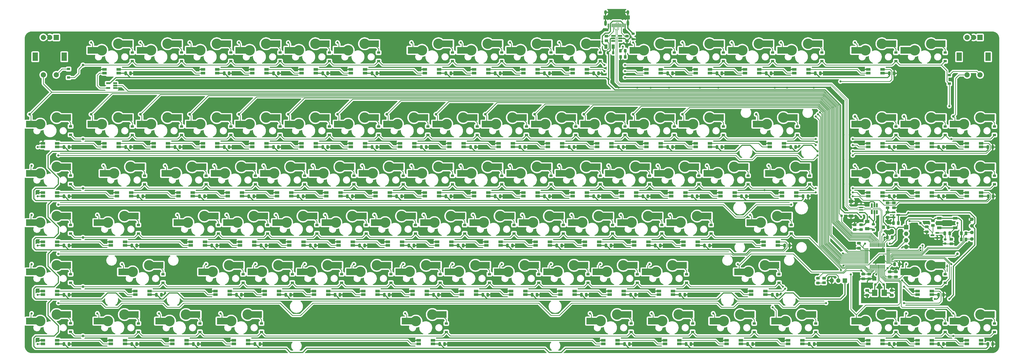
<source format=gbl>
%TF.GenerationSoftware,KiCad,Pcbnew,(6.0.0)*%
%TF.CreationDate,2022-02-20T21:11:03-05:00*%
%TF.ProjectId,keyboard0,6b657962-6f61-4726-9430-2e6b69636164,rev?*%
%TF.SameCoordinates,Original*%
%TF.FileFunction,Copper,L2,Bot*%
%TF.FilePolarity,Positive*%
%FSLAX46Y46*%
G04 Gerber Fmt 4.6, Leading zero omitted, Abs format (unit mm)*
G04 Created by KiCad (PCBNEW (6.0.0)) date 2022-02-20 21:11:03*
%MOMM*%
%LPD*%
G01*
G04 APERTURE LIST*
G04 Aperture macros list*
%AMRoundRect*
0 Rectangle with rounded corners*
0 $1 Rounding radius*
0 $2 $3 $4 $5 $6 $7 $8 $9 X,Y pos of 4 corners*
0 Add a 4 corners polygon primitive as box body*
4,1,4,$2,$3,$4,$5,$6,$7,$8,$9,$2,$3,0*
0 Add four circle primitives for the rounded corners*
1,1,$1+$1,$2,$3*
1,1,$1+$1,$4,$5*
1,1,$1+$1,$6,$7*
1,1,$1+$1,$8,$9*
0 Add four rect primitives between the rounded corners*
20,1,$1+$1,$2,$3,$4,$5,0*
20,1,$1+$1,$4,$5,$6,$7,0*
20,1,$1+$1,$6,$7,$8,$9,0*
20,1,$1+$1,$8,$9,$2,$3,0*%
G04 Aperture macros list end*
%TA.AperFunction,SMDPad,CuDef*%
%ADD10R,4.500000X2.500000*%
%TD*%
%TA.AperFunction,ComponentPad*%
%ADD11C,4.000000*%
%TD*%
%TA.AperFunction,ComponentPad*%
%ADD12C,0.800000*%
%TD*%
%TA.AperFunction,SMDPad,CuDef*%
%ADD13R,1.200000X0.900000*%
%TD*%
%TA.AperFunction,ComponentPad*%
%ADD14C,2.000000*%
%TD*%
%TA.AperFunction,ComponentPad*%
%ADD15R,2.000000X3.200000*%
%TD*%
%TA.AperFunction,ComponentPad*%
%ADD16R,2.000000X2.000000*%
%TD*%
%TA.AperFunction,ComponentPad*%
%ADD17C,1.397000*%
%TD*%
%TA.AperFunction,SMDPad,CuDef*%
%ADD18RoundRect,0.250000X-0.262500X-0.450000X0.262500X-0.450000X0.262500X0.450000X-0.262500X0.450000X0*%
%TD*%
%TA.AperFunction,ComponentPad*%
%ADD19C,1.000000*%
%TD*%
%TA.AperFunction,SMDPad,CuDef*%
%ADD20RoundRect,0.218750X0.381250X-0.218750X0.381250X0.218750X-0.381250X0.218750X-0.381250X-0.218750X0*%
%TD*%
%TA.AperFunction,SMDPad,CuDef*%
%ADD21RoundRect,0.250000X0.475000X-0.250000X0.475000X0.250000X-0.475000X0.250000X-0.475000X-0.250000X0*%
%TD*%
%TA.AperFunction,SMDPad,CuDef*%
%ADD22RoundRect,0.250000X-0.475000X0.250000X-0.475000X-0.250000X0.475000X-0.250000X0.475000X0.250000X0*%
%TD*%
%TA.AperFunction,SMDPad,CuDef*%
%ADD23RoundRect,0.250000X0.250000X0.475000X-0.250000X0.475000X-0.250000X-0.475000X0.250000X-0.475000X0*%
%TD*%
%TA.AperFunction,SMDPad,CuDef*%
%ADD24RoundRect,0.243750X-0.456250X0.243750X-0.456250X-0.243750X0.456250X-0.243750X0.456250X0.243750X0*%
%TD*%
%TA.AperFunction,SMDPad,CuDef*%
%ADD25RoundRect,0.250000X-0.625000X0.375000X-0.625000X-0.375000X0.625000X-0.375000X0.625000X0.375000X0*%
%TD*%
%TA.AperFunction,ComponentPad*%
%ADD26R,1.700000X1.700000*%
%TD*%
%TA.AperFunction,ComponentPad*%
%ADD27O,1.700000X1.700000*%
%TD*%
%TA.AperFunction,SMDPad,CuDef*%
%ADD28RoundRect,0.250000X-0.450000X0.262500X-0.450000X-0.262500X0.450000X-0.262500X0.450000X0.262500X0*%
%TD*%
%TA.AperFunction,SMDPad,CuDef*%
%ADD29RoundRect,0.250000X0.262500X0.450000X-0.262500X0.450000X-0.262500X-0.450000X0.262500X-0.450000X0*%
%TD*%
%TA.AperFunction,SMDPad,CuDef*%
%ADD30RoundRect,0.250000X0.450000X-0.262500X0.450000X0.262500X-0.450000X0.262500X-0.450000X-0.262500X0*%
%TD*%
%TA.AperFunction,SMDPad,CuDef*%
%ADD31RoundRect,0.150000X-0.587500X-0.150000X0.587500X-0.150000X0.587500X0.150000X-0.587500X0.150000X0*%
%TD*%
%TA.AperFunction,SMDPad,CuDef*%
%ADD32RoundRect,0.075000X0.075000X-0.662500X0.075000X0.662500X-0.075000X0.662500X-0.075000X-0.662500X0*%
%TD*%
%TA.AperFunction,SMDPad,CuDef*%
%ADD33RoundRect,0.075000X0.662500X-0.075000X0.662500X0.075000X-0.662500X0.075000X-0.662500X-0.075000X0*%
%TD*%
%TA.AperFunction,SMDPad,CuDef*%
%ADD34R,2.000000X2.400000*%
%TD*%
%TA.AperFunction,ComponentPad*%
%ADD35O,1.000000X1.600000*%
%TD*%
%TA.AperFunction,ComponentPad*%
%ADD36O,1.000000X2.100000*%
%TD*%
%TA.AperFunction,SMDPad,CuDef*%
%ADD37R,0.300000X1.450000*%
%TD*%
%TA.AperFunction,SMDPad,CuDef*%
%ADD38R,0.600000X1.450000*%
%TD*%
%TA.AperFunction,SMDPad,CuDef*%
%ADD39R,1.560000X0.650000*%
%TD*%
%TA.AperFunction,SMDPad,CuDef*%
%ADD40RoundRect,0.243750X0.243750X0.456250X-0.243750X0.456250X-0.243750X-0.456250X0.243750X-0.456250X0*%
%TD*%
%TA.AperFunction,SMDPad,CuDef*%
%ADD41RoundRect,0.250000X-0.250000X-0.475000X0.250000X-0.475000X0.250000X0.475000X-0.250000X0.475000X0*%
%TD*%
%TA.AperFunction,SMDPad,CuDef*%
%ADD42RoundRect,0.150000X0.587500X0.150000X-0.587500X0.150000X-0.587500X-0.150000X0.587500X-0.150000X0*%
%TD*%
%TA.AperFunction,SMDPad,CuDef*%
%ADD43RoundRect,0.200000X-0.275000X0.200000X-0.275000X-0.200000X0.275000X-0.200000X0.275000X0.200000X0*%
%TD*%
%TA.AperFunction,SMDPad,CuDef*%
%ADD44R,1.800000X1.100000*%
%TD*%
%TA.AperFunction,SMDPad,CuDef*%
%ADD45R,1.550000X0.600000*%
%TD*%
%TA.AperFunction,SMDPad,CuDef*%
%ADD46R,1.800000X1.200000*%
%TD*%
%TA.AperFunction,SMDPad,CuDef*%
%ADD47RoundRect,0.218750X0.218750X0.381250X-0.218750X0.381250X-0.218750X-0.381250X0.218750X-0.381250X0*%
%TD*%
%TA.AperFunction,SMDPad,CuDef*%
%ADD48RoundRect,0.243750X0.456250X-0.243750X0.456250X0.243750X-0.456250X0.243750X-0.456250X-0.243750X0*%
%TD*%
%TA.AperFunction,SMDPad,CuDef*%
%ADD49RoundRect,0.250000X-0.375000X-0.625000X0.375000X-0.625000X0.375000X0.625000X-0.375000X0.625000X0*%
%TD*%
%TA.AperFunction,SMDPad,CuDef*%
%ADD50R,1.700000X1.000000*%
%TD*%
%TA.AperFunction,SMDPad,CuDef*%
%ADD51R,0.650000X1.560000*%
%TD*%
%TA.AperFunction,ViaPad*%
%ADD52C,0.800000*%
%TD*%
%TA.AperFunction,Conductor*%
%ADD53C,0.381000*%
%TD*%
%TA.AperFunction,Conductor*%
%ADD54C,0.250000*%
%TD*%
%TA.AperFunction,Conductor*%
%ADD55C,0.200000*%
%TD*%
%TA.AperFunction,Conductor*%
%ADD56C,0.508000*%
%TD*%
G04 APERTURE END LIST*
D10*
%TO.P,MX83,1*%
%TO.N,COL7*%
X168322700Y-199853500D03*
D11*
X171597700Y-199853500D03*
D12*
X166517700Y-199091500D03*
X166517700Y-200615500D03*
D11*
%TO.P,MX83,2*%
%TO.N,Net-(KD83-Pad2)*%
X177947700Y-197313500D03*
D10*
X181249700Y-197313500D03*
D12*
X183027700Y-198075500D03*
X183027700Y-196551500D03*
%TD*%
%TO.P,MX64,1*%
%TO.N,COL14*%
X299859300Y-162517900D03*
D10*
X301664300Y-161755900D03*
D11*
X304939300Y-161755900D03*
D12*
X299859300Y-160993900D03*
D11*
%TO.P,MX64,2*%
%TO.N,Net-(KD64-Pad2)*%
X311289300Y-159215900D03*
D10*
X314591300Y-159215900D03*
D12*
X316369300Y-159977900D03*
X316369300Y-158453900D03*
%TD*%
%TO.P,MX14-1,1*%
%TO.N,unconnected-(MX14-1-Pad1)*%
X359386800Y-95847100D03*
D11*
X364466800Y-95085100D03*
D12*
X359386800Y-94323100D03*
D10*
X361191800Y-95085100D03*
%TO.P,MX14-1,2*%
%TO.N,Net-(MX14-1-Pad2)*%
X374118800Y-92545100D03*
D12*
X375896800Y-93307100D03*
D11*
X370816800Y-92545100D03*
D12*
X375896800Y-91783100D03*
%TD*%
%TO.P,MX1-1,1*%
%TO.N,COL2*%
X64130400Y-95847100D03*
D11*
X69210400Y-95085100D03*
D12*
X64130400Y-94323100D03*
D10*
X65935400Y-95085100D03*
%TO.P,MX1-1,2*%
%TO.N,Net-(MX1-1-Pad2)*%
X78862400Y-92545100D03*
D12*
X80640400Y-93307100D03*
D11*
X75560400Y-92545100D03*
D12*
X80640400Y-91783100D03*
%TD*%
D13*
%TO.P,KD14-1,1,K*%
%TO.N,ROT1_ROW*%
X376213800Y-99275100D03*
%TO.P,KD14-1,2,A*%
%TO.N,Net-(MX14-1-Pad2)*%
X376213800Y-95975100D03*
%TD*%
%TO.P,KD1-1,1,K*%
%TO.N,ROT1_ROW*%
X80957400Y-99275100D03*
%TO.P,KD1-1,2,A*%
%TO.N,Net-(MX1-1-Pad2)*%
X80957400Y-95975100D03*
%TD*%
D12*
%TO.P,MX84,1*%
%TO.N,COL11*%
X237950700Y-200615500D03*
D11*
X243030700Y-199853500D03*
D10*
X239755700Y-199853500D03*
D12*
X237950700Y-199091500D03*
%TO.P,MX84,2*%
%TO.N,Net-(KD84-Pad2)*%
X254460700Y-198075500D03*
D10*
X252682700Y-197313500D03*
D11*
X249380700Y-197313500D03*
D12*
X254460700Y-196551500D03*
%TD*%
%TO.P,MX85,1*%
%TO.N,COL12*%
X261761700Y-200615500D03*
D11*
X266841700Y-199853500D03*
D10*
X263566700Y-199853500D03*
D12*
X261761700Y-199091500D03*
%TO.P,MX85,2*%
%TO.N,Net-(KD85-Pad2)*%
X278271700Y-198075500D03*
D10*
X276493700Y-197313500D03*
D11*
X273191700Y-197313500D03*
D12*
X278271700Y-196551500D03*
%TD*%
%TO.P,MX52,1*%
%TO.N,COL1*%
X47462700Y-162517900D03*
D11*
X52542700Y-161755900D03*
D10*
X49267700Y-161755900D03*
D12*
X47462700Y-160993900D03*
D10*
%TO.P,MX52,2*%
%TO.N,Net-(KD52-Pad2)*%
X62194700Y-159215900D03*
D12*
X63972700Y-159977900D03*
D11*
X58892700Y-159215900D03*
D12*
X63972700Y-158453900D03*
%TD*%
%TO.P,MX2,1*%
%TO.N,COL3*%
X83179200Y-95847100D03*
D11*
X88259200Y-95085100D03*
D12*
X83179200Y-94323100D03*
D10*
X84984200Y-95085100D03*
%TO.P,MX2,2*%
%TO.N,Net-(KD2-Pad2)*%
X97911200Y-92545100D03*
D12*
X99689200Y-93307100D03*
D11*
X94609200Y-92545100D03*
D12*
X99689200Y-91783100D03*
%TD*%
%TO.P,MX15,1*%
%TO.N,COL0*%
X21270600Y-124420300D03*
D11*
X26350600Y-123658300D03*
D12*
X21270600Y-122896300D03*
D10*
X23075600Y-123658300D03*
%TO.P,MX15,2*%
%TO.N,Net-(KD15-Pad2)*%
X36002600Y-121118300D03*
D12*
X37780600Y-121880300D03*
D11*
X32700600Y-121118300D03*
D12*
X37780600Y-120356300D03*
%TD*%
%TO.P,MX33,1*%
%TO.N,COL0*%
X21270600Y-143469100D03*
D11*
X26350600Y-142707100D03*
D12*
X21270600Y-141945100D03*
D10*
X23075600Y-142707100D03*
%TO.P,MX33,2*%
%TO.N,Net-(KD33-Pad2)*%
X36002600Y-140167100D03*
D12*
X37780600Y-140929100D03*
D11*
X32700600Y-140167100D03*
D12*
X37780600Y-139405100D03*
%TD*%
%TO.P,MX51,1*%
%TO.N,COL0*%
X21270600Y-162517900D03*
D11*
X26350600Y-161755900D03*
D12*
X21270600Y-160993900D03*
D10*
X23075600Y-161755900D03*
%TO.P,MX51,2*%
%TO.N,Net-(KD51-Pad2)*%
X36002600Y-159215900D03*
D12*
X37780600Y-159977900D03*
D11*
X32700600Y-159215900D03*
D12*
X37780600Y-158453900D03*
%TD*%
%TO.P,MX65,1*%
%TO.N,COL0*%
X21270600Y-181566700D03*
D11*
X26350600Y-180804700D03*
D12*
X21270600Y-180042700D03*
D10*
X23075600Y-180804700D03*
%TO.P,MX65,2*%
%TO.N,Net-(KD65-Pad2)*%
X36002600Y-178264700D03*
D12*
X37780600Y-179026700D03*
D11*
X32700600Y-178264700D03*
D12*
X37780600Y-177502700D03*
%TD*%
%TO.P,MX1,1*%
%TO.N,COL1*%
X45081600Y-95847100D03*
D11*
X50161600Y-95085100D03*
D12*
X45081600Y-94323100D03*
D10*
X46886600Y-95085100D03*
%TO.P,MX1,2*%
%TO.N,Net-(KD1-Pad2)*%
X59813600Y-92545100D03*
D12*
X61591600Y-93307100D03*
D11*
X56511600Y-92545100D03*
D12*
X61591600Y-91783100D03*
%TD*%
%TO.P,MX16,1*%
%TO.N,COL1*%
X45081600Y-124420300D03*
D11*
X50161600Y-123658300D03*
D12*
X45081600Y-122896300D03*
D10*
X46886600Y-123658300D03*
%TO.P,MX16,2*%
%TO.N,Net-(KD16-Pad2)*%
X59813600Y-121118300D03*
D12*
X61591600Y-121880300D03*
D11*
X56511600Y-121118300D03*
D12*
X61591600Y-120356300D03*
%TD*%
%TO.P,MX34,1*%
%TO.N,COL1*%
X49843800Y-143469100D03*
D11*
X54923800Y-142707100D03*
D12*
X49843800Y-141945100D03*
D10*
X51648800Y-142707100D03*
D11*
%TO.P,MX34,2*%
%TO.N,Net-(KD34-Pad2)*%
X61273800Y-140167100D03*
D12*
X66353800Y-140929100D03*
D10*
X64575800Y-140167100D03*
D12*
X66353800Y-139405100D03*
%TD*%
%TO.P,MX79,1*%
%TO.N,COL0*%
X21270600Y-200615500D03*
D11*
X26350600Y-199853500D03*
D12*
X21270600Y-199091500D03*
D10*
X23075600Y-199853500D03*
%TO.P,MX79,2*%
%TO.N,Net-(KD79-Pad2)*%
X36002600Y-197313500D03*
D12*
X37780600Y-198075500D03*
D11*
X32700600Y-197313500D03*
D12*
X37780600Y-196551500D03*
%TD*%
%TO.P,MX18,1*%
%TO.N,COL3*%
X83179200Y-124420300D03*
D11*
X88259200Y-123658300D03*
D12*
X83179200Y-122896300D03*
D10*
X84984200Y-123658300D03*
%TO.P,MX18,2*%
%TO.N,Net-(KD18-Pad2)*%
X97911200Y-121118300D03*
D12*
X99689200Y-121880300D03*
D11*
X94609200Y-121118300D03*
D12*
X99689200Y-120356300D03*
%TD*%
%TO.P,MX36,1*%
%TO.N,COL3*%
X92703600Y-143469100D03*
D11*
X97783600Y-142707100D03*
D12*
X92703600Y-141945100D03*
D10*
X94508600Y-142707100D03*
%TO.P,MX36,2*%
%TO.N,Net-(KD36-Pad2)*%
X107435600Y-140167100D03*
D12*
X109213600Y-140929100D03*
D11*
X104133600Y-140167100D03*
D12*
X109213600Y-139405100D03*
%TD*%
%TO.P,MX54,1*%
%TO.N,COL3*%
X97465800Y-162517900D03*
D11*
X102545800Y-161755900D03*
D12*
X97465800Y-160993900D03*
D10*
X99270800Y-161755900D03*
%TO.P,MX54,2*%
%TO.N,Net-(KD54-Pad2)*%
X112197800Y-159215900D03*
D12*
X113975800Y-159977900D03*
D11*
X108895800Y-159215900D03*
D12*
X113975800Y-158453900D03*
%TD*%
%TO.P,MX67,1*%
%TO.N,COL3*%
X87941400Y-181566700D03*
D11*
X93021400Y-180804700D03*
D12*
X87941400Y-180042700D03*
D10*
X89746400Y-180804700D03*
%TO.P,MX67,2*%
%TO.N,Net-(KD67-Pad2)*%
X102673400Y-178264700D03*
D12*
X104451400Y-179026700D03*
D11*
X99371400Y-178264700D03*
D12*
X104451400Y-177502700D03*
%TD*%
%TO.P,MX82,1*%
%TO.N,COL3*%
X95084700Y-200615500D03*
D11*
X100164700Y-199853500D03*
D10*
X96889700Y-199853500D03*
D12*
X95084700Y-199091500D03*
%TO.P,MX82,2*%
%TO.N,Net-(KD82-Pad2)*%
X111594700Y-198075500D03*
D10*
X109816700Y-197313500D03*
D11*
X106514700Y-197313500D03*
D12*
X111594700Y-196551500D03*
%TD*%
%TO.P,MX17,1*%
%TO.N,COL2*%
X64130400Y-124420300D03*
D11*
X69210400Y-123658300D03*
D12*
X64130400Y-122896300D03*
D10*
X65935400Y-123658300D03*
%TO.P,MX17,2*%
%TO.N,Net-(KD17-Pad2)*%
X78862400Y-121118300D03*
D12*
X80640400Y-121880300D03*
D11*
X75560400Y-121118300D03*
D12*
X80640400Y-120356300D03*
%TD*%
%TO.P,MX35,1*%
%TO.N,COL2*%
X73654800Y-143469100D03*
D11*
X78734800Y-142707100D03*
D12*
X73654800Y-141945100D03*
D10*
X75459800Y-142707100D03*
%TO.P,MX35,2*%
%TO.N,Net-(KD35-Pad2)*%
X88386800Y-140167100D03*
D12*
X90164800Y-140929100D03*
D11*
X85084800Y-140167100D03*
D12*
X90164800Y-139405100D03*
%TD*%
%TO.P,MX53,1*%
%TO.N,COL2*%
X78358700Y-162517900D03*
D11*
X83438700Y-161755900D03*
D12*
X78358700Y-160993900D03*
D10*
X80163700Y-161755900D03*
%TO.P,MX53,2*%
%TO.N,Net-(KD53-Pad2)*%
X93090700Y-159215900D03*
D12*
X94868700Y-159977900D03*
D11*
X89788700Y-159215900D03*
D12*
X94868700Y-158453900D03*
%TD*%
%TO.P,MX66,1*%
%TO.N,COL1*%
X56987100Y-181566700D03*
D10*
X58792100Y-180804700D03*
D11*
X62067100Y-180804700D03*
D12*
X56987100Y-180042700D03*
D11*
%TO.P,MX66,2*%
%TO.N,Net-(KD66-Pad2)*%
X68417100Y-178264700D03*
D10*
X71719100Y-178264700D03*
D12*
X73497100Y-179026700D03*
X73497100Y-177502700D03*
%TD*%
%TO.P,MX81,1*%
%TO.N,COL2*%
X71273700Y-200615500D03*
D11*
X76353700Y-199853500D03*
D10*
X73078700Y-199853500D03*
D12*
X71273700Y-199091500D03*
%TO.P,MX81,2*%
%TO.N,Net-(KD81-Pad2)*%
X87783700Y-198075500D03*
D10*
X86005700Y-197313500D03*
D11*
X82703700Y-197313500D03*
D12*
X87783700Y-196551500D03*
%TD*%
%TO.P,MX3,1*%
%TO.N,COL4*%
X102228000Y-95847100D03*
D11*
X107308000Y-95085100D03*
D12*
X102228000Y-94323100D03*
D10*
X104033000Y-95085100D03*
%TO.P,MX3,2*%
%TO.N,Net-(KD3-Pad2)*%
X116960000Y-92545100D03*
D12*
X118738000Y-93307100D03*
D11*
X113658000Y-92545100D03*
D12*
X118738000Y-91783100D03*
%TD*%
%TO.P,MX37,1*%
%TO.N,COL4*%
X111752400Y-143469100D03*
D11*
X116832400Y-142707100D03*
D12*
X111752400Y-141945100D03*
D10*
X113557400Y-142707100D03*
%TO.P,MX37,2*%
%TO.N,Net-(KD37-Pad2)*%
X126484400Y-140167100D03*
D12*
X128262400Y-140929100D03*
D11*
X123182400Y-140167100D03*
D12*
X128262400Y-139405100D03*
%TD*%
%TO.P,MX55,1*%
%TO.N,COL4*%
X116514600Y-162517900D03*
D11*
X121594600Y-161755900D03*
D12*
X116514600Y-160993900D03*
D10*
X118319600Y-161755900D03*
%TO.P,MX55,2*%
%TO.N,Net-(KD55-Pad2)*%
X131246600Y-159215900D03*
D12*
X133024600Y-159977900D03*
D11*
X127944600Y-159215900D03*
D12*
X133024600Y-158453900D03*
%TD*%
%TO.P,MX68,1*%
%TO.N,COL4*%
X106990200Y-181566700D03*
D11*
X112070200Y-180804700D03*
D12*
X106990200Y-180042700D03*
D10*
X108795200Y-180804700D03*
%TO.P,MX68,2*%
%TO.N,Net-(KD68-Pad2)*%
X121722200Y-178264700D03*
D12*
X123500200Y-179026700D03*
D11*
X118420200Y-178264700D03*
D12*
X123500200Y-177502700D03*
%TD*%
%TO.P,MX70,1*%
%TO.N,COL6*%
X145087800Y-181566700D03*
D11*
X150167800Y-180804700D03*
D12*
X145087800Y-180042700D03*
D10*
X146892800Y-180804700D03*
%TO.P,MX70,2*%
%TO.N,Net-(KD70-Pad2)*%
X159819800Y-178264700D03*
D12*
X161597800Y-179026700D03*
D11*
X156517800Y-178264700D03*
D12*
X161597800Y-177502700D03*
%TD*%
%TO.P,MX4,1*%
%TO.N,COL5*%
X121276800Y-95847100D03*
D11*
X126356800Y-95085100D03*
D12*
X121276800Y-94323100D03*
D10*
X123081800Y-95085100D03*
%TO.P,MX4,2*%
%TO.N,Net-(KD4-Pad2)*%
X136008800Y-92545100D03*
D12*
X137786800Y-93307100D03*
D11*
X132706800Y-92545100D03*
D12*
X137786800Y-91783100D03*
%TD*%
%TO.P,MX20,1*%
%TO.N,COL5*%
X121276800Y-124420300D03*
D11*
X126356800Y-123658300D03*
D12*
X121276800Y-122896300D03*
D10*
X123081800Y-123658300D03*
%TO.P,MX20,2*%
%TO.N,Net-(KD20-Pad2)*%
X136008800Y-121118300D03*
D12*
X137786800Y-121880300D03*
D11*
X132706800Y-121118300D03*
D12*
X137786800Y-120356300D03*
%TD*%
%TO.P,MX38,1*%
%TO.N,COL5*%
X130801200Y-143469100D03*
D11*
X135881200Y-142707100D03*
D12*
X130801200Y-141945100D03*
D10*
X132606200Y-142707100D03*
%TO.P,MX38,2*%
%TO.N,Net-(KD38-Pad2)*%
X145533200Y-140167100D03*
D12*
X147311200Y-140929100D03*
D11*
X142231200Y-140167100D03*
D12*
X147311200Y-139405100D03*
%TD*%
%TO.P,MX56,1*%
%TO.N,COL5*%
X135563400Y-162517900D03*
D11*
X140643400Y-161755900D03*
D12*
X135563400Y-160993900D03*
D10*
X137368400Y-161755900D03*
%TO.P,MX56,2*%
%TO.N,Net-(KD56-Pad2)*%
X150295400Y-159215900D03*
D12*
X152073400Y-159977900D03*
D11*
X146993400Y-159215900D03*
D12*
X152073400Y-158453900D03*
%TD*%
%TO.P,MX69,1*%
%TO.N,COL5*%
X126039000Y-181566700D03*
D11*
X131119000Y-180804700D03*
D12*
X126039000Y-180042700D03*
D10*
X127844000Y-180804700D03*
%TO.P,MX69,2*%
%TO.N,Net-(KD69-Pad2)*%
X140771000Y-178264700D03*
D12*
X142549000Y-179026700D03*
D11*
X137469000Y-178264700D03*
D12*
X142549000Y-177502700D03*
%TD*%
%TO.P,MX5,1*%
%TO.N,COL6*%
X140325600Y-95847100D03*
D11*
X145405600Y-95085100D03*
D12*
X140325600Y-94323100D03*
D10*
X142130600Y-95085100D03*
%TO.P,MX5,2*%
%TO.N,Net-(KD5-Pad2)*%
X155057600Y-92545100D03*
D12*
X156835600Y-93307100D03*
D11*
X151755600Y-92545100D03*
D12*
X156835600Y-91783100D03*
%TD*%
%TO.P,MX39,1*%
%TO.N,COL6*%
X149850000Y-143469100D03*
D11*
X154930000Y-142707100D03*
D12*
X149850000Y-141945100D03*
D10*
X151655000Y-142707100D03*
%TO.P,MX39,2*%
%TO.N,Net-(KD39-Pad2)*%
X164582000Y-140167100D03*
D12*
X166360000Y-140929100D03*
D11*
X161280000Y-140167100D03*
D12*
X166360000Y-139405100D03*
%TD*%
%TO.P,MX57,1*%
%TO.N,COL6*%
X154612200Y-162517900D03*
D11*
X159692200Y-161755900D03*
D12*
X154612200Y-160993900D03*
D10*
X156417200Y-161755900D03*
%TO.P,MX57,2*%
%TO.N,Net-(KD57-Pad2)*%
X169344200Y-159215900D03*
D12*
X171122200Y-159977900D03*
D11*
X166042200Y-159215900D03*
D12*
X171122200Y-158453900D03*
%TD*%
%TO.P,MX71,1*%
%TO.N,COL7*%
X164136600Y-181566700D03*
D11*
X169216600Y-180804700D03*
D12*
X164136600Y-180042700D03*
D10*
X165941600Y-180804700D03*
%TO.P,MX71,2*%
%TO.N,Net-(KD71-Pad2)*%
X178868600Y-178264700D03*
D12*
X180646600Y-179026700D03*
D11*
X175566600Y-178264700D03*
D12*
X180646600Y-177502700D03*
%TD*%
%TO.P,MX22,1*%
%TO.N,COL7*%
X159374400Y-124420300D03*
D11*
X164454400Y-123658300D03*
D12*
X159374400Y-122896300D03*
D10*
X161179400Y-123658300D03*
%TO.P,MX22,2*%
%TO.N,Net-(KD22-Pad2)*%
X174106400Y-121118300D03*
D12*
X175884400Y-121880300D03*
D11*
X170804400Y-121118300D03*
D12*
X175884400Y-120356300D03*
%TD*%
%TO.P,MX40,1*%
%TO.N,COL7*%
X168898800Y-143469100D03*
D11*
X173978800Y-142707100D03*
D12*
X168898800Y-141945100D03*
D10*
X170703800Y-142707100D03*
%TO.P,MX40,2*%
%TO.N,Net-(KD40-Pad2)*%
X183630800Y-140167100D03*
D12*
X185408800Y-140929100D03*
D11*
X180328800Y-140167100D03*
D12*
X185408800Y-139405100D03*
%TD*%
%TO.P,MX58,1*%
%TO.N,COL7*%
X173661000Y-162517900D03*
D11*
X178741000Y-161755900D03*
D12*
X173661000Y-160993900D03*
D10*
X175466000Y-161755900D03*
%TO.P,MX58,2*%
%TO.N,Net-(KD58-Pad2)*%
X188393000Y-159215900D03*
D12*
X190171000Y-159977900D03*
D11*
X185091000Y-159215900D03*
D12*
X190171000Y-158453900D03*
%TD*%
%TO.P,MX72,1*%
%TO.N,COL8*%
X183185400Y-181566700D03*
D11*
X188265400Y-180804700D03*
D12*
X183185400Y-180042700D03*
D10*
X184990400Y-180804700D03*
%TO.P,MX72,2*%
%TO.N,Net-(KD72-Pad2)*%
X197917400Y-178264700D03*
D12*
X199695400Y-179026700D03*
D11*
X194615400Y-178264700D03*
D12*
X199695400Y-177502700D03*
%TD*%
%TO.P,MX7,1*%
%TO.N,COL8*%
X187947600Y-95847100D03*
D11*
X193027600Y-95085100D03*
D12*
X187947600Y-94323100D03*
D10*
X189752600Y-95085100D03*
%TO.P,MX7,2*%
%TO.N,Net-(KD7-Pad2)*%
X202679600Y-92545100D03*
D12*
X204457600Y-93307100D03*
D11*
X199377600Y-92545100D03*
D12*
X204457600Y-91783100D03*
%TD*%
%TO.P,MX23,1*%
%TO.N,COL8*%
X178423200Y-124420300D03*
D11*
X183503200Y-123658300D03*
D12*
X178423200Y-122896300D03*
D10*
X180228200Y-123658300D03*
%TO.P,MX23,2*%
%TO.N,Net-(KD23-Pad2)*%
X193155200Y-121118300D03*
D12*
X194933200Y-121880300D03*
D11*
X189853200Y-121118300D03*
D12*
X194933200Y-120356300D03*
%TD*%
%TO.P,MX41,1*%
%TO.N,COL8*%
X187947600Y-143469100D03*
D11*
X193027600Y-142707100D03*
D12*
X187947600Y-141945100D03*
D10*
X189752600Y-142707100D03*
%TO.P,MX41,2*%
%TO.N,Net-(KD41-Pad2)*%
X202679600Y-140167100D03*
D12*
X204457600Y-140929100D03*
D11*
X199377600Y-140167100D03*
D12*
X204457600Y-139405100D03*
%TD*%
%TO.P,MX59,1*%
%TO.N,COL8*%
X192709800Y-162517900D03*
D11*
X197789800Y-161755900D03*
D12*
X192709800Y-160993900D03*
D10*
X194514800Y-161755900D03*
%TO.P,MX59,2*%
%TO.N,Net-(KD59-Pad2)*%
X207441800Y-159215900D03*
D12*
X209219800Y-159977900D03*
D11*
X204139800Y-159215900D03*
D12*
X209219800Y-158453900D03*
%TD*%
%TO.P,MX73,1*%
%TO.N,COL9*%
X202234200Y-181566700D03*
D11*
X207314200Y-180804700D03*
D12*
X202234200Y-180042700D03*
D10*
X204039200Y-180804700D03*
%TO.P,MX73,2*%
%TO.N,Net-(KD73-Pad2)*%
X216966200Y-178264700D03*
D12*
X218744200Y-179026700D03*
D11*
X213664200Y-178264700D03*
D12*
X218744200Y-177502700D03*
%TD*%
%TO.P,MX8,1*%
%TO.N,COL9*%
X206996400Y-95847100D03*
D11*
X212076400Y-95085100D03*
D12*
X206996400Y-94323100D03*
D10*
X208801400Y-95085100D03*
%TO.P,MX8,2*%
%TO.N,Net-(KD8-Pad2)*%
X221728400Y-92545100D03*
D12*
X223506400Y-93307100D03*
D11*
X218426400Y-92545100D03*
D12*
X223506400Y-91783100D03*
%TD*%
%TO.P,MX24,1*%
%TO.N,COL9*%
X197472000Y-124420300D03*
D11*
X202552000Y-123658300D03*
D12*
X197472000Y-122896300D03*
D10*
X199277000Y-123658300D03*
%TO.P,MX24,2*%
%TO.N,Net-(KD24-Pad2)*%
X212204000Y-121118300D03*
D12*
X213982000Y-121880300D03*
D11*
X208902000Y-121118300D03*
D12*
X213982000Y-120356300D03*
%TD*%
%TO.P,MX42,1*%
%TO.N,COL9*%
X206996400Y-143469100D03*
D11*
X212076400Y-142707100D03*
D12*
X206996400Y-141945100D03*
D10*
X208801400Y-142707100D03*
%TO.P,MX42,2*%
%TO.N,Net-(KD42-Pad2)*%
X221728400Y-140167100D03*
D12*
X223506400Y-140929100D03*
D11*
X218426400Y-140167100D03*
D12*
X223506400Y-139405100D03*
%TD*%
%TO.P,MX60,1*%
%TO.N,COL9*%
X211758600Y-162517900D03*
D11*
X216838600Y-161755900D03*
D12*
X211758600Y-160993900D03*
D10*
X213563600Y-161755900D03*
%TO.P,MX60,2*%
%TO.N,Net-(KD60-Pad2)*%
X226490600Y-159215900D03*
D12*
X228268600Y-159977900D03*
D11*
X223188600Y-159215900D03*
D12*
X228268600Y-158453900D03*
%TD*%
%TO.P,MX74,1*%
%TO.N,COL10*%
X221283000Y-181566700D03*
D11*
X226363000Y-180804700D03*
D12*
X221283000Y-180042700D03*
D10*
X223088000Y-180804700D03*
%TO.P,MX74,2*%
%TO.N,Net-(KD74-Pad2)*%
X236015000Y-178264700D03*
D12*
X237793000Y-179026700D03*
D11*
X232713000Y-178264700D03*
D12*
X237793000Y-177502700D03*
%TD*%
%TO.P,MX9,1*%
%TO.N,COL10*%
X226045200Y-95847100D03*
D11*
X231125200Y-95085100D03*
D12*
X226045200Y-94323100D03*
D10*
X227850200Y-95085100D03*
%TO.P,MX9,2*%
%TO.N,Net-(KD9-Pad2)*%
X240777200Y-92545100D03*
D12*
X242555200Y-93307100D03*
D11*
X237475200Y-92545100D03*
D12*
X242555200Y-91783100D03*
%TD*%
%TO.P,MX25,1*%
%TO.N,COL10*%
X216520800Y-124420300D03*
D11*
X221600800Y-123658300D03*
D12*
X216520800Y-122896300D03*
D10*
X218325800Y-123658300D03*
%TO.P,MX25,2*%
%TO.N,Net-(KD25-Pad2)*%
X231252800Y-121118300D03*
D12*
X233030800Y-121880300D03*
D11*
X227950800Y-121118300D03*
D12*
X233030800Y-120356300D03*
%TD*%
%TO.P,MX43,1*%
%TO.N,COL10*%
X226045200Y-143469100D03*
D11*
X231125200Y-142707100D03*
D12*
X226045200Y-141945100D03*
D10*
X227850200Y-142707100D03*
%TO.P,MX43,2*%
%TO.N,Net-(KD43-Pad2)*%
X240777200Y-140167100D03*
D12*
X242555200Y-140929100D03*
D11*
X237475200Y-140167100D03*
D12*
X242555200Y-139405100D03*
%TD*%
%TO.P,MX61,1*%
%TO.N,COL10*%
X230807400Y-162517900D03*
D11*
X235887400Y-161755900D03*
D12*
X230807400Y-160993900D03*
D10*
X232612400Y-161755900D03*
%TO.P,MX61,2*%
%TO.N,Net-(KD61-Pad2)*%
X245539400Y-159215900D03*
D12*
X247317400Y-159977900D03*
D11*
X242237400Y-159215900D03*
D12*
X247317400Y-158453900D03*
%TD*%
%TO.P,MX10,1*%
%TO.N,COL11*%
X254618400Y-95847100D03*
D11*
X259698400Y-95085100D03*
D12*
X254618400Y-94323100D03*
D10*
X256423400Y-95085100D03*
%TO.P,MX10,2*%
%TO.N,Net-(KD10-Pad2)*%
X269350400Y-92545100D03*
D12*
X271128400Y-93307100D03*
D11*
X266048400Y-92545100D03*
D12*
X271128400Y-91783100D03*
%TD*%
%TO.P,MX26,1*%
%TO.N,COL11*%
X235569600Y-124420300D03*
D11*
X240649600Y-123658300D03*
D12*
X235569600Y-122896300D03*
D10*
X237374600Y-123658300D03*
%TO.P,MX26,2*%
%TO.N,Net-(KD26-Pad2)*%
X250301600Y-121118300D03*
D12*
X252079600Y-121880300D03*
D11*
X246999600Y-121118300D03*
D12*
X252079600Y-120356300D03*
%TD*%
%TO.P,MX44,1*%
%TO.N,COL11*%
X245094000Y-143469100D03*
D11*
X250174000Y-142707100D03*
D12*
X245094000Y-141945100D03*
D10*
X246899000Y-142707100D03*
%TO.P,MX44,2*%
%TO.N,Net-(KD44-Pad2)*%
X259826000Y-140167100D03*
D12*
X261604000Y-140929100D03*
D11*
X256524000Y-140167100D03*
D12*
X261604000Y-139405100D03*
%TD*%
%TO.P,MX62,1*%
%TO.N,COL11*%
X249856200Y-162517900D03*
D11*
X254936200Y-161755900D03*
D12*
X249856200Y-160993900D03*
D10*
X251661200Y-161755900D03*
%TO.P,MX62,2*%
%TO.N,Net-(KD62-Pad2)*%
X264588200Y-159215900D03*
D12*
X266366200Y-159977900D03*
D11*
X261286200Y-159215900D03*
D12*
X266366200Y-158453900D03*
%TD*%
%TO.P,MX76,1*%
%TO.N,COL12*%
X259380600Y-181566700D03*
D11*
X264460600Y-180804700D03*
D12*
X259380600Y-180042700D03*
D10*
X261185600Y-180804700D03*
%TO.P,MX76,2*%
%TO.N,Net-(KD76-Pad2)*%
X274112600Y-178264700D03*
D12*
X275890600Y-179026700D03*
D11*
X270810600Y-178264700D03*
D12*
X275890600Y-177502700D03*
%TD*%
%TO.P,MX11,1*%
%TO.N,COL12*%
X273667200Y-95847100D03*
D11*
X278747200Y-95085100D03*
D12*
X273667200Y-94323100D03*
D10*
X275472200Y-95085100D03*
%TO.P,MX11,2*%
%TO.N,Net-(KD11-Pad2)*%
X288399200Y-92545100D03*
D12*
X290177200Y-93307100D03*
D11*
X285097200Y-92545100D03*
D12*
X290177200Y-91783100D03*
%TD*%
%TO.P,MX27,1*%
%TO.N,COL12*%
X254618400Y-124420300D03*
D11*
X259698400Y-123658300D03*
D12*
X254618400Y-122896300D03*
D10*
X256423400Y-123658300D03*
%TO.P,MX27,2*%
%TO.N,Net-(KD27-Pad2)*%
X269350400Y-121118300D03*
D12*
X271128400Y-121880300D03*
D11*
X266048400Y-121118300D03*
D12*
X271128400Y-120356300D03*
%TD*%
%TO.P,MX45,1*%
%TO.N,COL12*%
X264142800Y-143469100D03*
D11*
X269222800Y-142707100D03*
D12*
X264142800Y-141945100D03*
D10*
X265947800Y-142707100D03*
%TO.P,MX45,2*%
%TO.N,Net-(KD45-Pad2)*%
X278874800Y-140167100D03*
D12*
X280652800Y-140929100D03*
D11*
X275572800Y-140167100D03*
D12*
X280652800Y-139405100D03*
%TD*%
%TO.P,MX63,1*%
%TO.N,COL12*%
X268905000Y-162517900D03*
D11*
X273985000Y-161755900D03*
D12*
X268905000Y-160993900D03*
D10*
X270710000Y-161755900D03*
%TO.P,MX63,2*%
%TO.N,Net-(KD63-Pad2)*%
X283637000Y-159215900D03*
D12*
X285415000Y-159977900D03*
D11*
X280335000Y-159215900D03*
D12*
X285415000Y-158453900D03*
%TD*%
%TO.P,MX86,1*%
%TO.N,COL13*%
X285572700Y-200615500D03*
D11*
X290652700Y-199853500D03*
D10*
X287377700Y-199853500D03*
D12*
X285572700Y-199091500D03*
%TO.P,MX86,2*%
%TO.N,Net-(KD86-Pad2)*%
X302082700Y-198075500D03*
D10*
X300304700Y-197313500D03*
D11*
X297002700Y-197313500D03*
D12*
X302082700Y-196551500D03*
%TD*%
%TO.P,MX12,1*%
%TO.N,COL13*%
X292716000Y-95847100D03*
D11*
X297796000Y-95085100D03*
D12*
X292716000Y-94323100D03*
D10*
X294521000Y-95085100D03*
%TO.P,MX12,2*%
%TO.N,Net-(KD12-Pad2)*%
X307448000Y-92545100D03*
D12*
X309226000Y-93307100D03*
D11*
X304146000Y-92545100D03*
D12*
X309226000Y-91783100D03*
%TD*%
%TO.P,MX28,1*%
%TO.N,COL13*%
X273667200Y-124420300D03*
D11*
X278747200Y-123658300D03*
D12*
X273667200Y-122896300D03*
D10*
X275472200Y-123658300D03*
%TO.P,MX28,2*%
%TO.N,Net-(KD28-Pad2)*%
X288399200Y-121118300D03*
D12*
X290177200Y-121880300D03*
D11*
X285097200Y-121118300D03*
D12*
X290177200Y-120356300D03*
%TD*%
%TO.P,MX46,1*%
%TO.N,COL13*%
X283191600Y-143469100D03*
D11*
X288271600Y-142707100D03*
D12*
X283191600Y-141945100D03*
D10*
X284996600Y-142707100D03*
%TO.P,MX46,2*%
%TO.N,Net-(KD46-Pad2)*%
X297923600Y-140167100D03*
D12*
X299701600Y-140929100D03*
D11*
X294621600Y-140167100D03*
D12*
X299701600Y-139405100D03*
%TD*%
%TO.P,MX87,1*%
%TO.N,COL14*%
X309383700Y-200615500D03*
D11*
X314463700Y-199853500D03*
D10*
X311188700Y-199853500D03*
D12*
X309383700Y-199091500D03*
%TO.P,MX87,2*%
%TO.N,Net-(KD87-Pad2)*%
X325893700Y-198075500D03*
D10*
X324115700Y-197313500D03*
D11*
X320813700Y-197313500D03*
D12*
X325893700Y-196551500D03*
%TD*%
%TO.P,MX13,1*%
%TO.N,COL14*%
X311764800Y-95847100D03*
D11*
X316844800Y-95085100D03*
D12*
X311764800Y-94323100D03*
D10*
X313569800Y-95085100D03*
%TO.P,MX13,2*%
%TO.N,Net-(KD13-Pad2)*%
X326496800Y-92545100D03*
D12*
X328274800Y-93307100D03*
D11*
X323194800Y-92545100D03*
D12*
X328274800Y-91783100D03*
%TD*%
D10*
%TO.P,MX29,1*%
%TO.N,COL14*%
X304045400Y-123658300D03*
D12*
X302240400Y-124420300D03*
D11*
X307320400Y-123658300D03*
D12*
X302240400Y-122896300D03*
D11*
%TO.P,MX29,2*%
%TO.N,Net-(KD29-Pad2)*%
X313670400Y-121118300D03*
D12*
X318750400Y-121880300D03*
X318750400Y-120356300D03*
D10*
X316972400Y-121118300D03*
%TD*%
D12*
%TO.P,MX47,1*%
%TO.N,COL14*%
X307002600Y-143469100D03*
D11*
X312082600Y-142707100D03*
D12*
X307002600Y-141945100D03*
D10*
X308807600Y-142707100D03*
D11*
%TO.P,MX47,2*%
%TO.N,Net-(KD47-Pad2)*%
X318432600Y-140167100D03*
D12*
X323512600Y-140929100D03*
D10*
X321734600Y-140167100D03*
D12*
X323512600Y-139405100D03*
%TD*%
%TO.P,MX77,1*%
%TO.N,COL14*%
X295087562Y-180041844D03*
D11*
X300167562Y-180803844D03*
D12*
X295087562Y-181565844D03*
D10*
X296892562Y-180803844D03*
D12*
%TO.P,MX77,2*%
%TO.N,Net-(KD77-Pad2)*%
X311597562Y-179025844D03*
D10*
X309819562Y-178263844D03*
D11*
X306517562Y-178263844D03*
D12*
X311597562Y-177501844D03*
%TD*%
%TO.P,MX88,1*%
%TO.N,COL15*%
X340338000Y-200615500D03*
D11*
X345418000Y-199853500D03*
D12*
X340338000Y-199091500D03*
D10*
X342143000Y-199853500D03*
%TO.P,MX88,2*%
%TO.N,Net-(KD88-Pad2)*%
X355070000Y-197313500D03*
D12*
X356848000Y-198075500D03*
D11*
X351768000Y-197313500D03*
D12*
X356848000Y-196551500D03*
%TD*%
%TO.P,MX30,1*%
%TO.N,COL15*%
X340338000Y-124420300D03*
D11*
X345418000Y-123658300D03*
D12*
X340338000Y-122896300D03*
D10*
X342143000Y-123658300D03*
%TO.P,MX30,2*%
%TO.N,Net-(KD30-Pad2)*%
X355070000Y-121118300D03*
D12*
X356848000Y-121880300D03*
D11*
X351768000Y-121118300D03*
D12*
X356848000Y-120356300D03*
%TD*%
%TO.P,MX48,1*%
%TO.N,COL15*%
X340338000Y-143469100D03*
D11*
X345418000Y-142707100D03*
D12*
X340338000Y-141945100D03*
D10*
X342143000Y-142707100D03*
%TO.P,MX48,2*%
%TO.N,Net-(KD48-Pad2)*%
X355070000Y-140167100D03*
D12*
X356848000Y-140929100D03*
D11*
X351768000Y-140167100D03*
D12*
X356848000Y-139405100D03*
%TD*%
%TO.P,MX31,1*%
%TO.N,COL16*%
X359386800Y-124420300D03*
D11*
X364466800Y-123658300D03*
D12*
X359386800Y-122896300D03*
D10*
X361191800Y-123658300D03*
%TO.P,MX31,2*%
%TO.N,Net-(KD31-Pad2)*%
X374118800Y-121118300D03*
D12*
X375896800Y-121880300D03*
D11*
X370816800Y-121118300D03*
D12*
X375896800Y-120356300D03*
%TD*%
%TO.P,MX49,1*%
%TO.N,COL16*%
X359386800Y-143469100D03*
D11*
X364466800Y-142707100D03*
D12*
X359386800Y-141945100D03*
D10*
X361191800Y-142707100D03*
%TO.P,MX49,2*%
%TO.N,Net-(KD49-Pad2)*%
X374118800Y-140167100D03*
D12*
X375896800Y-140929100D03*
D11*
X370816800Y-140167100D03*
D12*
X375896800Y-139405100D03*
%TD*%
%TO.P,MX78,1*%
%TO.N,COL16*%
X359386800Y-181566700D03*
D11*
X364466800Y-180804700D03*
D12*
X359386800Y-180042700D03*
D10*
X361191800Y-180804700D03*
%TO.P,MX78,2*%
%TO.N,Net-(KD78-Pad2)*%
X374118800Y-178264700D03*
D12*
X375896800Y-179026700D03*
D11*
X370816800Y-178264700D03*
D12*
X375896800Y-177502700D03*
%TD*%
%TO.P,MX89,1*%
%TO.N,COL16*%
X359386800Y-200615500D03*
D11*
X364466800Y-199853500D03*
D12*
X359386800Y-199091500D03*
D10*
X361191800Y-199853500D03*
%TO.P,MX89,2*%
%TO.N,Net-(KD89-Pad2)*%
X374118800Y-197313500D03*
D12*
X375896800Y-198075500D03*
D11*
X370816800Y-197313500D03*
D12*
X375896800Y-196551500D03*
%TD*%
%TO.P,MX50,1*%
%TO.N,COL17*%
X378435600Y-143469100D03*
D11*
X383515600Y-142707100D03*
D12*
X378435600Y-141945100D03*
D10*
X380240600Y-142707100D03*
%TO.P,MX50,2*%
%TO.N,Net-(KD50-Pad2)*%
X393167600Y-140167100D03*
D12*
X394945600Y-140929100D03*
D11*
X389865600Y-140167100D03*
D12*
X394945600Y-139405100D03*
%TD*%
%TO.P,MX90,1*%
%TO.N,COL17*%
X378435600Y-200615500D03*
D11*
X383515600Y-199853500D03*
D12*
X378435600Y-199091500D03*
D10*
X380240600Y-199853500D03*
%TO.P,MX90,2*%
%TO.N,Net-(KD90-Pad2)*%
X393167600Y-197313500D03*
D12*
X394945600Y-198075500D03*
D11*
X389865600Y-197313500D03*
D12*
X394945600Y-196551500D03*
%TD*%
D14*
%TO.P,ROT2,S1,S1*%
%TO.N,COL17*%
X384706700Y-104584950D03*
%TO.P,ROT2,S2,S2*%
%TO.N,Net-(D4-Pad2)*%
X389706700Y-104584950D03*
D15*
%TO.P,ROT2,MP*%
%TO.N,N/C*%
X381606700Y-97584950D03*
X392806700Y-97584950D03*
D14*
%TO.P,ROT2,B,B*%
%TO.N,ENCODER_B2*%
X384706700Y-90084950D03*
%TO.P,ROT2,C,C*%
%TO.N,GND*%
X387206700Y-90084950D03*
D16*
%TO.P,ROT2,A,A*%
%TO.N,ENCODER_A*%
X389706700Y-90084950D03*
%TD*%
D12*
%TO.P,MX6,1*%
%TO.N,COL7*%
X168898800Y-95847100D03*
D11*
X173978800Y-95085100D03*
D12*
X168898800Y-94323100D03*
D10*
X170703800Y-95085100D03*
%TO.P,MX6,2*%
%TO.N,Net-(KD6-Pad2)*%
X183630800Y-92545100D03*
D12*
X185408800Y-93307100D03*
D11*
X180328800Y-92545100D03*
D12*
X185408800Y-91783100D03*
%TD*%
%TO.P,MX21,1*%
%TO.N,COL6*%
X140325600Y-124420300D03*
D11*
X145405600Y-123658300D03*
D12*
X140325600Y-122896300D03*
D10*
X142130600Y-123658300D03*
%TO.P,MX21,2*%
%TO.N,Net-(KD21-Pad2)*%
X155057600Y-121118300D03*
D12*
X156835600Y-121880300D03*
D11*
X151755600Y-121118300D03*
D12*
X156835600Y-120356300D03*
%TD*%
%TO.P,MX32,1*%
%TO.N,COL17*%
X378435600Y-124420300D03*
D11*
X383515600Y-123658300D03*
D12*
X378435600Y-122896300D03*
D10*
X380240600Y-123658300D03*
%TO.P,MX32,2*%
%TO.N,Net-(KD32-Pad2)*%
X393167600Y-121118300D03*
D12*
X394945600Y-121880300D03*
D11*
X389865600Y-121118300D03*
D12*
X394945600Y-120356300D03*
%TD*%
%TO.P,MX19,1*%
%TO.N,COL4*%
X102228000Y-124420300D03*
D11*
X107308000Y-123658300D03*
D12*
X102228000Y-122896300D03*
D10*
X104033000Y-123658300D03*
%TO.P,MX19,2*%
%TO.N,Net-(KD19-Pad2)*%
X116960000Y-121118300D03*
D12*
X118738000Y-121880300D03*
D11*
X113658000Y-121118300D03*
D12*
X118738000Y-120356300D03*
%TD*%
D14*
%TO.P,ROT1,S1,S1*%
%TO.N,COL0*%
X27541700Y-104584950D03*
%TO.P,ROT1,S2,S2*%
%TO.N,Net-(D3-Pad2)*%
X32541700Y-104584950D03*
D15*
%TO.P,ROT1,MP*%
%TO.N,N/C*%
X24441700Y-97584950D03*
X35641700Y-97584950D03*
D14*
%TO.P,ROT1,B,B*%
%TO.N,ENCODER_B1*%
X27541700Y-90084950D03*
%TO.P,ROT1,C,C*%
%TO.N,GND*%
X30041700Y-90084950D03*
D16*
%TO.P,ROT1,A,A*%
%TO.N,ENCODER_A*%
X32541700Y-90084950D03*
%TD*%
D12*
%TO.P,MX14,1*%
%TO.N,COL15*%
X340338000Y-95847100D03*
D11*
X345418000Y-95085100D03*
D12*
X340338000Y-94323100D03*
D10*
X342143000Y-95085100D03*
%TO.P,MX14,2*%
%TO.N,Net-(KD14-Pad2)*%
X355070000Y-92545100D03*
D12*
X356848000Y-93307100D03*
D11*
X351768000Y-92545100D03*
D12*
X356848000Y-91783100D03*
%TD*%
D17*
%TO.P,OL1,1,SDA*%
%TO.N,SDA*%
X386531900Y-168105900D03*
%TO.P,OL1,2,SCL*%
%TO.N,SCL*%
X386531900Y-165565900D03*
%TO.P,OL1,3,VCC*%
%TO.N,+5V*%
X386531900Y-163025900D03*
%TO.P,OL1,4,GND*%
%TO.N,GND*%
X386531900Y-160485900D03*
%TD*%
D12*
%TO.P,MX80,1*%
%TO.N,COL1*%
X47462700Y-200615500D03*
D11*
X52542700Y-199853500D03*
D10*
X49267700Y-199853500D03*
D12*
X47462700Y-199091500D03*
%TO.P,MX80,2*%
%TO.N,Net-(KD80-Pad2)*%
X63972700Y-198075500D03*
D10*
X62194700Y-197313500D03*
D11*
X58892700Y-197313500D03*
D12*
X63972700Y-196551500D03*
%TD*%
%TO.P,MX75,1*%
%TO.N,COL11*%
X240331800Y-181566700D03*
D11*
X245411800Y-180804700D03*
D12*
X240331800Y-180042700D03*
D10*
X242136800Y-180804700D03*
%TO.P,MX75,2*%
%TO.N,Net-(KD75-Pad2)*%
X255063800Y-178264700D03*
D12*
X256841800Y-179026700D03*
D11*
X251761800Y-178264700D03*
D12*
X256841800Y-177502700D03*
%TD*%
D13*
%TO.P,KD15,1,K*%
%TO.N,ROW1*%
X38097600Y-127785700D03*
%TO.P,KD15,2,A*%
%TO.N,Net-(KD15-Pad2)*%
X38097600Y-124485700D03*
%TD*%
%TO.P,KD33,1,K*%
%TO.N,ROW2*%
X38097600Y-146834500D03*
%TO.P,KD33,2,A*%
%TO.N,Net-(KD33-Pad2)*%
X38097600Y-143534500D03*
%TD*%
%TO.P,KD51,1,K*%
%TO.N,ROW3*%
X38097600Y-165945900D03*
%TO.P,KD51,2,A*%
%TO.N,Net-(KD51-Pad2)*%
X38097600Y-162645900D03*
%TD*%
%TO.P,KD65,1,K*%
%TO.N,ROW4*%
X38097600Y-184994700D03*
%TO.P,KD65,2,A*%
%TO.N,Net-(KD65-Pad2)*%
X38097600Y-181694700D03*
%TD*%
%TO.P,KD80,1,K*%
%TO.N,ROW5*%
X64289700Y-204043500D03*
%TO.P,KD80,2,A*%
%TO.N,Net-(KD80-Pad2)*%
X64289700Y-200743500D03*
%TD*%
%TO.P,KD1,1,K*%
%TO.N,ROT1_ROW*%
X61908600Y-99275100D03*
%TO.P,KD1,2,A*%
%TO.N,Net-(KD1-Pad2)*%
X61908600Y-95975100D03*
%TD*%
%TO.P,KD16,1,K*%
%TO.N,ROW1*%
X61908600Y-127848300D03*
%TO.P,KD16,2,A*%
%TO.N,Net-(KD16-Pad2)*%
X61908600Y-124548300D03*
%TD*%
%TO.P,KD34,1,K*%
%TO.N,ROW2*%
X66670800Y-146897100D03*
%TO.P,KD34,2,A*%
%TO.N,Net-(KD34-Pad2)*%
X66670800Y-143597100D03*
%TD*%
%TO.P,KD52,1,K*%
%TO.N,ROW3*%
X64289700Y-165945900D03*
%TO.P,KD52,2,A*%
%TO.N,Net-(KD52-Pad2)*%
X64289700Y-162645900D03*
%TD*%
%TO.P,KD79,1,K*%
%TO.N,ROW5*%
X38097600Y-203980900D03*
%TO.P,KD79,2,A*%
%TO.N,Net-(KD79-Pad2)*%
X38097600Y-200680900D03*
%TD*%
%TO.P,KD2,1,K*%
%TO.N,ROT1_ROW*%
X100006200Y-99275100D03*
%TO.P,KD2,2,A*%
%TO.N,Net-(KD2-Pad2)*%
X100006200Y-95975100D03*
%TD*%
%TO.P,KD18,1,K*%
%TO.N,ROW1*%
X100006200Y-127848300D03*
%TO.P,KD18,2,A*%
%TO.N,Net-(KD18-Pad2)*%
X100006200Y-124548300D03*
%TD*%
%TO.P,KD36,1,K*%
%TO.N,ROW2*%
X109530600Y-146897100D03*
%TO.P,KD36,2,A*%
%TO.N,Net-(KD36-Pad2)*%
X109530600Y-143597100D03*
%TD*%
%TO.P,KD54,1,K*%
%TO.N,ROW3*%
X114292800Y-165945900D03*
%TO.P,KD54,2,A*%
%TO.N,Net-(KD54-Pad2)*%
X114292800Y-162645900D03*
%TD*%
%TO.P,KD67,1,K*%
%TO.N,ROW4*%
X104768400Y-184994700D03*
%TO.P,KD67,2,A*%
%TO.N,Net-(KD67-Pad2)*%
X104768400Y-181694700D03*
%TD*%
%TO.P,KD82,1,K*%
%TO.N,ROW5*%
X111911700Y-204043500D03*
%TO.P,KD82,2,A*%
%TO.N,Net-(KD82-Pad2)*%
X111911700Y-200743500D03*
%TD*%
%TO.P,KD17,1,K*%
%TO.N,ROW1*%
X80957400Y-127848300D03*
%TO.P,KD17,2,A*%
%TO.N,Net-(KD17-Pad2)*%
X80957400Y-124548300D03*
%TD*%
%TO.P,KD35,1,K*%
%TO.N,ROW2*%
X90481800Y-146897100D03*
%TO.P,KD35,2,A*%
%TO.N,Net-(KD35-Pad2)*%
X90481800Y-143597100D03*
%TD*%
%TO.P,KD53,1,K*%
%TO.N,ROW3*%
X95244000Y-165945900D03*
%TO.P,KD53,2,A*%
%TO.N,Net-(KD53-Pad2)*%
X95244000Y-162645900D03*
%TD*%
%TO.P,KD66,1,K*%
%TO.N,ROW4*%
X73814100Y-184994700D03*
%TO.P,KD66,2,A*%
%TO.N,Net-(KD66-Pad2)*%
X73814100Y-181694700D03*
%TD*%
%TO.P,KD81,1,K*%
%TO.N,ROW5*%
X88100700Y-204043500D03*
%TO.P,KD81,2,A*%
%TO.N,Net-(KD81-Pad2)*%
X88100700Y-200743500D03*
%TD*%
%TO.P,KD3,1,K*%
%TO.N,ROT1_ROW*%
X119055000Y-99275100D03*
%TO.P,KD3,2,A*%
%TO.N,Net-(KD3-Pad2)*%
X119055000Y-95975100D03*
%TD*%
%TO.P,KD19,1,K*%
%TO.N,ROW1*%
X119055000Y-127848300D03*
%TO.P,KD19,2,A*%
%TO.N,Net-(KD19-Pad2)*%
X119055000Y-124548300D03*
%TD*%
%TO.P,KD37,1,K*%
%TO.N,ROW2*%
X128579400Y-146897100D03*
%TO.P,KD37,2,A*%
%TO.N,Net-(KD37-Pad2)*%
X128579400Y-143597100D03*
%TD*%
%TO.P,KD55,1,K*%
%TO.N,ROW3*%
X133341600Y-165945900D03*
%TO.P,KD55,2,A*%
%TO.N,Net-(KD55-Pad2)*%
X133341600Y-162645900D03*
%TD*%
%TO.P,KD68,1,K*%
%TO.N,ROW4*%
X123817200Y-184994700D03*
%TO.P,KD68,2,A*%
%TO.N,Net-(KD68-Pad2)*%
X123817200Y-181694700D03*
%TD*%
%TO.P,KD70,1,K*%
%TO.N,ROW4*%
X161914800Y-184994700D03*
%TO.P,KD70,2,A*%
%TO.N,Net-(KD70-Pad2)*%
X161914800Y-181694700D03*
%TD*%
%TO.P,KD4,1,K*%
%TO.N,ROT1_ROW*%
X138103800Y-99275100D03*
%TO.P,KD4,2,A*%
%TO.N,Net-(KD4-Pad2)*%
X138103800Y-95975100D03*
%TD*%
%TO.P,KD20,1,K*%
%TO.N,ROW1*%
X138103800Y-127848300D03*
%TO.P,KD20,2,A*%
%TO.N,Net-(KD20-Pad2)*%
X138103800Y-124548300D03*
%TD*%
%TO.P,KD38,1,K*%
%TO.N,ROW2*%
X147628200Y-146897100D03*
%TO.P,KD38,2,A*%
%TO.N,Net-(KD38-Pad2)*%
X147628200Y-143597100D03*
%TD*%
%TO.P,KD56,1,K*%
%TO.N,ROW3*%
X152390400Y-165945900D03*
%TO.P,KD56,2,A*%
%TO.N,Net-(KD56-Pad2)*%
X152390400Y-162645900D03*
%TD*%
%TO.P,KD69,1,K*%
%TO.N,ROW4*%
X142866000Y-184994700D03*
%TO.P,KD69,2,A*%
%TO.N,Net-(KD69-Pad2)*%
X142866000Y-181694700D03*
%TD*%
%TO.P,KD5,1,K*%
%TO.N,ROT1_ROW*%
X157152600Y-99275100D03*
%TO.P,KD5,2,A*%
%TO.N,Net-(KD5-Pad2)*%
X157152600Y-95975100D03*
%TD*%
%TO.P,KD21,1,K*%
%TO.N,ROW1*%
X157152600Y-127848300D03*
%TO.P,KD21,2,A*%
%TO.N,Net-(KD21-Pad2)*%
X157152600Y-124548300D03*
%TD*%
%TO.P,KD39,1,K*%
%TO.N,ROW2*%
X166677000Y-146897100D03*
%TO.P,KD39,2,A*%
%TO.N,Net-(KD39-Pad2)*%
X166677000Y-143597100D03*
%TD*%
%TO.P,KD57,1,K*%
%TO.N,ROW3*%
X171439200Y-165945900D03*
%TO.P,KD57,2,A*%
%TO.N,Net-(KD57-Pad2)*%
X171439200Y-162645900D03*
%TD*%
%TO.P,KD71,1,K*%
%TO.N,ROW4*%
X180963600Y-184994700D03*
%TO.P,KD71,2,A*%
%TO.N,Net-(KD71-Pad2)*%
X180963600Y-181694700D03*
%TD*%
%TO.P,KD83,1,K*%
%TO.N,ROW5*%
X183344700Y-204043500D03*
%TO.P,KD83,2,A*%
%TO.N,Net-(KD83-Pad2)*%
X183344700Y-200743500D03*
%TD*%
%TO.P,KD6,1,K*%
%TO.N,ROT1_ROW*%
X185725800Y-99275100D03*
%TO.P,KD6,2,A*%
%TO.N,Net-(KD6-Pad2)*%
X185725800Y-95975100D03*
%TD*%
%TO.P,KD22,1,K*%
%TO.N,ROW1*%
X176201400Y-127848300D03*
%TO.P,KD22,2,A*%
%TO.N,Net-(KD22-Pad2)*%
X176201400Y-124548300D03*
%TD*%
%TO.P,KD40,1,K*%
%TO.N,ROW2*%
X185725800Y-146897100D03*
%TO.P,KD40,2,A*%
%TO.N,Net-(KD40-Pad2)*%
X185725800Y-143597100D03*
%TD*%
%TO.P,KD58,1,K*%
%TO.N,ROW3*%
X190488000Y-165945900D03*
%TO.P,KD58,2,A*%
%TO.N,Net-(KD58-Pad2)*%
X190488000Y-162645900D03*
%TD*%
%TO.P,KD72,1,K*%
%TO.N,ROW4*%
X200012400Y-184994700D03*
%TO.P,KD72,2,A*%
%TO.N,Net-(KD72-Pad2)*%
X200012400Y-181694700D03*
%TD*%
%TO.P,KD7,1,K*%
%TO.N,ROT1_ROW*%
X204774600Y-99275100D03*
%TO.P,KD7,2,A*%
%TO.N,Net-(KD7-Pad2)*%
X204774600Y-95975100D03*
%TD*%
%TO.P,KD23,1,K*%
%TO.N,ROW1*%
X195250200Y-127848300D03*
%TO.P,KD23,2,A*%
%TO.N,Net-(KD23-Pad2)*%
X195250200Y-124548300D03*
%TD*%
%TO.P,KD41,1,K*%
%TO.N,ROW2*%
X204774600Y-146897100D03*
%TO.P,KD41,2,A*%
%TO.N,Net-(KD41-Pad2)*%
X204774600Y-143597100D03*
%TD*%
%TO.P,KD59,1,K*%
%TO.N,ROW3*%
X209536800Y-165945900D03*
%TO.P,KD59,2,A*%
%TO.N,Net-(KD59-Pad2)*%
X209536800Y-162645900D03*
%TD*%
%TO.P,KD73,1,K*%
%TO.N,ROW4*%
X219061200Y-184994700D03*
%TO.P,KD73,2,A*%
%TO.N,Net-(KD73-Pad2)*%
X219061200Y-181694700D03*
%TD*%
%TO.P,KD8,1,K*%
%TO.N,ROT1_ROW*%
X223823400Y-99275100D03*
%TO.P,KD8,2,A*%
%TO.N,Net-(KD8-Pad2)*%
X223823400Y-95975100D03*
%TD*%
%TO.P,KD24,1,K*%
%TO.N,ROW1*%
X214299000Y-127848300D03*
%TO.P,KD24,2,A*%
%TO.N,Net-(KD24-Pad2)*%
X214299000Y-124548300D03*
%TD*%
%TO.P,KD42,1,K*%
%TO.N,ROW2*%
X223823400Y-146897100D03*
%TO.P,KD42,2,A*%
%TO.N,Net-(KD42-Pad2)*%
X223823400Y-143597100D03*
%TD*%
%TO.P,KD60,1,K*%
%TO.N,ROW3*%
X228585600Y-165945900D03*
%TO.P,KD60,2,A*%
%TO.N,Net-(KD60-Pad2)*%
X228585600Y-162645900D03*
%TD*%
%TO.P,KD74,1,K*%
%TO.N,ROW4*%
X238110000Y-184994700D03*
%TO.P,KD74,2,A*%
%TO.N,Net-(KD74-Pad2)*%
X238110000Y-181694700D03*
%TD*%
%TO.P,KD25,1,K*%
%TO.N,ROW1*%
X233347800Y-127848300D03*
%TO.P,KD25,2,A*%
%TO.N,Net-(KD25-Pad2)*%
X233347800Y-124548300D03*
%TD*%
%TO.P,KD43,1,K*%
%TO.N,ROW2*%
X242872200Y-146897100D03*
%TO.P,KD43,2,A*%
%TO.N,Net-(KD43-Pad2)*%
X242872200Y-143597100D03*
%TD*%
%TO.P,KD61,1,K*%
%TO.N,ROW3*%
X247634400Y-165945900D03*
%TO.P,KD61,2,A*%
%TO.N,Net-(KD61-Pad2)*%
X247634400Y-162645900D03*
%TD*%
%TO.P,KD75,1,K*%
%TO.N,ROW4*%
X257158800Y-184994700D03*
%TO.P,KD75,2,A*%
%TO.N,Net-(KD75-Pad2)*%
X257158800Y-181694700D03*
%TD*%
%TO.P,KD84,1,K*%
%TO.N,ROW5*%
X254777700Y-204043500D03*
%TO.P,KD84,2,A*%
%TO.N,Net-(KD84-Pad2)*%
X254777700Y-200743500D03*
%TD*%
%TO.P,KD10,1,K*%
%TO.N,ROT1_ROW*%
X271445400Y-99275100D03*
%TO.P,KD10,2,A*%
%TO.N,Net-(KD10-Pad2)*%
X271445400Y-95975100D03*
%TD*%
%TO.P,KD26,1,K*%
%TO.N,ROW1*%
X252396600Y-127848300D03*
%TO.P,KD26,2,A*%
%TO.N,Net-(KD26-Pad2)*%
X252396600Y-124548300D03*
%TD*%
%TO.P,KD44,1,K*%
%TO.N,ROW2*%
X261921000Y-146897100D03*
%TO.P,KD44,2,A*%
%TO.N,Net-(KD44-Pad2)*%
X261921000Y-143597100D03*
%TD*%
%TO.P,KD62,1,K*%
%TO.N,ROW3*%
X266683200Y-165945900D03*
%TO.P,KD62,2,A*%
%TO.N,Net-(KD62-Pad2)*%
X266683200Y-162645900D03*
%TD*%
%TO.P,KD11,1,K*%
%TO.N,ROT1_ROW*%
X290494200Y-99275100D03*
%TO.P,KD11,2,A*%
%TO.N,Net-(KD11-Pad2)*%
X290494200Y-95975100D03*
%TD*%
%TO.P,KD27,1,K*%
%TO.N,ROW1*%
X271445400Y-127848300D03*
%TO.P,KD27,2,A*%
%TO.N,Net-(KD27-Pad2)*%
X271445400Y-124548300D03*
%TD*%
%TO.P,KD45,1,K*%
%TO.N,ROW2*%
X280969800Y-146897100D03*
%TO.P,KD45,2,A*%
%TO.N,Net-(KD45-Pad2)*%
X280969800Y-143597100D03*
%TD*%
%TO.P,KD63,1,K*%
%TO.N,ROW3*%
X285732000Y-165945900D03*
%TO.P,KD63,2,A*%
%TO.N,Net-(KD63-Pad2)*%
X285732000Y-162645900D03*
%TD*%
%TO.P,KD85,1,K*%
%TO.N,ROW5*%
X278588700Y-204043500D03*
%TO.P,KD85,2,A*%
%TO.N,Net-(KD85-Pad2)*%
X278588700Y-200743500D03*
%TD*%
%TO.P,KD86,1,K*%
%TO.N,ROW5*%
X302399700Y-204043500D03*
%TO.P,KD86,2,A*%
%TO.N,Net-(KD86-Pad2)*%
X302399700Y-200743500D03*
%TD*%
%TO.P,KD12,1,K*%
%TO.N,ROT1_ROW*%
X309543000Y-99275100D03*
%TO.P,KD12,2,A*%
%TO.N,Net-(KD12-Pad2)*%
X309543000Y-95975100D03*
%TD*%
%TO.P,KD28,1,K*%
%TO.N,ROW1*%
X290494200Y-127848300D03*
%TO.P,KD28,2,A*%
%TO.N,Net-(KD28-Pad2)*%
X290494200Y-124548300D03*
%TD*%
%TO.P,KD46,1,K*%
%TO.N,ROW2*%
X300018600Y-146897100D03*
%TO.P,KD46,2,A*%
%TO.N,Net-(KD46-Pad2)*%
X300018600Y-143597100D03*
%TD*%
%TO.P,KD87,1,K*%
%TO.N,ROW5*%
X326210700Y-204043500D03*
%TO.P,KD87,2,A*%
%TO.N,Net-(KD87-Pad2)*%
X326210700Y-200743500D03*
%TD*%
%TO.P,KD13,1,K*%
%TO.N,ROT1_ROW*%
X328591800Y-99275100D03*
%TO.P,KD13,2,A*%
%TO.N,Net-(KD13-Pad2)*%
X328591800Y-95975100D03*
%TD*%
%TO.P,KD29,1,K*%
%TO.N,ROW1*%
X319067400Y-127848300D03*
%TO.P,KD29,2,A*%
%TO.N,Net-(KD29-Pad2)*%
X319067400Y-124548300D03*
%TD*%
%TO.P,KD47,1,K*%
%TO.N,ROW2*%
X323829600Y-146897100D03*
%TO.P,KD47,2,A*%
%TO.N,Net-(KD47-Pad2)*%
X323829600Y-143597100D03*
%TD*%
%TO.P,KD64,1,K*%
%TO.N,ROW3*%
X316686300Y-165945900D03*
%TO.P,KD64,2,A*%
%TO.N,Net-(KD64-Pad2)*%
X316686300Y-162645900D03*
%TD*%
%TO.P,KD77,1,K*%
%TO.N,ROW4*%
X311924100Y-184994700D03*
%TO.P,KD77,2,A*%
%TO.N,Net-(KD77-Pad2)*%
X311924100Y-181694700D03*
%TD*%
%TO.P,KD88,1,K*%
%TO.N,ROW5*%
X357165000Y-204043500D03*
%TO.P,KD88,2,A*%
%TO.N,Net-(KD88-Pad2)*%
X357165000Y-200743500D03*
%TD*%
%TO.P,KD14,1,K*%
%TO.N,ROT1_ROW*%
X357165000Y-99275100D03*
%TO.P,KD14,2,A*%
%TO.N,Net-(KD14-Pad2)*%
X357165000Y-95975100D03*
%TD*%
%TO.P,KD30,1,K*%
%TO.N,ROW1*%
X357165000Y-127848300D03*
%TO.P,KD30,2,A*%
%TO.N,Net-(KD30-Pad2)*%
X357165000Y-124548300D03*
%TD*%
%TO.P,KD48,1,K*%
%TO.N,ROW2*%
X357165000Y-146897100D03*
%TO.P,KD48,2,A*%
%TO.N,Net-(KD48-Pad2)*%
X357165000Y-143597100D03*
%TD*%
%TO.P,KD31,1,K*%
%TO.N,ROW1*%
X376213800Y-127848300D03*
%TO.P,KD31,2,A*%
%TO.N,Net-(KD31-Pad2)*%
X376213800Y-124548300D03*
%TD*%
%TO.P,KD49,1,K*%
%TO.N,ROW2*%
X376213800Y-146897100D03*
%TO.P,KD49,2,A*%
%TO.N,Net-(KD49-Pad2)*%
X376213800Y-143597100D03*
%TD*%
%TO.P,KD78,1,K*%
%TO.N,ROW4*%
X376213800Y-184994700D03*
%TO.P,KD78,2,A*%
%TO.N,Net-(KD78-Pad2)*%
X376213800Y-181694700D03*
%TD*%
%TO.P,KD89,1,K*%
%TO.N,ROW5*%
X376213800Y-204043500D03*
%TO.P,KD89,2,A*%
%TO.N,Net-(KD89-Pad2)*%
X376213800Y-200743500D03*
%TD*%
%TO.P,KD32,1,K*%
%TO.N,ROW1*%
X395262600Y-127848300D03*
%TO.P,KD32,2,A*%
%TO.N,Net-(KD32-Pad2)*%
X395262600Y-124548300D03*
%TD*%
%TO.P,KD50,1,K*%
%TO.N,ROW2*%
X395262600Y-146897100D03*
%TO.P,KD50,2,A*%
%TO.N,Net-(KD50-Pad2)*%
X395262600Y-143597100D03*
%TD*%
%TO.P,KD90,1,K*%
%TO.N,ROW5*%
X395262600Y-204043500D03*
%TO.P,KD90,2,A*%
%TO.N,Net-(KD90-Pad2)*%
X395262600Y-200743500D03*
%TD*%
%TO.P,D4,1,K*%
%TO.N,ROT1_ROW*%
X377801200Y-108005800D03*
%TO.P,D4,2,A*%
%TO.N,Net-(D4-Pad2)*%
X377801200Y-104705800D03*
%TD*%
%TO.P,D3,1,K*%
%TO.N,ROT1_ROW*%
X37303900Y-105624700D03*
%TO.P,D3,2,A*%
%TO.N,Net-(D3-Pad2)*%
X37303900Y-102324700D03*
%TD*%
D18*
%TO.P,R38,1*%
%TO.N,+3V3*%
X382444600Y-168264400D03*
%TO.P,R38,2*%
%TO.N,SDA*%
X384269600Y-168264400D03*
%TD*%
%TO.P,R39,1*%
%TO.N,+3V3*%
X382444600Y-165883300D03*
%TO.P,R39,2*%
%TO.N,SCL*%
X384269600Y-165883300D03*
%TD*%
D19*
%TO.P,COL12,1,1*%
%TO.N,COL12*%
X255571400Y-119848700D03*
%TD*%
%TO.P,COL13,1,1*%
%TO.N,COL13*%
X274620200Y-119848700D03*
%TD*%
%TO.P,COL3,1,1*%
%TO.N,COL3*%
X84132200Y-119848700D03*
%TD*%
%TO.P,COL0,1,1*%
%TO.N,COL0*%
X22223600Y-119848700D03*
%TD*%
%TO.P,ROW5,1,1*%
%TO.N,ROW5*%
X42859800Y-205568300D03*
%TD*%
%TO.P,ROW4,1,1*%
%TO.N,ROW4*%
X42859800Y-186519500D03*
%TD*%
%TO.P,ROW3,1,1*%
%TO.N,ROW3*%
X42859800Y-167470700D03*
%TD*%
%TO.P,ROW2,1,1*%
%TO.N,ROW2*%
X42859800Y-148421900D03*
%TD*%
%TO.P,ROW1,1,1*%
%TO.N,ROW1*%
X42859800Y-129373100D03*
%TD*%
%TO.P,ROW0,1,1*%
%TO.N,ROT1_ROW*%
X42859800Y-100799900D03*
%TD*%
%TO.P,COL16,1,1*%
%TO.N,COL16*%
X360339800Y-120642400D03*
%TD*%
%TO.P,COL17,1,1*%
%TO.N,COL17*%
X379388600Y-120642400D03*
%TD*%
%TO.P,COL4,1,1*%
%TO.N,COL4*%
X103181000Y-119848700D03*
%TD*%
%TO.P,COL5,1,1*%
%TO.N,COL5*%
X122229800Y-119848700D03*
%TD*%
%TO.P,COL6,1,1*%
%TO.N,COL6*%
X141278600Y-119848700D03*
%TD*%
%TO.P,COL7,1,1*%
%TO.N,COL7*%
X160327400Y-119848700D03*
%TD*%
%TO.P,COL8,1,1*%
%TO.N,COL8*%
X179376200Y-119848700D03*
%TD*%
%TO.P,COL9,1,1*%
%TO.N,COL9*%
X198425000Y-119848700D03*
%TD*%
%TO.P,COL10,1,1*%
%TO.N,COL10*%
X217473800Y-119848700D03*
%TD*%
%TO.P,COL11,1,1*%
%TO.N,COL11*%
X236522600Y-119848700D03*
%TD*%
%TO.P,COL14,1,1*%
%TO.N,COL14*%
X303193400Y-119848700D03*
%TD*%
%TO.P,COL2,1,1*%
%TO.N,COL2*%
X65083400Y-119848700D03*
%TD*%
%TO.P,COL1,1,1*%
%TO.N,COL1*%
X46034600Y-119848700D03*
%TD*%
D20*
%TO.P,FB5,1*%
%TO.N,GND*%
X255586250Y-90750750D03*
%TO.P,FB5,2*%
%TO.N,Earth*%
X255586250Y-88625750D03*
%TD*%
D19*
%TO.P,BOOT0,1,1*%
%TO.N,BOOT0*%
X380976000Y-173820300D03*
%TD*%
%TO.P,BKL1,1,1*%
%TO.N,BKL_3V3*%
X336131950Y-159136838D03*
%TD*%
D21*
%TO.P,C3,1*%
%TO.N,KEYBOARD_XTAL1*%
X355577600Y-189850600D03*
%TO.P,C3,2*%
%TO.N,GND*%
X355577600Y-187950600D03*
%TD*%
D22*
%TO.P,C7,1*%
%TO.N,KEYBOARD_XTAL2*%
X346053200Y-187950600D03*
%TO.P,C7,2*%
%TO.N,GND*%
X346053200Y-189850600D03*
%TD*%
D21*
%TO.P,C18,1*%
%TO.N,+3V3*%
X354783900Y-182707300D03*
%TO.P,C18,2*%
%TO.N,GND*%
X354783900Y-180807300D03*
%TD*%
D22*
%TO.P,C19,1*%
%TO.N,+3V3*%
X342878400Y-169695500D03*
%TO.P,C19,2*%
%TO.N,GND*%
X342878400Y-171595500D03*
%TD*%
D23*
%TO.P,C20,1*%
%TO.N,+3V3*%
X355733900Y-167470700D03*
%TO.P,C20,2*%
%TO.N,GND*%
X353833900Y-167470700D03*
%TD*%
D21*
%TO.P,C23,1*%
%TO.N,GND*%
X346846900Y-183501000D03*
%TO.P,C23,2*%
%TO.N,+3V3*%
X346846900Y-181601000D03*
%TD*%
D22*
%TO.P,C24,1*%
%TO.N,+3V3*%
X344544600Y-181601000D03*
%TO.P,C24,2*%
%TO.N,GND*%
X344544600Y-183501000D03*
%TD*%
%TO.P,C44,1*%
%TO.N,+3V3*%
X353990200Y-157790000D03*
%TO.P,C44,2*%
%TO.N,GND*%
X353990200Y-159690000D03*
%TD*%
D24*
%TO.P,D11,1,K*%
%TO.N,Net-(D11-Pad1)*%
X353990200Y-154112050D03*
%TO.P,D11,2,A*%
%TO.N,+3V3*%
X353990200Y-155987050D03*
%TD*%
D25*
%TO.P,F8,1*%
%TO.N,VBUS*%
X346053200Y-161308500D03*
%TO.P,F8,2*%
%TO.N,Net-(F8-Pad2)*%
X346053200Y-164108500D03*
%TD*%
D20*
%TO.P,FB15,1*%
%TO.N,Net-(F8-Pad2)*%
X348434300Y-164564700D03*
%TO.P,FB15,2*%
%TO.N,+5V*%
X348434300Y-162439700D03*
%TD*%
D26*
%TO.P,J1,1,Pin_1*%
%TO.N,+3V3*%
X361133500Y-163502200D03*
D27*
%TO.P,J1,2,Pin_2*%
%TO.N,SWDIO*%
X361133500Y-166042200D03*
%TO.P,J1,3,Pin_3*%
%TO.N,SWCLK*%
X361133500Y-168582200D03*
%TO.P,J1,4,Pin_4*%
%TO.N,GND*%
X361133500Y-171122200D03*
%TD*%
D28*
%TO.P,R12,1*%
%TO.N,Net-(R12-Pad1)*%
X253205000Y-89569500D03*
%TO.P,R12,2*%
%TO.N,GND*%
X253205000Y-91394500D03*
%TD*%
D29*
%TO.P,R58,1*%
%TO.N,+3V3*%
X354227800Y-163502200D03*
%TO.P,R58,2*%
%TO.N,D+*%
X352402800Y-163502200D03*
%TD*%
D30*
%TO.P,R64,1*%
%TO.N,GND*%
X356371300Y-155962050D03*
%TO.P,R64,2*%
%TO.N,Net-(D11-Pad1)*%
X356371300Y-154137050D03*
%TD*%
D31*
%TO.P,U12,1,GND*%
%TO.N,GND*%
X356227500Y-159690000D03*
%TO.P,U12,2,VO*%
%TO.N,+3V3*%
X356227500Y-157790000D03*
%TO.P,U12,3,VI*%
%TO.N,+5V*%
X358102500Y-158740000D03*
%TD*%
D19*
%TO.P,X1,1,1*%
%TO.N,KEYBOARD_XTAL1*%
X352402800Y-185725800D03*
%TD*%
%TO.P,X2,1,1*%
%TO.N,KEYBOARD_XTAL2*%
X349228000Y-185725800D03*
%TD*%
D32*
%TO.P,U14,1,VBAT*%
%TO.N,+3V3*%
X352771700Y-178776500D03*
%TO.P,U14,2,PC13*%
%TO.N,COL16*%
X352271700Y-178776500D03*
%TO.P,U14,3,PC14*%
%TO.N,COL17*%
X351771700Y-178776500D03*
%TO.P,U14,4,PC15*%
%TO.N,COL15*%
X351271700Y-178776500D03*
%TO.P,U14,5,PF0*%
%TO.N,KEYBOARD_XTAL1*%
X350771700Y-178776500D03*
%TO.P,U14,6,PF1*%
%TO.N,KEYBOARD_XTAL2*%
X350271700Y-178776500D03*
%TO.P,U14,7,NRST*%
%TO.N,KEYBOARD_RESET*%
X349771700Y-178776500D03*
%TO.P,U14,8,VSSA*%
%TO.N,GND*%
X349271700Y-178776500D03*
%TO.P,U14,9,VDDA*%
%TO.N,+3V3*%
X348771700Y-178776500D03*
%TO.P,U14,10,PA0*%
%TO.N,COL14*%
X348271700Y-178776500D03*
%TO.P,U14,11,PA1*%
%TO.N,ENCODER_B1*%
X347771700Y-178776500D03*
%TO.P,U14,12,PA2*%
%TO.N,ENCODER_A*%
X347271700Y-178776500D03*
D33*
%TO.P,U14,13,PA3*%
%TO.N,ENCODER_B2*%
X345859200Y-177364000D03*
%TO.P,U14,14,PA4*%
%TO.N,COL13*%
X345859200Y-176864000D03*
%TO.P,U14,15,PA5*%
%TO.N,COL12*%
X345859200Y-176364000D03*
%TO.P,U14,16,PA6*%
%TO.N,COL11*%
X345859200Y-175864000D03*
%TO.P,U14,17,PA7*%
%TO.N,COL10*%
X345859200Y-175364000D03*
%TO.P,U14,18,PB0*%
%TO.N,COL9*%
X345859200Y-174864000D03*
%TO.P,U14,19,PB1*%
%TO.N,COL8*%
X345859200Y-174364000D03*
%TO.P,U14,20,PB2*%
%TO.N,B2*%
X345859200Y-173864000D03*
%TO.P,U14,21,PB10*%
%TO.N,COL7*%
X345859200Y-173364000D03*
%TO.P,U14,22,PB11*%
%TO.N,COL6*%
X345859200Y-172864000D03*
%TO.P,U14,23,VSS*%
%TO.N,GND*%
X345859200Y-172364000D03*
%TO.P,U14,24,VDD*%
%TO.N,+3V3*%
X345859200Y-171864000D03*
D32*
%TO.P,U14,25,PB12*%
%TO.N,COL5*%
X347271700Y-170451500D03*
%TO.P,U14,26,PB13*%
%TO.N,COL4*%
X347771700Y-170451500D03*
%TO.P,U14,27,PB14*%
%TO.N,COL3*%
X348271700Y-170451500D03*
%TO.P,U14,28,PB15*%
%TO.N,COL2*%
X348771700Y-170451500D03*
%TO.P,U14,29,PA8*%
%TO.N,COL1*%
X349271700Y-170451500D03*
%TO.P,U14,30,PA9*%
%TO.N,COL0*%
X349771700Y-170451500D03*
%TO.P,U14,31,PA10*%
%TO.N,BKL_3V3*%
X350271700Y-170451500D03*
%TO.P,U14,32,PA11*%
%TO.N,D-*%
X350771700Y-170451500D03*
%TO.P,U14,33,PA12*%
%TO.N,D+*%
X351271700Y-170451500D03*
%TO.P,U14,34,PA13*%
%TO.N,SWDIO*%
X351771700Y-170451500D03*
%TO.P,U14,35,VSS*%
%TO.N,GND*%
X352271700Y-170451500D03*
%TO.P,U14,36,VDD*%
%TO.N,+3V3*%
X352771700Y-170451500D03*
D33*
%TO.P,U14,37,PA14*%
%TO.N,SWCLK*%
X354184200Y-171864000D03*
%TO.P,U14,38,PA15*%
%TO.N,ROT1_ROW*%
X354184200Y-172364000D03*
%TO.P,U14,39,PB3*%
%TO.N,ROW1*%
X354184200Y-172864000D03*
%TO.P,U14,40,PB4*%
%TO.N,ROW2*%
X354184200Y-173364000D03*
%TO.P,U14,41,PB5*%
%TO.N,ROW3*%
X354184200Y-173864000D03*
%TO.P,U14,42,PB6*%
%TO.N,SCL*%
X354184200Y-174364000D03*
%TO.P,U14,43,PB7*%
%TO.N,SDA*%
X354184200Y-174864000D03*
%TO.P,U14,44,BOOT0*%
%TO.N,BOOT0*%
X354184200Y-175364000D03*
%TO.P,U14,45,PB8*%
%TO.N,ROW5*%
X354184200Y-175864000D03*
%TO.P,U14,46,PB9*%
%TO.N,ROW4*%
X354184200Y-176364000D03*
%TO.P,U14,47,VSS*%
%TO.N,GND*%
X354184200Y-176864000D03*
%TO.P,U14,48,VDD*%
%TO.N,+3V3*%
X354184200Y-177364000D03*
%TD*%
D34*
%TO.P,Y2,1,1*%
%TO.N,KEYBOARD_XTAL1*%
X352665400Y-188900600D03*
%TO.P,Y2,2,2*%
%TO.N,KEYBOARD_XTAL2*%
X348965400Y-188900600D03*
%TD*%
D35*
%TO.P,USB1,13,SHIELD*%
%TO.N,Earth*%
X253541800Y-80382600D03*
X244901800Y-80382600D03*
D36*
X253541800Y-84562600D03*
X244901800Y-84562600D03*
D37*
%TO.P,USB1,6,DP1*%
%TO.N,D+*%
X248971800Y-85477600D03*
%TO.P,USB1,7,DN1*%
%TO.N,D-*%
X249471800Y-85477600D03*
%TO.P,USB1,8,DP2*%
%TO.N,D+*%
X249971800Y-85477600D03*
%TO.P,USB1,5,DN2*%
%TO.N,D-*%
X248471800Y-85477600D03*
%TO.P,USB1,9,SBU1*%
%TO.N,unconnected-(USB1-Pad9)*%
X250471800Y-85477600D03*
%TO.P,USB1,4,CC1*%
%TO.N,Net-(R13-Pad1)*%
X247971800Y-85477600D03*
%TO.P,USB1,10,CC2*%
%TO.N,Net-(R12-Pad1)*%
X250971800Y-85477600D03*
%TO.P,USB1,3,SBU2*%
%TO.N,unconnected-(USB1-Pad3)*%
X247471800Y-85477600D03*
D38*
%TO.P,USB1,2,VBUS*%
%TO.N,VBUS*%
X246771800Y-85477600D03*
%TO.P,USB1,11,VBUS*%
X251671800Y-85477600D03*
%TO.P,USB1,1,GND*%
%TO.N,GND*%
X245996800Y-85477600D03*
%TO.P,USB1,12,GND*%
X252446800Y-85477600D03*
%TD*%
D39*
%TO.P,U1,1,IO1*%
%TO.N,D+*%
X250571800Y-89531800D03*
%TO.P,U1,2,VN*%
%TO.N,GND*%
X250571800Y-90481800D03*
%TO.P,U1,3,IO2*%
%TO.N,unconnected-(U1-Pad3)*%
X250571800Y-91431800D03*
%TO.P,U1,4,IO3*%
%TO.N,unconnected-(U1-Pad4)*%
X247871800Y-91431800D03*
%TO.P,U1,6,IO4*%
%TO.N,D-*%
X247871800Y-89531800D03*
%TO.P,U1,5,VP*%
%TO.N,+5V*%
X247871800Y-90481800D03*
%TD*%
D23*
%TO.P,C43,1*%
%TO.N,+5V*%
X358115000Y-161914800D03*
%TO.P,C43,2*%
%TO.N,GND*%
X356215000Y-161914800D03*
%TD*%
D40*
%TO.P,D2,1,K*%
%TO.N,Net-(D2-Pad1)*%
X252555000Y-95244500D03*
%TO.P,D2,2,A*%
%TO.N,VBUS*%
X250680000Y-95244500D03*
%TD*%
D28*
%TO.P,R13,1*%
%TO.N,Net-(R13-Pad1)*%
X245267500Y-89569500D03*
%TO.P,R13,2*%
%TO.N,GND*%
X245267500Y-91394500D03*
%TD*%
D41*
%TO.P,C2,1*%
%TO.N,Net-(C2-Pad1)*%
X376057500Y-165883300D03*
%TO.P,C2,2*%
%TO.N,BOOT0*%
X377957500Y-165883300D03*
%TD*%
D22*
%TO.P,C4,1*%
%TO.N,KEYBOARD_RESET*%
X369070500Y-163345900D03*
%TO.P,C4,2*%
%TO.N,GND*%
X369070500Y-165245900D03*
%TD*%
D42*
%TO.P,Q1,1,G*%
%TO.N,Net-(C2-Pad1)*%
X373182800Y-165727000D03*
%TO.P,Q1,2,S*%
%TO.N,GND*%
X373182800Y-167627000D03*
%TO.P,Q1,3,D*%
%TO.N,KEYBOARD_RESET*%
X371307800Y-166677000D03*
%TD*%
D28*
%TO.P,R5,1*%
%TO.N,+3V3*%
X371451600Y-161002300D03*
%TO.P,R5,2*%
%TO.N,KEYBOARD_RESET*%
X371451600Y-162827300D03*
%TD*%
%TO.P,R6,1*%
%TO.N,BOOT0*%
X378594900Y-168145600D03*
%TO.P,R6,2*%
%TO.N,GND*%
X378594900Y-169970600D03*
%TD*%
D43*
%TO.P,R7,1*%
%TO.N,Net-(C2-Pad1)*%
X376213800Y-168233100D03*
%TO.P,R7,2*%
%TO.N,GND*%
X376213800Y-169883100D03*
%TD*%
D44*
%TO.P,SW1,1,1*%
%TO.N,BOOT0*%
X373907500Y-163764800D03*
%TO.P,SW1,2,2*%
%TO.N,+3V3*%
X380107500Y-160064800D03*
X373907500Y-160064800D03*
%TO.P,SW1,1,1*%
%TO.N,BOOT0*%
X380107500Y-163764800D03*
%TD*%
D45*
%TO.P,J2,3,Pin_3*%
%TO.N,D+*%
X343684900Y-155858900D03*
%TO.P,J2,4,Pin_4*%
%TO.N,GND*%
X343684900Y-154858900D03*
%TO.P,J2,2,Pin_2*%
%TO.N,D-*%
X343684900Y-156858900D03*
%TO.P,J2,1,Pin_1*%
%TO.N,VBUS*%
X343684900Y-157858900D03*
D46*
%TO.P,J2,MP,MountPin*%
%TO.N,GND*%
X339809900Y-159158900D03*
X339809900Y-153558900D03*
%TD*%
D13*
%TO.P,KD76,1,K*%
%TO.N,ROW4*%
X276207600Y-184994700D03*
%TO.P,KD76,2,A*%
%TO.N,Net-(KD76-Pad2)*%
X276207600Y-181694700D03*
%TD*%
%TO.P,KD9,1,K*%
%TO.N,ROT1_ROW*%
X242872200Y-99275100D03*
%TO.P,KD9,2,A*%
%TO.N,Net-(KD9-Pad2)*%
X242872200Y-95975100D03*
%TD*%
D41*
%TO.P,C22,1*%
%TO.N,+3V3*%
X356633125Y-177794488D03*
%TO.P,C22,2*%
%TO.N,GND*%
X358533125Y-177794488D03*
%TD*%
D19*
%TO.P,RST1,1,1*%
%TO.N,KEYBOARD_RESET*%
X366689400Y-161914800D03*
%TD*%
%TO.P,COL15,1,1*%
%TO.N,COL15*%
X341311250Y-120644488D03*
%TD*%
D47*
%TO.P,FB1,1*%
%TO.N,Net-(F1-Pad2)*%
X247903200Y-96037700D03*
%TO.P,FB1,2*%
%TO.N,+5V*%
X245778200Y-96037700D03*
%TD*%
D26*
%TO.P,J3,1,Pin_1*%
%TO.N,+5V*%
X337466400Y-184138388D03*
D27*
%TO.P,J3,2,Pin_2*%
%TO.N,B2*%
X334926400Y-184138388D03*
%TO.P,J3,3,Pin_3*%
%TO.N,GND*%
X332386400Y-184138388D03*
%TD*%
D28*
%TO.P,R2,1*%
%TO.N,B2*%
X329385500Y-183225900D03*
%TO.P,R2,2*%
%TO.N,Net-(D1-Pad1)*%
X329385500Y-185050900D03*
%TD*%
D48*
%TO.P,D1,1,K*%
%TO.N,Net-(D1-Pad1)*%
X327004400Y-185075900D03*
%TO.P,D1,2,A*%
%TO.N,+3V3*%
X327004400Y-183200900D03*
%TD*%
D49*
%TO.P,F1,1*%
%TO.N,VBUS*%
X245043850Y-93656600D03*
%TO.P,F1,2*%
%TO.N,Net-(F1-Pad2)*%
X247843850Y-93656600D03*
%TD*%
D21*
%TO.P,C21,1*%
%TO.N,+3V3*%
X357165000Y-182707300D03*
%TO.P,C21,2*%
%TO.N,GND*%
X357165000Y-180807300D03*
%TD*%
D18*
%TO.P,R1,1*%
%TO.N,GND*%
X250705000Y-97625750D03*
%TO.P,R1,2*%
%TO.N,Net-(D2-Pad1)*%
X252530000Y-97625750D03*
%TD*%
D48*
%TO.P,D5,1,K*%
%TO.N,Net-(D5-Pad1)*%
X343672100Y-164439700D03*
%TO.P,D5,2,A*%
%TO.N,VBUS*%
X343672100Y-162564700D03*
%TD*%
D28*
%TO.P,R8,1*%
%TO.N,GND*%
X341291000Y-162589700D03*
%TO.P,R8,2*%
%TO.N,Net-(D5-Pad1)*%
X341291000Y-164414700D03*
%TD*%
D23*
%TO.P,LC78,1*%
%TO.N,GND*%
X375576400Y-189694300D03*
%TO.P,LC78,2*%
%TO.N,+5V*%
X373676400Y-189694300D03*
%TD*%
D50*
%TO.P,LED16,1,DOUT*%
%TO.N,Net-(LED16-Pad1)*%
X56721600Y-131054200D03*
%TO.P,LED16,2,VSS*%
%TO.N,GND*%
X51221600Y-131054200D03*
%TO.P,LED16,3,DIN*%
%TO.N,Net-(LED15-Pad1)*%
X51221600Y-132454200D03*
%TO.P,LED16,4,VDD*%
%TO.N,+5V*%
X56721600Y-132454200D03*
%TD*%
%TO.P,LED48,1,DOUT*%
%TO.N,Net-(LED48-Pad1)*%
X351978000Y-150103000D03*
%TO.P,LED48,2,VSS*%
%TO.N,GND*%
X346478000Y-150103000D03*
%TO.P,LED48,3,DIN*%
%TO.N,Net-(LED47-Pad1)*%
X346478000Y-151503000D03*
%TO.P,LED48,4,VDD*%
%TO.N,+5V*%
X351978000Y-151503000D03*
%TD*%
%TO.P,LED46,1,DOUT*%
%TO.N,Net-(LED46-Pad1)*%
X294831600Y-150103000D03*
%TO.P,LED46,2,VSS*%
%TO.N,GND*%
X289331600Y-150103000D03*
%TO.P,LED46,3,DIN*%
%TO.N,Net-(LED45-Pad1)*%
X289331600Y-151503000D03*
%TO.P,LED46,4,VDD*%
%TO.N,+5V*%
X294831600Y-151503000D03*
%TD*%
%TO.P,LED81,1,DOUT*%
%TO.N,Net-(LED81-Pad1)*%
X82913700Y-207249400D03*
%TO.P,LED81,2,VSS*%
%TO.N,GND*%
X77413700Y-207249400D03*
%TO.P,LED81,3,DIN*%
%TO.N,DOUT_8*%
X77413700Y-208649400D03*
%TO.P,LED81,4,VDD*%
%TO.N,+5V*%
X82913700Y-208649400D03*
%TD*%
D23*
%TO.P,LC26,1*%
%TO.N,GND*%
X251759200Y-132547900D03*
%TO.P,LC26,2*%
%TO.N,+5V*%
X249859200Y-132547900D03*
%TD*%
%TO.P,LC90,1*%
%TO.N,GND*%
X394625200Y-208743100D03*
%TO.P,LC90,2*%
%TO.N,+5V*%
X392725200Y-208743100D03*
%TD*%
%TO.P,LC4,1*%
%TO.N,GND*%
X137466400Y-103974700D03*
%TO.P,LC4,2*%
%TO.N,+5V*%
X135566400Y-103974700D03*
%TD*%
%TO.P,LC58,1*%
%TO.N,GND*%
X189850600Y-170645500D03*
%TO.P,LC58,2*%
%TO.N,+5V*%
X187950600Y-170645500D03*
%TD*%
D50*
%TO.P,LED32,1,DOUT*%
%TO.N,Net-(LED32-Pad1)*%
X390075600Y-131054200D03*
%TO.P,LED32,2,VSS*%
%TO.N,GND*%
X384575600Y-131054200D03*
%TO.P,LED32,3,DIN*%
%TO.N,Net-(LED31-Pad1)*%
X384575600Y-132454200D03*
%TO.P,LED32,4,VDD*%
%TO.N,+5V*%
X390075600Y-132454200D03*
%TD*%
D23*
%TO.P,LC34,1*%
%TO.N,GND*%
X66033400Y-151596700D03*
%TO.P,LC34,2*%
%TO.N,+5V*%
X64133400Y-151596700D03*
%TD*%
D50*
%TO.P,LED29,1,DOUT*%
%TO.N,Net-(LED29-Pad1)*%
X313880400Y-131054200D03*
%TO.P,LED29,2,VSS*%
%TO.N,GND*%
X308380400Y-131054200D03*
%TO.P,LED29,3,DIN*%
%TO.N,Net-(LED28-Pad1)*%
X308380400Y-132454200D03*
%TO.P,LED29,4,VDD*%
%TO.N,+5V*%
X313880400Y-132454200D03*
%TD*%
D23*
%TO.P,LC86,1*%
%TO.N,GND*%
X301762300Y-208743100D03*
%TO.P,LC86,2*%
%TO.N,+5V*%
X299862300Y-208743100D03*
%TD*%
D50*
%TO.P,LED52,1,DOUT*%
%TO.N,Net-(LED52-Pad1)*%
X59102700Y-169151800D03*
%TO.P,LED52,2,VSS*%
%TO.N,GND*%
X53602700Y-169151800D03*
%TO.P,LED52,3,DIN*%
%TO.N,Net-(LED51-Pad1)*%
X53602700Y-170551800D03*
%TO.P,LED52,4,VDD*%
%TO.N,+5V*%
X59102700Y-170551800D03*
%TD*%
%TO.P,LED25,1,DOUT*%
%TO.N,Net-(LED25-Pad1)*%
X228160800Y-131054200D03*
%TO.P,LED25,2,VSS*%
%TO.N,GND*%
X222660800Y-131054200D03*
%TO.P,LED25,3,DIN*%
%TO.N,Net-(LED24-Pad1)*%
X222660800Y-132454200D03*
%TO.P,LED25,4,VDD*%
%TO.N,+5V*%
X228160800Y-132454200D03*
%TD*%
D23*
%TO.P,LC11,1*%
%TO.N,GND*%
X289856800Y-103974700D03*
%TO.P,LC11,2*%
%TO.N,+5V*%
X287956800Y-103974700D03*
%TD*%
%TO.P,LC69,1*%
%TO.N,GND*%
X142228600Y-189694300D03*
%TO.P,LC69,2*%
%TO.N,+5V*%
X140328600Y-189694300D03*
%TD*%
D50*
%TO.P,LED60,1,DOUT*%
%TO.N,DOUT_6*%
X223398600Y-169151800D03*
%TO.P,LED60,2,VSS*%
%TO.N,GND*%
X217898600Y-169151800D03*
%TO.P,LED60,3,DIN*%
%TO.N,Net-(LED59-Pad1)*%
X217898600Y-170551800D03*
%TO.P,LED60,4,VDD*%
%TO.N,+5V*%
X223398600Y-170551800D03*
%TD*%
D23*
%TO.P,LC35,1*%
%TO.N,GND*%
X89844400Y-151596700D03*
%TO.P,LC35,2*%
%TO.N,+5V*%
X87944400Y-151596700D03*
%TD*%
D50*
%TO.P,LED90,1,DOUT*%
%TO.N,unconnected-(LED90-Pad1)*%
X390075600Y-207249400D03*
%TO.P,LED90,2,VSS*%
%TO.N,GND*%
X384575600Y-207249400D03*
%TO.P,LED90,3,DIN*%
%TO.N,Net-(LED89-Pad1)*%
X384575600Y-208649400D03*
%TO.P,LED90,4,VDD*%
%TO.N,+5V*%
X390075600Y-208649400D03*
%TD*%
D23*
%TO.P,LC17,1*%
%TO.N,GND*%
X80320000Y-132547900D03*
%TO.P,LC17,2*%
%TO.N,+5V*%
X78420000Y-132547900D03*
%TD*%
%TO.P,LC59,1*%
%TO.N,GND*%
X208899400Y-170645500D03*
%TO.P,LC59,2*%
%TO.N,+5V*%
X206999400Y-170645500D03*
%TD*%
D50*
%TO.P,LED22,1,DOUT*%
%TO.N,Net-(LED22-Pad1)*%
X171014400Y-131054200D03*
%TO.P,LED22,2,VSS*%
%TO.N,GND*%
X165514400Y-131054200D03*
%TO.P,LED22,3,DIN*%
%TO.N,Net-(LED21-Pad1)*%
X165514400Y-132454200D03*
%TO.P,LED22,4,VDD*%
%TO.N,+5V*%
X171014400Y-132454200D03*
%TD*%
D23*
%TO.P,LC77,1*%
%TO.N,GND*%
X311286700Y-189694300D03*
%TO.P,LC77,2*%
%TO.N,+5V*%
X309386700Y-189694300D03*
%TD*%
%TO.P,LC48,1*%
%TO.N,GND*%
X356527600Y-151596700D03*
%TO.P,LC48,2*%
%TO.N,+5V*%
X354627600Y-151596700D03*
%TD*%
%TO.P,LC31,1*%
%TO.N,GND*%
X375576400Y-132547900D03*
%TO.P,LC31,2*%
%TO.N,+5V*%
X373676400Y-132547900D03*
%TD*%
D50*
%TO.P,LED1,1,DOUT*%
%TO.N,Net-(LED1-Pad1)*%
X56721600Y-102481000D03*
%TO.P,LED1,2,VSS*%
%TO.N,GND*%
X51221600Y-102481000D03*
%TO.P,LED1,3,DIN*%
%TO.N,BKL_5V*%
X51221600Y-103881000D03*
%TO.P,LED1,4,VDD*%
%TO.N,+5V*%
X56721600Y-103881000D03*
%TD*%
D23*
%TO.P,LC61,1*%
%TO.N,GND*%
X246997000Y-170645500D03*
%TO.P,LC61,2*%
%TO.N,+5V*%
X245097000Y-170645500D03*
%TD*%
%TO.P,LC66,1*%
%TO.N,GND*%
X73176700Y-189694300D03*
%TO.P,LC66,2*%
%TO.N,+5V*%
X71276700Y-189694300D03*
%TD*%
D50*
%TO.P,LED59,1,DOUT*%
%TO.N,Net-(LED59-Pad1)*%
X204349800Y-169151800D03*
%TO.P,LED59,2,VSS*%
%TO.N,GND*%
X198849800Y-169151800D03*
%TO.P,LED59,3,DIN*%
%TO.N,Net-(LED58-Pad1)*%
X198849800Y-170551800D03*
%TO.P,LED59,4,VDD*%
%TO.N,+5V*%
X204349800Y-170551800D03*
%TD*%
%TO.P,LED30,1,DOUT*%
%TO.N,DOUT_3*%
X351978000Y-131054200D03*
%TO.P,LED30,2,VSS*%
%TO.N,GND*%
X346478000Y-131054200D03*
%TO.P,LED30,3,DIN*%
%TO.N,Net-(LED29-Pad1)*%
X346478000Y-132454200D03*
%TO.P,LED30,4,VDD*%
%TO.N,+5V*%
X351978000Y-132454200D03*
%TD*%
%TO.P,LED45,1,DOUT*%
%TO.N,Net-(LED45-Pad1)*%
X275782800Y-150103000D03*
%TO.P,LED45,2,VSS*%
%TO.N,GND*%
X270282800Y-150103000D03*
%TO.P,LED45,3,DIN*%
%TO.N,Net-(LED44-Pad1)*%
X270282800Y-151503000D03*
%TO.P,LED45,4,VDD*%
%TO.N,+5V*%
X275782800Y-151503000D03*
%TD*%
%TO.P,LED4,1,DOUT*%
%TO.N,Net-(LED4-Pad1)*%
X132916800Y-102481000D03*
%TO.P,LED4,2,VSS*%
%TO.N,GND*%
X127416800Y-102481000D03*
%TO.P,LED4,3,DIN*%
%TO.N,Net-(LED3-Pad1)*%
X127416800Y-103881000D03*
%TO.P,LED4,4,VDD*%
%TO.N,+5V*%
X132916800Y-103881000D03*
%TD*%
D23*
%TO.P,LC68,1*%
%TO.N,GND*%
X123179800Y-189694300D03*
%TO.P,LC68,2*%
%TO.N,+5V*%
X121279800Y-189694300D03*
%TD*%
%TO.P,LC60,1*%
%TO.N,GND*%
X227948200Y-170645500D03*
%TO.P,LC60,2*%
%TO.N,+5V*%
X226048200Y-170645500D03*
%TD*%
%TO.P,LC67,1*%
%TO.N,GND*%
X104131000Y-189694300D03*
%TO.P,LC67,2*%
%TO.N,+5V*%
X102231000Y-189694300D03*
%TD*%
%TO.P,LC75,1*%
%TO.N,GND*%
X256521400Y-189694300D03*
%TO.P,LC75,2*%
%TO.N,+5V*%
X254621400Y-189694300D03*
%TD*%
D50*
%TO.P,LED82,1,DOUT*%
%TO.N,Net-(LED82-Pad1)*%
X106724700Y-207249400D03*
%TO.P,LED82,2,VSS*%
%TO.N,GND*%
X101224700Y-207249400D03*
%TO.P,LED82,3,DIN*%
%TO.N,Net-(LED81-Pad1)*%
X101224700Y-208649400D03*
%TO.P,LED82,4,VDD*%
%TO.N,+5V*%
X106724700Y-208649400D03*
%TD*%
%TO.P,LED33,1,DOUT*%
%TO.N,Net-(LED33-Pad1)*%
X32910600Y-150103000D03*
%TO.P,LED33,2,VSS*%
%TO.N,GND*%
X27410600Y-150103000D03*
%TO.P,LED33,3,DIN*%
%TO.N,Net-(LED32-Pad1)*%
X27410600Y-151503000D03*
%TO.P,LED33,4,VDD*%
%TO.N,+5V*%
X32910600Y-151503000D03*
%TD*%
D23*
%TO.P,LC7,1*%
%TO.N,GND*%
X204137200Y-103974700D03*
%TO.P,LC7,2*%
%TO.N,+5V*%
X202237200Y-103974700D03*
%TD*%
D50*
%TO.P,LED36,1,DOUT*%
%TO.N,Net-(LED36-Pad1)*%
X104343600Y-150103000D03*
%TO.P,LED36,2,VSS*%
%TO.N,GND*%
X98843600Y-150103000D03*
%TO.P,LED36,3,DIN*%
%TO.N,Net-(LED35-Pad1)*%
X98843600Y-151503000D03*
%TO.P,LED36,4,VDD*%
%TO.N,+5V*%
X104343600Y-151503000D03*
%TD*%
%TO.P,LED23,1,DOUT*%
%TO.N,Net-(LED23-Pad1)*%
X190063200Y-131054200D03*
%TO.P,LED23,2,VSS*%
%TO.N,GND*%
X184563200Y-131054200D03*
%TO.P,LED23,3,DIN*%
%TO.N,Net-(LED22-Pad1)*%
X184563200Y-132454200D03*
%TO.P,LED23,4,VDD*%
%TO.N,+5V*%
X190063200Y-132454200D03*
%TD*%
D23*
%TO.P,LC1,1*%
%TO.N,GND*%
X61271200Y-103974700D03*
%TO.P,LC1,2*%
%TO.N,+5V*%
X59371200Y-103974700D03*
%TD*%
%TO.P,LC81,1*%
%TO.N,GND*%
X87463300Y-208743100D03*
%TO.P,LC81,2*%
%TO.N,+5V*%
X85563300Y-208743100D03*
%TD*%
%TO.P,LC70,1*%
%TO.N,GND*%
X161277400Y-189694300D03*
%TO.P,LC70,2*%
%TO.N,+5V*%
X159377400Y-189694300D03*
%TD*%
D50*
%TO.P,LED2,1,DOUT*%
%TO.N,Net-(LED2-Pad1)*%
X94819200Y-102481000D03*
%TO.P,LED2,2,VSS*%
%TO.N,GND*%
X89319200Y-102481000D03*
%TO.P,LED2,3,DIN*%
%TO.N,Net-(LED1-Pad1)*%
X89319200Y-103881000D03*
%TO.P,LED2,4,VDD*%
%TO.N,+5V*%
X94819200Y-103881000D03*
%TD*%
%TO.P,LED5,1,DOUT*%
%TO.N,Net-(LED5-Pad1)*%
X151965600Y-102481000D03*
%TO.P,LED5,2,VSS*%
%TO.N,GND*%
X146465600Y-102481000D03*
%TO.P,LED5,3,DIN*%
%TO.N,Net-(LED4-Pad1)*%
X146465600Y-103881000D03*
%TO.P,LED5,4,VDD*%
%TO.N,+5V*%
X151965600Y-103881000D03*
%TD*%
%TO.P,LED55,1,DOUT*%
%TO.N,Net-(LED55-Pad1)*%
X128154600Y-169151800D03*
%TO.P,LED55,2,VSS*%
%TO.N,GND*%
X122654600Y-169151800D03*
%TO.P,LED55,3,DIN*%
%TO.N,Net-(LED54-Pad1)*%
X122654600Y-170551800D03*
%TO.P,LED55,4,VDD*%
%TO.N,+5V*%
X128154600Y-170551800D03*
%TD*%
%TO.P,LED41,1,DOUT*%
%TO.N,Net-(LED41-Pad1)*%
X199587600Y-150103000D03*
%TO.P,LED41,2,VSS*%
%TO.N,GND*%
X194087600Y-150103000D03*
%TO.P,LED41,3,DIN*%
%TO.N,DOUT_4*%
X194087600Y-151503000D03*
%TO.P,LED41,4,VDD*%
%TO.N,+5V*%
X199587600Y-151503000D03*
%TD*%
%TO.P,LED88,1,DOUT*%
%TO.N,Net-(LED88-Pad1)*%
X351978000Y-207249400D03*
%TO.P,LED88,2,VSS*%
%TO.N,GND*%
X346478000Y-207249400D03*
%TO.P,LED88,3,DIN*%
%TO.N,Net-(LED87-Pad1)*%
X346478000Y-208649400D03*
%TO.P,LED88,4,VDD*%
%TO.N,+5V*%
X351978000Y-208649400D03*
%TD*%
%TO.P,LED80,1,DOUT*%
%TO.N,DOUT_8*%
X59102700Y-207249400D03*
%TO.P,LED80,2,VSS*%
%TO.N,GND*%
X53602700Y-207249400D03*
%TO.P,LED80,3,DIN*%
%TO.N,Net-(LED79-Pad1)*%
X53602700Y-208649400D03*
%TO.P,LED80,4,VDD*%
%TO.N,+5V*%
X59102700Y-208649400D03*
%TD*%
%TO.P,LED39,1,DOUT*%
%TO.N,Net-(LED39-Pad1)*%
X161490000Y-150103000D03*
%TO.P,LED39,2,VSS*%
%TO.N,GND*%
X155990000Y-150103000D03*
%TO.P,LED39,3,DIN*%
%TO.N,Net-(LED38-Pad1)*%
X155990000Y-151503000D03*
%TO.P,LED39,4,VDD*%
%TO.N,+5V*%
X161490000Y-151503000D03*
%TD*%
D23*
%TO.P,LC83,1*%
%TO.N,GND*%
X182707300Y-208743100D03*
%TO.P,LC83,2*%
%TO.N,+5V*%
X180807300Y-208743100D03*
%TD*%
%TO.P,LC12,1*%
%TO.N,GND*%
X308905600Y-103974700D03*
%TO.P,LC12,2*%
%TO.N,+5V*%
X307005600Y-103974700D03*
%TD*%
%TO.P,LC49,1*%
%TO.N,GND*%
X375576400Y-151596700D03*
%TO.P,LC49,2*%
%TO.N,+5V*%
X373676400Y-151596700D03*
%TD*%
%TO.P,LC53,1*%
%TO.N,GND*%
X94606600Y-170645500D03*
%TO.P,LC53,2*%
%TO.N,+5V*%
X92706600Y-170645500D03*
%TD*%
%TO.P,LC62,1*%
%TO.N,GND*%
X266045800Y-170645500D03*
%TO.P,LC62,2*%
%TO.N,+5V*%
X264145800Y-170645500D03*
%TD*%
D50*
%TO.P,LED71,1,DOUT*%
%TO.N,Net-(LED71-Pad1)*%
X175776600Y-188200600D03*
%TO.P,LED71,2,VSS*%
%TO.N,GND*%
X170276600Y-188200600D03*
%TO.P,LED71,3,DIN*%
%TO.N,DOUT_7*%
X170276600Y-189600600D03*
%TO.P,LED71,4,VDD*%
%TO.N,+5V*%
X175776600Y-189600600D03*
%TD*%
%TO.P,LED51,1,DOUT*%
%TO.N,Net-(LED51-Pad1)*%
X32910600Y-169151800D03*
%TO.P,LED51,2,VSS*%
%TO.N,GND*%
X27410600Y-169151800D03*
%TO.P,LED51,3,DIN*%
%TO.N,DOUT_5*%
X27410600Y-170551800D03*
%TO.P,LED51,4,VDD*%
%TO.N,+5V*%
X32910600Y-170551800D03*
%TD*%
%TO.P,LED62,1,DOUT*%
%TO.N,Net-(LED62-Pad1)*%
X261496200Y-169151800D03*
%TO.P,LED62,2,VSS*%
%TO.N,GND*%
X255996200Y-169151800D03*
%TO.P,LED62,3,DIN*%
%TO.N,Net-(LED61-Pad1)*%
X255996200Y-170551800D03*
%TO.P,LED62,4,VDD*%
%TO.N,+5V*%
X261496200Y-170551800D03*
%TD*%
D23*
%TO.P,LC56,1*%
%TO.N,GND*%
X151753000Y-170645500D03*
%TO.P,LC56,2*%
%TO.N,+5V*%
X149853000Y-170645500D03*
%TD*%
%TO.P,LC23,1*%
%TO.N,GND*%
X194612800Y-132547900D03*
%TO.P,LC23,2*%
%TO.N,+5V*%
X192712800Y-132547900D03*
%TD*%
%TO.P,LC39,1*%
%TO.N,GND*%
X166039600Y-151596700D03*
%TO.P,LC39,2*%
%TO.N,+5V*%
X164139600Y-151596700D03*
%TD*%
%TO.P,LC85,1*%
%TO.N,GND*%
X277951300Y-208743100D03*
%TO.P,LC85,2*%
%TO.N,+5V*%
X276051300Y-208743100D03*
%TD*%
D50*
%TO.P,LED15,1,DOUT*%
%TO.N,Net-(LED15-Pad1)*%
X32910600Y-131054200D03*
%TO.P,LED15,2,VSS*%
%TO.N,GND*%
X27410600Y-131054200D03*
%TO.P,LED15,3,DIN*%
%TO.N,Net-(LED14-Pad1)*%
X27410600Y-132454200D03*
%TO.P,LED15,4,VDD*%
%TO.N,+5V*%
X32910600Y-132454200D03*
%TD*%
%TO.P,LED58,1,DOUT*%
%TO.N,Net-(LED58-Pad1)*%
X185301000Y-169151800D03*
%TO.P,LED58,2,VSS*%
%TO.N,GND*%
X179801000Y-169151800D03*
%TO.P,LED58,3,DIN*%
%TO.N,Net-(LED57-Pad1)*%
X179801000Y-170551800D03*
%TO.P,LED58,4,VDD*%
%TO.N,+5V*%
X185301000Y-170551800D03*
%TD*%
%TO.P,LED31,1,DOUT*%
%TO.N,Net-(LED31-Pad1)*%
X371026800Y-131054200D03*
%TO.P,LED31,2,VSS*%
%TO.N,GND*%
X365526800Y-131054200D03*
%TO.P,LED31,3,DIN*%
%TO.N,DOUT_3*%
X365526800Y-132454200D03*
%TO.P,LED31,4,VDD*%
%TO.N,+5V*%
X371026800Y-132454200D03*
%TD*%
D51*
%TO.P,U3,1,IO1*%
%TO.N,D+*%
X347881150Y-155008900D03*
%TO.P,U3,2,VN*%
%TO.N,GND*%
X348831150Y-155008900D03*
%TO.P,U3,3,IO2*%
%TO.N,unconnected-(U3-Pad3)*%
X349781150Y-155008900D03*
%TO.P,U3,4,IO3*%
%TO.N,unconnected-(U3-Pad4)*%
X349781150Y-157708900D03*
%TO.P,U3,6,IO4*%
%TO.N,D-*%
X347881150Y-157708900D03*
%TO.P,U3,5,VP*%
%TO.N,+5V*%
X348831150Y-157708900D03*
%TD*%
D23*
%TO.P,LC46,1*%
%TO.N,GND*%
X299381200Y-151596700D03*
%TO.P,LC46,2*%
%TO.N,+5V*%
X297481200Y-151596700D03*
%TD*%
%TO.P,LC29,1*%
%TO.N,GND*%
X318430000Y-132547900D03*
%TO.P,LC29,2*%
%TO.N,+5V*%
X316530000Y-132547900D03*
%TD*%
D50*
%TO.P,LED10,1,DOUT*%
%TO.N,DOUT_1*%
X266258400Y-102481000D03*
%TO.P,LED10,2,VSS*%
%TO.N,GND*%
X260758400Y-102481000D03*
%TO.P,LED10,3,DIN*%
%TO.N,Net-(LED10-Pad3)*%
X260758400Y-103881000D03*
%TO.P,LED10,4,VDD*%
%TO.N,+5V*%
X266258400Y-103881000D03*
%TD*%
D23*
%TO.P,LC87,1*%
%TO.N,GND*%
X325573300Y-208743100D03*
%TO.P,LC87,2*%
%TO.N,+5V*%
X323673300Y-208743100D03*
%TD*%
%TO.P,LC50,1*%
%TO.N,GND*%
X394781500Y-151596700D03*
%TO.P,LC50,2*%
%TO.N,+5V*%
X392881500Y-151596700D03*
%TD*%
%TO.P,LC3,1*%
%TO.N,GND*%
X118417600Y-103974700D03*
%TO.P,LC3,2*%
%TO.N,+5V*%
X116517600Y-103974700D03*
%TD*%
%TO.P,LC84,1*%
%TO.N,GND*%
X254140300Y-208743100D03*
%TO.P,LC84,2*%
%TO.N,+5V*%
X252240300Y-208743100D03*
%TD*%
D50*
%TO.P,LED87,1,DOUT*%
%TO.N,Net-(LED87-Pad1)*%
X321023700Y-207249400D03*
%TO.P,LED87,2,VSS*%
%TO.N,GND*%
X315523700Y-207249400D03*
%TO.P,LED87,3,DIN*%
%TO.N,Net-(LED86-Pad1)*%
X315523700Y-208649400D03*
%TO.P,LED87,4,VDD*%
%TO.N,+5V*%
X321023700Y-208649400D03*
%TD*%
D23*
%TO.P,LC82,1*%
%TO.N,GND*%
X111274300Y-208743100D03*
%TO.P,LC82,2*%
%TO.N,+5V*%
X109374300Y-208743100D03*
%TD*%
D50*
%TO.P,LED26,1,DOUT*%
%TO.N,Net-(LED26-Pad1)*%
X247209600Y-131054200D03*
%TO.P,LED26,2,VSS*%
%TO.N,GND*%
X241709600Y-131054200D03*
%TO.P,LED26,3,DIN*%
%TO.N,Net-(LED25-Pad1)*%
X241709600Y-132454200D03*
%TO.P,LED26,4,VDD*%
%TO.N,+5V*%
X247209600Y-132454200D03*
%TD*%
D23*
%TO.P,LC2,1*%
%TO.N,GND*%
X99368800Y-103974700D03*
%TO.P,LC2,2*%
%TO.N,+5V*%
X97468800Y-103974700D03*
%TD*%
%TO.P,LC21,1*%
%TO.N,GND*%
X156515200Y-132547900D03*
%TO.P,LC21,2*%
%TO.N,+5V*%
X154615200Y-132547900D03*
%TD*%
%TO.P,LC20,1*%
%TO.N,GND*%
X137466400Y-132547900D03*
%TO.P,LC20,2*%
%TO.N,+5V*%
X135566400Y-132547900D03*
%TD*%
%TO.P,LC14,1*%
%TO.N,GND*%
X356527600Y-103974700D03*
%TO.P,LC14,2*%
%TO.N,+5V*%
X354627600Y-103974700D03*
%TD*%
D50*
%TO.P,LED8,1,DOUT*%
%TO.N,Net-(LED8-Pad1)*%
X218636400Y-102481000D03*
%TO.P,LED8,2,VSS*%
%TO.N,GND*%
X213136400Y-102481000D03*
%TO.P,LED8,3,DIN*%
%TO.N,Net-(LED7-Pad1)*%
X213136400Y-103881000D03*
%TO.P,LED8,4,VDD*%
%TO.N,+5V*%
X218636400Y-103881000D03*
%TD*%
%TO.P,LED40,1,DOUT*%
%TO.N,DOUT_4*%
X180538800Y-150103000D03*
%TO.P,LED40,2,VSS*%
%TO.N,GND*%
X175038800Y-150103000D03*
%TO.P,LED40,3,DIN*%
%TO.N,Net-(LED39-Pad1)*%
X175038800Y-151503000D03*
%TO.P,LED40,4,VDD*%
%TO.N,+5V*%
X180538800Y-151503000D03*
%TD*%
D23*
%TO.P,LC32,1*%
%TO.N,GND*%
X394625200Y-132547900D03*
%TO.P,LC32,2*%
%TO.N,+5V*%
X392725200Y-132547900D03*
%TD*%
%TO.P,LC63,1*%
%TO.N,GND*%
X285094600Y-170645488D03*
%TO.P,LC63,2*%
%TO.N,+5V*%
X283194600Y-170645488D03*
%TD*%
D50*
%TO.P,LED43,1,DOUT*%
%TO.N,Net-(LED43-Pad1)*%
X237685200Y-150103000D03*
%TO.P,LED43,2,VSS*%
%TO.N,GND*%
X232185200Y-150103000D03*
%TO.P,LED43,3,DIN*%
%TO.N,Net-(LED42-Pad1)*%
X232185200Y-151503000D03*
%TO.P,LED43,4,VDD*%
%TO.N,+5V*%
X237685200Y-151503000D03*
%TD*%
%TO.P,LED11,1,DOUT*%
%TO.N,Net-(LED11-Pad1)*%
X285307200Y-102481000D03*
%TO.P,LED11,2,VSS*%
%TO.N,GND*%
X279807200Y-102481000D03*
%TO.P,LED11,3,DIN*%
%TO.N,DOUT_1*%
X279807200Y-103881000D03*
%TO.P,LED11,4,VDD*%
%TO.N,+5V*%
X285307200Y-103881000D03*
%TD*%
D23*
%TO.P,LC73,1*%
%TO.N,GND*%
X218423800Y-189694300D03*
%TO.P,LC73,2*%
%TO.N,+5V*%
X216523800Y-189694300D03*
%TD*%
%TO.P,LC76,1*%
%TO.N,GND*%
X275570200Y-189694300D03*
%TO.P,LC76,2*%
%TO.N,+5V*%
X273670200Y-189694300D03*
%TD*%
%TO.P,LC64,1*%
%TO.N,GND*%
X316048900Y-170645500D03*
%TO.P,LC64,2*%
%TO.N,+5V*%
X314148900Y-170645500D03*
%TD*%
%TO.P,LC33,1*%
%TO.N,GND*%
X37460200Y-151596700D03*
%TO.P,LC33,2*%
%TO.N,+5V*%
X35560200Y-151596700D03*
%TD*%
D50*
%TO.P,LED72,1,DOUT*%
%TO.N,Net-(LED72-Pad1)*%
X194825400Y-188200600D03*
%TO.P,LED72,2,VSS*%
%TO.N,GND*%
X189325400Y-188200600D03*
%TO.P,LED72,3,DIN*%
%TO.N,Net-(LED71-Pad1)*%
X189325400Y-189600600D03*
%TO.P,LED72,4,VDD*%
%TO.N,+5V*%
X194825400Y-189600600D03*
%TD*%
%TO.P,LED79,1,DOUT*%
%TO.N,Net-(LED79-Pad1)*%
X32910600Y-207249400D03*
%TO.P,LED79,2,VSS*%
%TO.N,GND*%
X27410600Y-207249400D03*
%TO.P,LED79,3,DIN*%
%TO.N,Net-(LED78-Pad1)*%
X27410600Y-208649400D03*
%TO.P,LED79,4,VDD*%
%TO.N,+5V*%
X32910600Y-208649400D03*
%TD*%
D23*
%TO.P,LC38,1*%
%TO.N,GND*%
X146990800Y-151596700D03*
%TO.P,LC38,2*%
%TO.N,+5V*%
X145090800Y-151596700D03*
%TD*%
%TO.P,LC18,1*%
%TO.N,GND*%
X99368800Y-132547900D03*
%TO.P,LC18,2*%
%TO.N,+5V*%
X97468800Y-132547900D03*
%TD*%
D50*
%TO.P,LED74,1,DOUT*%
%TO.N,Net-(LED74-Pad1)*%
X232923000Y-188200600D03*
%TO.P,LED74,2,VSS*%
%TO.N,GND*%
X227423000Y-188200600D03*
%TO.P,LED74,3,DIN*%
%TO.N,Net-(LED73-Pad1)*%
X227423000Y-189600600D03*
%TO.P,LED74,4,VDD*%
%TO.N,+5V*%
X232923000Y-189600600D03*
%TD*%
D23*
%TO.P,LC80,1*%
%TO.N,GND*%
X63652300Y-208743100D03*
%TO.P,LC80,2*%
%TO.N,+5V*%
X61752300Y-208743100D03*
%TD*%
D50*
%TO.P,LED76,1,DOUT*%
%TO.N,Net-(LED76-Pad1)*%
X271020600Y-188200600D03*
%TO.P,LED76,2,VSS*%
%TO.N,GND*%
X265520600Y-188200600D03*
%TO.P,LED76,3,DIN*%
%TO.N,Net-(LED75-Pad1)*%
X265520600Y-189600600D03*
%TO.P,LED76,4,VDD*%
%TO.N,+5V*%
X271020600Y-189600600D03*
%TD*%
%TO.P,LED83,1,DOUT*%
%TO.N,Net-(LED83-Pad1)*%
X178157700Y-207249400D03*
%TO.P,LED83,2,VSS*%
%TO.N,GND*%
X172657700Y-207249400D03*
%TO.P,LED83,3,DIN*%
%TO.N,Net-(LED82-Pad1)*%
X172657700Y-208649400D03*
%TO.P,LED83,4,VDD*%
%TO.N,+5V*%
X178157700Y-208649400D03*
%TD*%
%TO.P,LED67,1,DOUT*%
%TO.N,Net-(LED67-Pad1)*%
X99581400Y-188200600D03*
%TO.P,LED67,2,VSS*%
%TO.N,GND*%
X94081400Y-188200600D03*
%TO.P,LED67,3,DIN*%
%TO.N,Net-(LED66-Pad1)*%
X94081400Y-189600600D03*
%TO.P,LED67,4,VDD*%
%TO.N,+5V*%
X99581400Y-189600600D03*
%TD*%
D39*
%TO.P,U2,1*%
%TO.N,N/C*%
X55321600Y-107786900D03*
%TO.P,U2,2*%
%TO.N,BKL_3V3*%
X55321600Y-108736900D03*
%TO.P,U2,3,GND*%
%TO.N,GND*%
X55321600Y-109686900D03*
%TO.P,U2,4*%
%TO.N,BKL_5V*%
X52621600Y-109686900D03*
%TO.P,U2,5,VCC*%
%TO.N,+5V*%
X52621600Y-107786900D03*
%TD*%
D50*
%TO.P,LED73,1,DOUT*%
%TO.N,Net-(LED73-Pad1)*%
X213874200Y-188200600D03*
%TO.P,LED73,2,VSS*%
%TO.N,GND*%
X208374200Y-188200600D03*
%TO.P,LED73,3,DIN*%
%TO.N,Net-(LED72-Pad1)*%
X208374200Y-189600600D03*
%TO.P,LED73,4,VDD*%
%TO.N,+5V*%
X213874200Y-189600600D03*
%TD*%
%TO.P,LED54,1,DOUT*%
%TO.N,Net-(LED54-Pad1)*%
X109105800Y-169151800D03*
%TO.P,LED54,2,VSS*%
%TO.N,GND*%
X103605800Y-169151800D03*
%TO.P,LED54,3,DIN*%
%TO.N,Net-(LED53-Pad1)*%
X103605800Y-170551800D03*
%TO.P,LED54,4,VDD*%
%TO.N,+5V*%
X109105800Y-170551800D03*
%TD*%
D23*
%TO.P,LC74,1*%
%TO.N,GND*%
X237472600Y-189694300D03*
%TO.P,LC74,2*%
%TO.N,+5V*%
X235572600Y-189694300D03*
%TD*%
D50*
%TO.P,LED38,1,DOUT*%
%TO.N,Net-(LED38-Pad1)*%
X142441200Y-150103000D03*
%TO.P,LED38,2,VSS*%
%TO.N,GND*%
X136941200Y-150103000D03*
%TO.P,LED38,3,DIN*%
%TO.N,Net-(LED37-Pad1)*%
X136941200Y-151503000D03*
%TO.P,LED38,4,VDD*%
%TO.N,+5V*%
X142441200Y-151503000D03*
%TD*%
%TO.P,LED78,1,DOUT*%
%TO.N,Net-(LED78-Pad1)*%
X371026800Y-188200600D03*
%TO.P,LED78,2,VSS*%
%TO.N,GND*%
X365526800Y-188200600D03*
%TO.P,LED78,3,DIN*%
%TO.N,Net-(LED77-Pad1)*%
X365526800Y-189600600D03*
%TO.P,LED78,4,VDD*%
%TO.N,+5V*%
X371026800Y-189600600D03*
%TD*%
D23*
%TO.P,LC13,1*%
%TO.N,GND*%
X327954400Y-103974700D03*
%TO.P,LC13,2*%
%TO.N,+5V*%
X326054400Y-103974700D03*
%TD*%
%TO.P,LC52,1*%
%TO.N,GND*%
X63652300Y-170645500D03*
%TO.P,LC52,2*%
%TO.N,+5V*%
X61752300Y-170645500D03*
%TD*%
D50*
%TO.P,LED6,1,DOUT*%
%TO.N,Net-(LED6-Pad1)*%
X180538800Y-102481000D03*
%TO.P,LED6,2,VSS*%
%TO.N,GND*%
X175038800Y-102481000D03*
%TO.P,LED6,3,DIN*%
%TO.N,Net-(LED5-Pad1)*%
X175038800Y-103881000D03*
%TO.P,LED6,4,VDD*%
%TO.N,+5V*%
X180538800Y-103881000D03*
%TD*%
D23*
%TO.P,LC36,1*%
%TO.N,GND*%
X108893200Y-151596700D03*
%TO.P,LC36,2*%
%TO.N,+5V*%
X106993200Y-151596700D03*
%TD*%
%TO.P,LC44,1*%
%TO.N,GND*%
X261283600Y-151596700D03*
%TO.P,LC44,2*%
%TO.N,+5V*%
X259383600Y-151596700D03*
%TD*%
D50*
%TO.P,LED66,1,DOUT*%
%TO.N,Net-(LED66-Pad1)*%
X68627100Y-188200600D03*
%TO.P,LED66,2,VSS*%
%TO.N,GND*%
X63127100Y-188200600D03*
%TO.P,LED66,3,DIN*%
%TO.N,Net-(LED65-Pad1)*%
X63127100Y-189600600D03*
%TO.P,LED66,4,VDD*%
%TO.N,+5V*%
X68627100Y-189600600D03*
%TD*%
%TO.P,LED89,1,DOUT*%
%TO.N,Net-(LED89-Pad1)*%
X371026800Y-207249400D03*
%TO.P,LED89,2,VSS*%
%TO.N,GND*%
X365526800Y-207249400D03*
%TO.P,LED89,3,DIN*%
%TO.N,Net-(LED88-Pad1)*%
X365526800Y-208649400D03*
%TO.P,LED89,4,VDD*%
%TO.N,+5V*%
X371026800Y-208649400D03*
%TD*%
D23*
%TO.P,LC88,1*%
%TO.N,GND*%
X356527600Y-208743100D03*
%TO.P,LC88,2*%
%TO.N,+5V*%
X354627600Y-208743100D03*
%TD*%
%TO.P,LC79,1*%
%TO.N,GND*%
X37460200Y-208743100D03*
%TO.P,LC79,2*%
%TO.N,+5V*%
X35560200Y-208743100D03*
%TD*%
D50*
%TO.P,LED44,1,DOUT*%
%TO.N,Net-(LED44-Pad1)*%
X256734000Y-150103000D03*
%TO.P,LED44,2,VSS*%
%TO.N,GND*%
X251234000Y-150103000D03*
%TO.P,LED44,3,DIN*%
%TO.N,Net-(LED43-Pad1)*%
X251234000Y-151503000D03*
%TO.P,LED44,4,VDD*%
%TO.N,+5V*%
X256734000Y-151503000D03*
%TD*%
%TO.P,LED35,1,DOUT*%
%TO.N,Net-(LED35-Pad1)*%
X85294800Y-150103000D03*
%TO.P,LED35,2,VSS*%
%TO.N,GND*%
X79794800Y-150103000D03*
%TO.P,LED35,3,DIN*%
%TO.N,Net-(LED34-Pad1)*%
X79794800Y-151503000D03*
%TO.P,LED35,4,VDD*%
%TO.N,+5V*%
X85294800Y-151503000D03*
%TD*%
%TO.P,LED14,1,DOUT*%
%TO.N,Net-(LED14-Pad1)*%
X351978000Y-102482000D03*
%TO.P,LED14,2,VSS*%
%TO.N,GND*%
X346478000Y-102482000D03*
%TO.P,LED14,3,DIN*%
%TO.N,Net-(LED13-Pad1)*%
X346478000Y-103882000D03*
%TO.P,LED14,4,VDD*%
%TO.N,+5V*%
X351978000Y-103882000D03*
%TD*%
%TO.P,LED69,1,DOUT*%
%TO.N,Net-(LED69-Pad1)*%
X137679000Y-188200600D03*
%TO.P,LED69,2,VSS*%
%TO.N,GND*%
X132179000Y-188200600D03*
%TO.P,LED69,3,DIN*%
%TO.N,Net-(LED68-Pad1)*%
X132179000Y-189600600D03*
%TO.P,LED69,4,VDD*%
%TO.N,+5V*%
X137679000Y-189600600D03*
%TD*%
%TO.P,LED9,1,DOUT*%
%TO.N,Net-(LED10-Pad3)*%
X237685200Y-102481000D03*
%TO.P,LED9,2,VSS*%
%TO.N,GND*%
X232185200Y-102481000D03*
%TO.P,LED9,3,DIN*%
%TO.N,Net-(LED8-Pad1)*%
X232185200Y-103881000D03*
%TO.P,LED9,4,VDD*%
%TO.N,+5V*%
X237685200Y-103881000D03*
%TD*%
D23*
%TO.P,LC45,1*%
%TO.N,GND*%
X280332400Y-151596700D03*
%TO.P,LC45,2*%
%TO.N,+5V*%
X278432400Y-151596700D03*
%TD*%
D50*
%TO.P,LED42,1,DOUT*%
%TO.N,Net-(LED42-Pad1)*%
X218636400Y-150103000D03*
%TO.P,LED42,2,VSS*%
%TO.N,GND*%
X213136400Y-150103000D03*
%TO.P,LED42,3,DIN*%
%TO.N,Net-(LED41-Pad1)*%
X213136400Y-151503000D03*
%TO.P,LED42,4,VDD*%
%TO.N,+5V*%
X218636400Y-151503000D03*
%TD*%
%TO.P,LED24,1,DOUT*%
%TO.N,Net-(LED24-Pad1)*%
X209112000Y-131054200D03*
%TO.P,LED24,2,VSS*%
%TO.N,GND*%
X203612000Y-131054200D03*
%TO.P,LED24,3,DIN*%
%TO.N,Net-(LED23-Pad1)*%
X203612000Y-132454200D03*
%TO.P,LED24,4,VDD*%
%TO.N,+5V*%
X209112000Y-132454200D03*
%TD*%
%TO.P,LED70,1,DOUT*%
%TO.N,DOUT_7*%
X156727800Y-188200600D03*
%TO.P,LED70,2,VSS*%
%TO.N,GND*%
X151227800Y-188200600D03*
%TO.P,LED70,3,DIN*%
%TO.N,Net-(LED69-Pad1)*%
X151227800Y-189600600D03*
%TO.P,LED70,4,VDD*%
%TO.N,+5V*%
X156727800Y-189600600D03*
%TD*%
D23*
%TO.P,LC55,1*%
%TO.N,GND*%
X132704200Y-170645500D03*
%TO.P,LC55,2*%
%TO.N,+5V*%
X130804200Y-170645500D03*
%TD*%
D50*
%TO.P,LED27,1,DOUT*%
%TO.N,Net-(LED27-Pad1)*%
X266258400Y-131054200D03*
%TO.P,LED27,2,VSS*%
%TO.N,GND*%
X260758400Y-131054200D03*
%TO.P,LED27,3,DIN*%
%TO.N,Net-(LED26-Pad1)*%
X260758400Y-132454200D03*
%TO.P,LED27,4,VDD*%
%TO.N,+5V*%
X266258400Y-132454200D03*
%TD*%
D23*
%TO.P,LC15,1*%
%TO.N,GND*%
X37460200Y-132547900D03*
%TO.P,LC15,2*%
%TO.N,+5V*%
X35560200Y-132547900D03*
%TD*%
%TO.P,LC16,1*%
%TO.N,GND*%
X61271200Y-132547900D03*
%TO.P,LC16,2*%
%TO.N,+5V*%
X59371200Y-132547900D03*
%TD*%
D50*
%TO.P,LED7,1,DOUT*%
%TO.N,Net-(LED7-Pad1)*%
X199587600Y-102481000D03*
%TO.P,LED7,2,VSS*%
%TO.N,GND*%
X194087600Y-102481000D03*
%TO.P,LED7,3,DIN*%
%TO.N,Net-(LED6-Pad1)*%
X194087600Y-103881000D03*
%TO.P,LED7,4,VDD*%
%TO.N,+5V*%
X199587600Y-103881000D03*
%TD*%
%TO.P,LED17,1,DOUT*%
%TO.N,Net-(LED17-Pad1)*%
X75770400Y-131054200D03*
%TO.P,LED17,2,VSS*%
%TO.N,GND*%
X70270400Y-131054200D03*
%TO.P,LED17,3,DIN*%
%TO.N,Net-(LED16-Pad1)*%
X70270400Y-132454200D03*
%TO.P,LED17,4,VDD*%
%TO.N,+5V*%
X75770400Y-132454200D03*
%TD*%
D23*
%TO.P,LC28,1*%
%TO.N,GND*%
X289856800Y-132547900D03*
%TO.P,LC28,2*%
%TO.N,+5V*%
X287956800Y-132547900D03*
%TD*%
D50*
%TO.P,LED63,1,DOUT*%
%TO.N,Net-(LED63-Pad1)*%
X280545000Y-169151800D03*
%TO.P,LED63,2,VSS*%
%TO.N,GND*%
X275045000Y-169151800D03*
%TO.P,LED63,3,DIN*%
%TO.N,Net-(LED62-Pad1)*%
X275045000Y-170551800D03*
%TO.P,LED63,4,VDD*%
%TO.N,+5V*%
X280545000Y-170551800D03*
%TD*%
D23*
%TO.P,LC43,1*%
%TO.N,GND*%
X242234800Y-151596700D03*
%TO.P,LC43,2*%
%TO.N,+5V*%
X240334800Y-151596700D03*
%TD*%
D50*
%TO.P,LED85,1,DOUT*%
%TO.N,Net-(LED85-Pad1)*%
X273401700Y-207249400D03*
%TO.P,LED85,2,VSS*%
%TO.N,GND*%
X267901700Y-207249400D03*
%TO.P,LED85,3,DIN*%
%TO.N,Net-(LED84-Pad1)*%
X267901700Y-208649400D03*
%TO.P,LED85,4,VDD*%
%TO.N,+5V*%
X273401700Y-208649400D03*
%TD*%
%TO.P,LED68,1,DOUT*%
%TO.N,Net-(LED68-Pad1)*%
X118630200Y-188200600D03*
%TO.P,LED68,2,VSS*%
%TO.N,GND*%
X113130200Y-188200600D03*
%TO.P,LED68,3,DIN*%
%TO.N,Net-(LED67-Pad1)*%
X113130200Y-189600600D03*
%TO.P,LED68,4,VDD*%
%TO.N,+5V*%
X118630200Y-189600600D03*
%TD*%
D23*
%TO.P,LC54,1*%
%TO.N,GND*%
X113655400Y-170645500D03*
%TO.P,LC54,2*%
%TO.N,+5V*%
X111755400Y-170645500D03*
%TD*%
D50*
%TO.P,LED21,1,DOUT*%
%TO.N,Net-(LED21-Pad1)*%
X151965600Y-131054200D03*
%TO.P,LED21,2,VSS*%
%TO.N,GND*%
X146465600Y-131054200D03*
%TO.P,LED21,3,DIN*%
%TO.N,DOUT_2*%
X146465600Y-132454200D03*
%TO.P,LED21,4,VDD*%
%TO.N,+5V*%
X151965600Y-132454200D03*
%TD*%
D23*
%TO.P,LC65,1*%
%TO.N,GND*%
X37460200Y-189694300D03*
%TO.P,LC65,2*%
%TO.N,+5V*%
X35560200Y-189694300D03*
%TD*%
D50*
%TO.P,LED50,1,DOUT*%
%TO.N,DOUT_5*%
X390075600Y-150103000D03*
%TO.P,LED50,2,VSS*%
%TO.N,GND*%
X384575600Y-150103000D03*
%TO.P,LED50,3,DIN*%
%TO.N,Net-(LED49-Pad1)*%
X384575600Y-151503000D03*
%TO.P,LED50,4,VDD*%
%TO.N,+5V*%
X390075600Y-151503000D03*
%TD*%
%TO.P,LED12,1,DOUT*%
%TO.N,Net-(LED12-Pad1)*%
X304356000Y-102481000D03*
%TO.P,LED12,2,VSS*%
%TO.N,GND*%
X298856000Y-102481000D03*
%TO.P,LED12,3,DIN*%
%TO.N,Net-(LED11-Pad1)*%
X298856000Y-103881000D03*
%TO.P,LED12,4,VDD*%
%TO.N,+5V*%
X304356000Y-103881000D03*
%TD*%
%TO.P,LED3,1,DOUT*%
%TO.N,Net-(LED3-Pad1)*%
X113868000Y-102481000D03*
%TO.P,LED3,2,VSS*%
%TO.N,GND*%
X108368000Y-102481000D03*
%TO.P,LED3,3,DIN*%
%TO.N,Net-(LED2-Pad1)*%
X108368000Y-103881000D03*
%TO.P,LED3,4,VDD*%
%TO.N,+5V*%
X113868000Y-103881000D03*
%TD*%
D23*
%TO.P,LC89,1*%
%TO.N,GND*%
X375576400Y-208743100D03*
%TO.P,LC89,2*%
%TO.N,+5V*%
X373676400Y-208743100D03*
%TD*%
%TO.P,LC30,1*%
%TO.N,GND*%
X356527600Y-132547900D03*
%TO.P,LC30,2*%
%TO.N,+5V*%
X354627600Y-132547900D03*
%TD*%
D50*
%TO.P,LED77,1,DOUT*%
%TO.N,Net-(LED77-Pad1)*%
X306737100Y-188200600D03*
%TO.P,LED77,2,VSS*%
%TO.N,GND*%
X301237100Y-188200600D03*
%TO.P,LED77,3,DIN*%
%TO.N,Net-(LED76-Pad1)*%
X301237100Y-189600600D03*
%TO.P,LED77,4,VDD*%
%TO.N,+5V*%
X306737100Y-189600600D03*
%TD*%
D23*
%TO.P,LC9,1*%
%TO.N,GND*%
X242234800Y-103974700D03*
%TO.P,LC9,2*%
%TO.N,+5V*%
X240334800Y-103974700D03*
%TD*%
D50*
%TO.P,LED53,1,DOUT*%
%TO.N,Net-(LED53-Pad1)*%
X90057000Y-169151800D03*
%TO.P,LED53,2,VSS*%
%TO.N,GND*%
X84557000Y-169151800D03*
%TO.P,LED53,3,DIN*%
%TO.N,Net-(LED52-Pad1)*%
X84557000Y-170551800D03*
%TO.P,LED53,4,VDD*%
%TO.N,+5V*%
X90057000Y-170551800D03*
%TD*%
%TO.P,LED34,1,DOUT*%
%TO.N,Net-(LED34-Pad1)*%
X61483800Y-150103000D03*
%TO.P,LED34,2,VSS*%
%TO.N,GND*%
X55983800Y-150103000D03*
%TO.P,LED34,3,DIN*%
%TO.N,Net-(LED33-Pad1)*%
X55983800Y-151503000D03*
%TO.P,LED34,4,VDD*%
%TO.N,+5V*%
X61483800Y-151503000D03*
%TD*%
%TO.P,LED13,1,DOUT*%
%TO.N,Net-(LED13-Pad1)*%
X323404800Y-102481000D03*
%TO.P,LED13,2,VSS*%
%TO.N,GND*%
X317904800Y-102481000D03*
%TO.P,LED13,3,DIN*%
%TO.N,Net-(LED12-Pad1)*%
X317904800Y-103881000D03*
%TO.P,LED13,4,VDD*%
%TO.N,+5V*%
X323404800Y-103881000D03*
%TD*%
%TO.P,LED28,1,DOUT*%
%TO.N,Net-(LED28-Pad1)*%
X285307200Y-131054200D03*
%TO.P,LED28,2,VSS*%
%TO.N,GND*%
X279807200Y-131054200D03*
%TO.P,LED28,3,DIN*%
%TO.N,Net-(LED27-Pad1)*%
X279807200Y-132454200D03*
%TO.P,LED28,4,VDD*%
%TO.N,+5V*%
X285307200Y-132454200D03*
%TD*%
%TO.P,LED19,1,DOUT*%
%TO.N,Net-(LED19-Pad1)*%
X113868000Y-131054200D03*
%TO.P,LED19,2,VSS*%
%TO.N,GND*%
X108368000Y-131054200D03*
%TO.P,LED19,3,DIN*%
%TO.N,Net-(LED18-Pad1)*%
X108368000Y-132454200D03*
%TO.P,LED19,4,VDD*%
%TO.N,+5V*%
X113868000Y-132454200D03*
%TD*%
D23*
%TO.P,LC6,1*%
%TO.N,GND*%
X185088400Y-103974700D03*
%TO.P,LC6,2*%
%TO.N,+5V*%
X183188400Y-103974700D03*
%TD*%
D50*
%TO.P,LED75,1,DOUT*%
%TO.N,Net-(LED75-Pad1)*%
X251971800Y-188200600D03*
%TO.P,LED75,2,VSS*%
%TO.N,GND*%
X246471800Y-188200600D03*
%TO.P,LED75,3,DIN*%
%TO.N,Net-(LED74-Pad1)*%
X246471800Y-189600600D03*
%TO.P,LED75,4,VDD*%
%TO.N,+5V*%
X251971800Y-189600600D03*
%TD*%
%TO.P,LED47,1,DOUT*%
%TO.N,Net-(LED47-Pad1)*%
X318642600Y-150103000D03*
%TO.P,LED47,2,VSS*%
%TO.N,GND*%
X313142600Y-150103000D03*
%TO.P,LED47,3,DIN*%
%TO.N,Net-(LED46-Pad1)*%
X313142600Y-151503000D03*
%TO.P,LED47,4,VDD*%
%TO.N,+5V*%
X318642600Y-151503000D03*
%TD*%
D23*
%TO.P,LC47,1*%
%TO.N,GND*%
X323192200Y-151596700D03*
%TO.P,LC47,2*%
%TO.N,+5V*%
X321292200Y-151596700D03*
%TD*%
%TO.P,LC72,1*%
%TO.N,GND*%
X199375000Y-189694300D03*
%TO.P,LC72,2*%
%TO.N,+5V*%
X197475000Y-189694300D03*
%TD*%
%TO.P,LC37,1*%
%TO.N,GND*%
X127942000Y-151596700D03*
%TO.P,LC37,2*%
%TO.N,+5V*%
X126042000Y-151596700D03*
%TD*%
D50*
%TO.P,LED84,1,DOUT*%
%TO.N,Net-(LED84-Pad1)*%
X249590700Y-207249400D03*
%TO.P,LED84,2,VSS*%
%TO.N,GND*%
X244090700Y-207249400D03*
%TO.P,LED84,3,DIN*%
%TO.N,Net-(LED83-Pad1)*%
X244090700Y-208649400D03*
%TO.P,LED84,4,VDD*%
%TO.N,+5V*%
X249590700Y-208649400D03*
%TD*%
D23*
%TO.P,LC19,1*%
%TO.N,GND*%
X118417600Y-132547900D03*
%TO.P,LC19,2*%
%TO.N,+5V*%
X116517600Y-132547900D03*
%TD*%
D50*
%TO.P,LED86,1,DOUT*%
%TO.N,Net-(LED86-Pad1)*%
X297212700Y-207249400D03*
%TO.P,LED86,2,VSS*%
%TO.N,GND*%
X291712700Y-207249400D03*
%TO.P,LED86,3,DIN*%
%TO.N,Net-(LED85-Pad1)*%
X291712700Y-208649400D03*
%TO.P,LED86,4,VDD*%
%TO.N,+5V*%
X297212700Y-208649400D03*
%TD*%
D23*
%TO.P,LC71,1*%
%TO.N,GND*%
X180326200Y-189694300D03*
%TO.P,LC71,2*%
%TO.N,+5V*%
X178426200Y-189694300D03*
%TD*%
D50*
%TO.P,LED57,1,DOUT*%
%TO.N,Net-(LED57-Pad1)*%
X166252200Y-169151800D03*
%TO.P,LED57,2,VSS*%
%TO.N,GND*%
X160752200Y-169151800D03*
%TO.P,LED57,3,DIN*%
%TO.N,Net-(LED56-Pad1)*%
X160752200Y-170551800D03*
%TO.P,LED57,4,VDD*%
%TO.N,+5V*%
X166252200Y-170551800D03*
%TD*%
D23*
%TO.P,LC22,1*%
%TO.N,GND*%
X175564000Y-132547900D03*
%TO.P,LC22,2*%
%TO.N,+5V*%
X173664000Y-132547900D03*
%TD*%
%TO.P,LC42,1*%
%TO.N,GND*%
X223186000Y-151596700D03*
%TO.P,LC42,2*%
%TO.N,+5V*%
X221286000Y-151596700D03*
%TD*%
D50*
%TO.P,LED49,1,DOUT*%
%TO.N,Net-(LED49-Pad1)*%
X371026800Y-150103000D03*
%TO.P,LED49,2,VSS*%
%TO.N,GND*%
X365526800Y-150103000D03*
%TO.P,LED49,3,DIN*%
%TO.N,Net-(LED48-Pad1)*%
X365526800Y-151503000D03*
%TO.P,LED49,4,VDD*%
%TO.N,+5V*%
X371026800Y-151503000D03*
%TD*%
%TO.P,LED64,1,DOUT*%
%TO.N,Net-(LED64-Pad1)*%
X311499300Y-169151800D03*
%TO.P,LED64,2,VSS*%
%TO.N,GND*%
X305999300Y-169151800D03*
%TO.P,LED64,3,DIN*%
%TO.N,Net-(LED63-Pad1)*%
X305999300Y-170551800D03*
%TO.P,LED64,4,VDD*%
%TO.N,+5V*%
X311499300Y-170551800D03*
%TD*%
D23*
%TO.P,LC41,1*%
%TO.N,GND*%
X204137200Y-151596700D03*
%TO.P,LC41,2*%
%TO.N,+5V*%
X202237200Y-151596700D03*
%TD*%
D50*
%TO.P,LED18,1,DOUT*%
%TO.N,Net-(LED18-Pad1)*%
X94819200Y-131054200D03*
%TO.P,LED18,2,VSS*%
%TO.N,GND*%
X89319200Y-131054200D03*
%TO.P,LED18,3,DIN*%
%TO.N,Net-(LED17-Pad1)*%
X89319200Y-132454200D03*
%TO.P,LED18,4,VDD*%
%TO.N,+5V*%
X94819200Y-132454200D03*
%TD*%
%TO.P,LED65,1,DOUT*%
%TO.N,Net-(LED65-Pad1)*%
X32910600Y-188200600D03*
%TO.P,LED65,2,VSS*%
%TO.N,GND*%
X27410600Y-188200600D03*
%TO.P,LED65,3,DIN*%
%TO.N,Net-(LED64-Pad1)*%
X27410600Y-189600600D03*
%TO.P,LED65,4,VDD*%
%TO.N,+5V*%
X32910600Y-189600600D03*
%TD*%
%TO.P,LED56,1,DOUT*%
%TO.N,Net-(LED56-Pad1)*%
X147203400Y-169151800D03*
%TO.P,LED56,2,VSS*%
%TO.N,GND*%
X141703400Y-169151800D03*
%TO.P,LED56,3,DIN*%
%TO.N,Net-(LED55-Pad1)*%
X141703400Y-170551800D03*
%TO.P,LED56,4,VDD*%
%TO.N,+5V*%
X147203400Y-170551800D03*
%TD*%
D23*
%TO.P,LC24,1*%
%TO.N,GND*%
X213661600Y-132547900D03*
%TO.P,LC24,2*%
%TO.N,+5V*%
X211761600Y-132547900D03*
%TD*%
D50*
%TO.P,LED61,1,DOUT*%
%TO.N,Net-(LED61-Pad1)*%
X242447400Y-169151800D03*
%TO.P,LED61,2,VSS*%
%TO.N,GND*%
X236947400Y-169151800D03*
%TO.P,LED61,3,DIN*%
%TO.N,DOUT_6*%
X236947400Y-170551800D03*
%TO.P,LED61,4,VDD*%
%TO.N,+5V*%
X242447400Y-170551800D03*
%TD*%
%TO.P,LED20,1,DOUT*%
%TO.N,DOUT_2*%
X132916800Y-131054200D03*
%TO.P,LED20,2,VSS*%
%TO.N,GND*%
X127416800Y-131054200D03*
%TO.P,LED20,3,DIN*%
%TO.N,Net-(LED19-Pad1)*%
X127416800Y-132454200D03*
%TO.P,LED20,4,VDD*%
%TO.N,+5V*%
X132916800Y-132454200D03*
%TD*%
D23*
%TO.P,LC40,1*%
%TO.N,GND*%
X185088400Y-151596700D03*
%TO.P,LC40,2*%
%TO.N,+5V*%
X183188400Y-151596700D03*
%TD*%
%TO.P,LC51,1*%
%TO.N,GND*%
X37460200Y-170645500D03*
%TO.P,LC51,2*%
%TO.N,+5V*%
X35560200Y-170645500D03*
%TD*%
%TO.P,LC57,1*%
%TO.N,GND*%
X170801800Y-170645500D03*
%TO.P,LC57,2*%
%TO.N,+5V*%
X168901800Y-170645500D03*
%TD*%
D50*
%TO.P,LED37,1,DOUT*%
%TO.N,Net-(LED37-Pad1)*%
X123392400Y-150103000D03*
%TO.P,LED37,2,VSS*%
%TO.N,GND*%
X117892400Y-150103000D03*
%TO.P,LED37,3,DIN*%
%TO.N,Net-(LED36-Pad1)*%
X117892400Y-151503000D03*
%TO.P,LED37,4,VDD*%
%TO.N,+5V*%
X123392400Y-151503000D03*
%TD*%
D23*
%TO.P,LC8,1*%
%TO.N,GND*%
X223186000Y-103974700D03*
%TO.P,LC8,2*%
%TO.N,+5V*%
X221286000Y-103974700D03*
%TD*%
%TO.P,LC10,1*%
%TO.N,GND*%
X270808000Y-103974700D03*
%TO.P,LC10,2*%
%TO.N,+5V*%
X268908000Y-103974700D03*
%TD*%
%TO.P,LC25,1*%
%TO.N,GND*%
X232710400Y-132547900D03*
%TO.P,LC25,2*%
%TO.N,+5V*%
X230810400Y-132547900D03*
%TD*%
%TO.P,LC5,1*%
%TO.N,GND*%
X156515200Y-103974700D03*
%TO.P,LC5,2*%
%TO.N,+5V*%
X154615200Y-103974700D03*
%TD*%
%TO.P,LC27,1*%
%TO.N,GND*%
X270808000Y-132547900D03*
%TO.P,LC27,2*%
%TO.N,+5V*%
X268908000Y-132547900D03*
%TD*%
D52*
%TO.N,+5V*%
X361983440Y-157946300D03*
%TO.N,GND*%
X342084700Y-159533700D03*
X334147700Y-165883300D03*
X332560300Y-169058100D03*
%TO.N,DOUT_5*%
X316686300Y-154771500D03*
%TO.N,GND*%
X300018600Y-154771500D03*
X293669000Y-154771500D03*
X64289700Y-167470700D03*
X299224900Y-170645500D03*
X294462700Y-170645500D03*
X225410800Y-202393500D03*
X129373100Y-192869100D03*
X121436100Y-192869100D03*
X229379300Y-192869100D03*
X221442300Y-192869100D03*
X22223600Y-210330500D03*
X128182550Y-208743100D03*
X122626650Y-208743100D03*
X228188750Y-208743100D03*
X222632850Y-208743100D03*
%TO.N,COL2*%
X65083400Y-92069200D03*
%TO.N,GND*%
X376213800Y-100799900D03*
X80957400Y-100799900D03*
X163502200Y-97625100D03*
X334941400Y-97625100D03*
%TO.N,COL12*%
X261921000Y-177788800D03*
%TO.N,COL11*%
X242872200Y-177788800D03*
X238903700Y-196837600D03*
%TO.N,COL10*%
X223823400Y-177788800D03*
%TO.N,COL9*%
X204774600Y-177788800D03*
%TO.N,COL8*%
X185725800Y-177788800D03*
%TO.N,COL7*%
X166677000Y-177788800D03*
%TO.N,COL6*%
X147628200Y-177788800D03*
%TO.N,COL5*%
X128579400Y-177788800D03*
%TO.N,COL4*%
X109530600Y-177788800D03*
%TO.N,COL3*%
X90481800Y-177788800D03*
%TO.N,GND*%
X85719600Y-176995100D03*
X296843800Y-189694300D03*
X336925650Y-153981988D03*
X269461150Y-109530588D03*
X257158800Y-109530600D03*
X269461150Y-107149488D03*
X262317850Y-107149488D03*
X288509950Y-109530588D03*
X288509950Y-107149488D03*
X281366650Y-107149488D03*
X281366650Y-109530588D03*
X339306750Y-127785700D03*
X250809200Y-99609350D03*
X114292800Y-167470700D03*
X341291000Y-171439188D03*
X350021700Y-172232900D03*
X278588700Y-205568300D03*
X286525700Y-170645488D03*
X190488000Y-167470700D03*
X167470700Y-120642400D03*
X106355800Y-130960488D03*
X61114900Y-188106888D03*
X363514600Y-130960488D03*
X186519500Y-120642400D03*
X96037700Y-170645488D03*
X100799900Y-103974688D03*
X109530600Y-148421900D03*
X51590500Y-169058088D03*
X98418800Y-116673900D03*
X249221800Y-150009288D03*
X344465800Y-150009288D03*
X139691200Y-169058088D03*
X279382400Y-208743088D03*
X327004400Y-208743088D03*
X38891300Y-151596688D03*
X117467600Y-116673900D03*
X362720900Y-191281700D03*
X174614000Y-116673900D03*
X119848700Y-132547888D03*
X185725800Y-100799900D03*
X38891300Y-132547888D03*
X24604700Y-192869100D03*
X319861100Y-134928988D03*
X92069200Y-108736900D03*
X303987100Y-169058088D03*
X105562100Y-189694288D03*
X347640600Y-174614000D03*
X280969800Y-148421900D03*
X377007500Y-132547888D03*
X353990200Y-160724250D03*
X38097600Y-167470700D03*
X115086500Y-170645488D03*
X320654800Y-164295900D03*
X53971600Y-150009288D03*
X223823400Y-100799900D03*
X223823400Y-148421900D03*
X319067400Y-129373100D03*
X377007500Y-189694288D03*
X382563400Y-130960488D03*
X276207600Y-186519500D03*
X382563400Y-207155688D03*
X120642400Y-169058088D03*
X111118000Y-188106888D03*
X239697400Y-130960488D03*
X368276800Y-111911700D03*
X95244000Y-167470700D03*
X24604700Y-135722700D03*
X336925650Y-146834500D03*
X65083400Y-170645488D03*
X38097600Y-148421900D03*
X129373100Y-120642400D03*
X87307000Y-189694300D03*
X91275500Y-120642400D03*
X173026600Y-102387288D03*
X119055000Y-100799900D03*
X357958700Y-208743088D03*
X201599800Y-130960488D03*
X182551000Y-130960488D03*
X262714700Y-120642400D03*
X115880200Y-150009288D03*
X247634400Y-99600137D03*
X144453400Y-102387288D03*
X138103800Y-129373100D03*
X376213800Y-186519500D03*
X258746200Y-130960488D03*
X106355800Y-102387288D03*
X339306750Y-113895950D03*
X266683200Y-167470700D03*
X185725800Y-148421900D03*
X149215600Y-108736900D03*
X184138400Y-208743088D03*
X258746200Y-102387288D03*
X158740000Y-169058088D03*
X307955600Y-127785700D03*
X248428100Y-170645488D03*
X310336700Y-103974688D03*
X99212500Y-207155688D03*
X309543000Y-100799900D03*
X225410800Y-92862900D03*
X219061200Y-186519500D03*
X313511500Y-207155688D03*
X215886400Y-169058088D03*
X161914800Y-186519500D03*
X262714700Y-151596688D03*
X125404600Y-130960488D03*
X230173000Y-102387288D03*
X134135300Y-170645488D03*
X336925650Y-137309938D03*
X25398400Y-169058088D03*
X271445400Y-100799900D03*
X64289700Y-205568300D03*
X383357100Y-171439200D03*
X377007500Y-151596688D03*
X88894400Y-208743088D03*
X38891300Y-189694288D03*
X196043900Y-132547888D03*
X220648600Y-130960488D03*
X224617100Y-103974688D03*
X396056300Y-151596688D03*
X250015500Y-109530600D03*
X61908600Y-100799900D03*
X210330500Y-170645488D03*
X38097600Y-129373100D03*
X290494200Y-100799900D03*
X177788800Y-169058088D03*
X57146400Y-192075400D03*
X253984000Y-169058088D03*
X168264400Y-108736900D03*
X344465800Y-207155688D03*
X80957400Y-129373100D03*
X61908600Y-129373100D03*
X302399700Y-134928988D03*
X200012400Y-186519500D03*
X38891300Y-170645488D03*
X149215600Y-188106888D03*
X355577600Y-191281700D03*
X244459600Y-95640850D03*
X242078500Y-207155688D03*
X206362000Y-188106888D03*
X186519500Y-151596688D03*
X339306750Y-146834500D03*
X187313200Y-188106888D03*
X172232900Y-170645488D03*
X346053200Y-191281700D03*
X377007500Y-208743088D03*
X152390400Y-167470700D03*
X87307000Y-130960488D03*
X330179200Y-198425000D03*
X176995100Y-132547888D03*
X311924100Y-186519500D03*
X157946300Y-103974688D03*
X111911700Y-205568300D03*
X157152600Y-100799900D03*
X358752400Y-168264400D03*
X138897500Y-103974688D03*
X234935200Y-169058088D03*
X157946300Y-132547888D03*
X234141500Y-132547888D03*
X205568300Y-103974688D03*
X119848700Y-103974688D03*
X167470700Y-151596688D03*
X357165000Y-100799900D03*
X212711600Y-116673900D03*
X50003100Y-107149500D03*
X319067400Y-192075400D03*
X296843800Y-164295900D03*
X242872200Y-100799900D03*
X330179200Y-188900600D03*
X21429900Y-135722688D03*
X224617100Y-151596688D03*
X38891300Y-208743088D03*
X355577600Y-186519500D03*
X38097600Y-186519500D03*
X155565200Y-116673900D03*
X204774600Y-148421900D03*
X254777700Y-205568300D03*
X234935200Y-208743100D03*
X316686300Y-167470700D03*
X124610900Y-189694288D03*
X306368200Y-130960488D03*
X352402800Y-174614000D03*
X60321200Y-116673900D03*
X261921000Y-148421900D03*
X211124200Y-102387288D03*
X134929000Y-150009288D03*
X81751100Y-132547888D03*
X246047000Y-109530600D03*
X196837600Y-169058088D03*
X312556029Y-189532529D03*
X357165000Y-205568300D03*
X211124200Y-150009288D03*
X192075400Y-150009288D03*
X25398400Y-207155688D03*
X130166800Y-108736900D03*
X173026600Y-150009288D03*
X344465800Y-130960488D03*
X233347800Y-129373100D03*
X224617100Y-120642400D03*
X273032800Y-169058088D03*
X128579400Y-148421900D03*
X82544800Y-169058088D03*
X181757300Y-189694288D03*
X91275500Y-151596688D03*
X74607800Y-188925100D03*
X244459600Y-188106888D03*
X65083400Y-208743088D03*
X363514600Y-150009288D03*
X87307000Y-102387288D03*
X350021700Y-176995100D03*
X341291000Y-188900600D03*
X243665900Y-103974688D03*
X315892600Y-102387288D03*
X300018600Y-148421900D03*
X339306750Y-137310088D03*
X79370000Y-116673900D03*
X24604700Y-173820300D03*
X73814100Y-186519500D03*
X25398400Y-188106888D03*
X331766600Y-109530600D03*
X219854900Y-189694288D03*
X325417000Y-107149500D03*
X24604700Y-154771500D03*
X396056300Y-132547888D03*
X144453400Y-130960488D03*
X176201400Y-129373100D03*
X326210700Y-205568300D03*
X363514600Y-188106900D03*
X315892600Y-183344700D03*
X365102000Y-203980900D03*
X49209400Y-102387288D03*
X75401500Y-207155688D03*
X323829600Y-148421900D03*
X325417000Y-109530600D03*
X357958700Y-132547888D03*
X101593600Y-169058088D03*
X68258200Y-130960488D03*
X376213800Y-148421900D03*
X296050100Y-134928988D03*
X51590500Y-207155688D03*
X250809200Y-107149500D03*
X148421900Y-151596688D03*
X112705400Y-208743088D03*
X247634400Y-107149500D03*
X342878400Y-153184100D03*
X382563400Y-150009288D03*
X191281700Y-170645488D03*
X366689400Y-177788800D03*
X229379300Y-170645488D03*
X62702300Y-132547888D03*
X261921000Y-91275500D03*
X303193400Y-208743088D03*
X90481800Y-148421900D03*
X360339800Y-189694300D03*
X311130400Y-150009288D03*
X193662800Y-116673900D03*
X142866000Y-186519500D03*
X153977800Y-150009288D03*
X200806100Y-189694288D03*
X289700500Y-207155688D03*
X205568300Y-120642400D03*
X73020400Y-108736900D03*
X324623300Y-151596688D03*
X277795000Y-102387288D03*
X281763500Y-151596688D03*
X186519500Y-103974688D03*
X125404600Y-102387288D03*
X195250200Y-129373100D03*
X310336700Y-109530600D03*
X369070500Y-161914800D03*
X263508400Y-188106888D03*
X80957400Y-192075400D03*
X147628200Y-148421900D03*
X74607800Y-192075400D03*
X100006200Y-129373100D03*
X350021700Y-160327400D03*
X336925650Y-127785700D03*
X138103800Y-100799900D03*
X290494200Y-129373100D03*
X238903700Y-189694288D03*
X257158800Y-186519500D03*
X50796800Y-192075400D03*
X300812300Y-151596688D03*
X352799650Y-167470700D03*
X277001300Y-189694288D03*
X355180750Y-161914800D03*
X317480000Y-170645488D03*
X395262600Y-129373100D03*
X349228000Y-111911700D03*
X291287900Y-132547888D03*
X285732000Y-167470700D03*
X265889500Y-207155688D03*
X267476900Y-170645488D03*
X214299000Y-129373100D03*
X148421900Y-120642400D03*
X148421900Y-208743100D03*
X62702300Y-103974688D03*
X271445400Y-129373100D03*
X395262600Y-159533700D03*
X365102000Y-184932100D03*
X357958700Y-151596688D03*
X100006200Y-100799900D03*
X57543250Y-109927438D03*
X395262600Y-205568300D03*
X192075400Y-102387288D03*
X110324300Y-151596688D03*
X329385500Y-103974688D03*
X58733800Y-189694300D03*
X243665900Y-120642400D03*
X315098900Y-109530600D03*
X323035900Y-122229800D03*
X336925650Y-114689650D03*
X125404600Y-202393500D03*
X133341600Y-167470700D03*
X296843800Y-102387288D03*
X306368200Y-149215600D03*
X123817200Y-186519500D03*
X171439200Y-167470700D03*
X332560300Y-107149500D03*
X49209400Y-130960488D03*
X376213800Y-205568300D03*
X357165000Y-129373100D03*
X395262600Y-148421900D03*
X163502200Y-130960488D03*
X215092700Y-132547888D03*
X255571400Y-208743088D03*
X268270600Y-150009288D03*
X111118000Y-108736900D03*
X244856450Y-87307000D03*
X238110000Y-186519500D03*
X66670800Y-148421900D03*
X170645500Y-207155688D03*
X377007500Y-161914800D03*
X130166800Y-188106888D03*
X312717800Y-192075400D03*
X205568300Y-151596688D03*
X359661549Y-177904249D03*
X153184100Y-170645488D03*
X247634400Y-167470700D03*
X96831400Y-150009288D03*
X272239100Y-103974688D03*
X187313200Y-92862900D03*
X357958700Y-103974688D03*
X288906800Y-192075400D03*
X25398400Y-130960488D03*
X187313200Y-108736900D03*
X242872200Y-148421900D03*
X355577600Y-179376200D03*
X299340343Y-187991445D03*
X166677000Y-148421900D03*
X92069200Y-188106888D03*
X110324300Y-120642400D03*
X67464500Y-151596688D03*
X38097600Y-205568300D03*
X253190300Y-132547888D03*
X302399700Y-205568300D03*
X204774600Y-100799900D03*
X209536800Y-167470700D03*
X77782600Y-150009288D03*
X26192100Y-111117988D03*
X272239100Y-132547888D03*
X21429900Y-173820288D03*
X138897500Y-132547888D03*
X206362000Y-108736900D03*
X346053200Y-186519500D03*
X88100700Y-205568300D03*
X228585600Y-167470700D03*
X292081600Y-183344700D03*
X377007500Y-178582500D03*
X277795000Y-130960488D03*
X344465800Y-102387288D03*
X119055000Y-129373100D03*
X295256400Y-192075400D03*
X350815400Y-188900600D03*
X183344700Y-205568300D03*
X363514600Y-207155688D03*
X230173000Y-150009288D03*
X129373100Y-151596688D03*
X136516400Y-116673900D03*
X315098900Y-107149500D03*
X328591800Y-100799900D03*
X225410800Y-188106888D03*
X21429900Y-192869100D03*
X257952500Y-189694288D03*
X310336700Y-107149500D03*
X291287900Y-103974688D03*
X162708500Y-189694300D03*
X100799900Y-132547888D03*
X287319400Y-150009288D03*
X319699335Y-132386123D03*
X357165000Y-148421900D03*
X396056300Y-208743088D03*
X243665900Y-151596688D03*
X180963600Y-186519500D03*
X325417000Y-155565200D03*
X21429900Y-154771488D03*
X346053200Y-127785700D03*
X25398400Y-150009288D03*
X168264400Y-188106888D03*
X157152600Y-129373100D03*
X252396600Y-129373100D03*
X26985800Y-165883300D03*
X104768400Y-186519500D03*
X262317850Y-109530588D03*
X143659700Y-189694288D03*
%TO.N,+3V3*%
X354783900Y-169851800D03*
X353990200Y-179376200D03*
X345259500Y-169851800D03*
X343787903Y-180285703D03*
%TO.N,KEYBOARD_RESET*%
X349546700Y-181757300D03*
X362445910Y-161121100D03*
%TO.N,COL2*%
X74607800Y-139691200D03*
X79370000Y-158740000D03*
X72226700Y-196837600D03*
%TO.N,COL1*%
X48415700Y-196837600D03*
X50796800Y-139691200D03*
X46034600Y-92069200D03*
X57940100Y-177788800D03*
X48415700Y-158740000D03*
%TO.N,COL3*%
X84132200Y-92069200D03*
X93656600Y-139691200D03*
X98418800Y-158740000D03*
X96037700Y-196837600D03*
%TO.N,ROW2*%
X326210700Y-148421900D03*
X340497300Y-148421900D03*
X377763580Y-148421900D03*
X367483100Y-170645500D03*
%TO.N,ROW4*%
X359578121Y-184096106D03*
X313511500Y-186519500D03*
%TO.N,ROT1_ROW*%
X252396600Y-100799900D03*
X244459600Y-100799900D03*
X377801200Y-116673900D03*
X366689400Y-171439200D03*
%TO.N,ROW3*%
X335949287Y-180097883D03*
X336888140Y-178292360D03*
%TO.N,ROW5*%
X378594900Y-177788800D03*
X379388600Y-205568300D03*
%TO.N,COL4*%
X103181000Y-92069200D03*
X112705400Y-139691200D03*
X117467600Y-158740000D03*
%TO.N,COL5*%
X122229800Y-92069200D03*
X131754200Y-139691200D03*
X136516400Y-158740000D03*
%TO.N,COL6*%
X141278600Y-92069200D03*
X155565200Y-158740000D03*
%TO.N,COL7*%
X167470700Y-196837600D03*
%TO.N,COL6*%
X150803000Y-139691200D03*
%TO.N,COL7*%
X174614000Y-158740000D03*
X169851800Y-92069200D03*
X169851800Y-139691200D03*
%TO.N,COL8*%
X188900600Y-92069200D03*
X188900600Y-139691200D03*
X193662800Y-158740000D03*
%TO.N,ENCODER_A*%
X327004400Y-119848700D03*
%TO.N,ENCODER_B1*%
X326210700Y-120642400D03*
%TO.N,BOOT0*%
X380976000Y-161914800D03*
%TO.N,COL17*%
X379388600Y-196837600D03*
X379388600Y-139691200D03*
%TO.N,COL16*%
X360339800Y-139691200D03*
X361133500Y-177788800D03*
X361133500Y-196837600D03*
%TO.N,ROW1*%
X340497300Y-129373100D03*
X326210700Y-129373100D03*
X366702051Y-172451854D03*
X378594900Y-129373100D03*
%TO.N,COL9*%
X212711600Y-158740000D03*
X207949400Y-92069200D03*
X207949400Y-139691200D03*
%TO.N,COL10*%
X226998200Y-92069200D03*
X231760400Y-158740000D03*
X226998200Y-139691200D03*
%TO.N,COL11*%
X255571400Y-92069200D03*
X250809200Y-158740000D03*
X246047000Y-139691200D03*
%TO.N,COL12*%
X262714700Y-196837600D03*
X265095800Y-139691200D03*
X274620200Y-92069200D03*
X269858000Y-158740000D03*
%TO.N,COL13*%
X284144600Y-139691200D03*
X293669000Y-92069200D03*
X286525700Y-196837600D03*
%TO.N,COL14*%
X312717800Y-92069200D03*
X296050100Y-177788800D03*
X307955600Y-139691200D03*
X300812300Y-158740000D03*
X309543000Y-194456500D03*
%TO.N,COL15*%
X341311250Y-139694488D03*
X341311250Y-92069488D03*
X339703600Y-181757300D03*
%TO.N,ENCODER_B2*%
X327798100Y-119055000D03*
%TO.N,SWDIO*%
X352402800Y-166280150D03*
%TO.N,VBUS*%
X251617500Y-93657000D03*
X243665900Y-91672350D03*
%TO.N,Net-(LED10-Pad3)*%
X244459600Y-103180988D03*
X252396612Y-103180988D03*
%TO.N,Net-(LED14-Pad1)*%
X25398400Y-132547888D03*
X335735100Y-107149488D03*
%TO.N,Net-(LED29-Pad1)*%
X326210700Y-131754188D03*
X340497300Y-131754188D03*
%TO.N,Net-(LED32-Pad1)*%
X25398400Y-151596688D03*
X340497300Y-135722688D03*
X326844923Y-135722688D03*
X33335400Y-135722688D03*
%TO.N,Net-(LED47-Pad1)*%
X326210700Y-150009300D03*
X340497300Y-150009300D03*
%TO.N,DOUT_5*%
X340497300Y-151596700D03*
X33335400Y-154771500D03*
X25398400Y-170645500D03*
%TO.N,+5V*%
X326844923Y-134135288D03*
X340497300Y-134135288D03*
X246047000Y-106355788D03*
X252396600Y-105562100D03*
X352402800Y-153184100D03*
X346846900Y-159533700D03*
X343672100Y-159533700D03*
X372245300Y-191281700D03*
X377801200Y-191281700D03*
%TO.N,COL0*%
X23017300Y-139691188D03*
X23017300Y-196837588D03*
X23017300Y-177788788D03*
X23017300Y-158739988D03*
%TO.N,Net-(LED64-Pad1)*%
X25398400Y-189694300D03*
X33335400Y-173820300D03*
%TO.N,Net-(LED77-Pad1)*%
X314305200Y-187313200D03*
X360339800Y-186519500D03*
%TO.N,Net-(LED78-Pad1)*%
X360339800Y-192869100D03*
X33335400Y-192869100D03*
X25398400Y-208743100D03*
X330179200Y-192869100D03*
%TO.N,B2*%
X336650807Y-173639500D03*
%TD*%
D53*
%TO.N,+5V*%
X361189740Y-158740000D02*
X361983440Y-157946300D01*
X358102500Y-158740000D02*
X361189740Y-158740000D01*
D54*
%TO.N,GND*%
X342084700Y-161796000D02*
X341291000Y-162589700D01*
X342084700Y-159533700D02*
X342084700Y-161796000D01*
%TO.N,COL7*%
X165723820Y-114452280D02*
X160327400Y-119848700D01*
X328039850Y-114452280D02*
X165723820Y-114452280D01*
X338424702Y-173364000D02*
X331619510Y-166558808D01*
X345859200Y-173364000D02*
X338424702Y-173364000D01*
X331619510Y-166558808D02*
X331619510Y-118031940D01*
X331619510Y-118031940D02*
X328039850Y-114452280D01*
%TO.N,COL6*%
X338560420Y-172864000D02*
X345859200Y-172864000D01*
X332070010Y-166373590D02*
X338560420Y-172864000D01*
X328226251Y-114002271D02*
X332070010Y-117846030D01*
X147125030Y-114002270D02*
X328226251Y-114002271D01*
X141278600Y-119848700D02*
X147125030Y-114002270D01*
X332070010Y-117846030D02*
X332070010Y-166373590D01*
%TO.N,ROW3*%
X323673002Y-167470700D02*
X318211100Y-167470700D01*
X335949287Y-180097883D02*
X335949287Y-179746985D01*
X335949287Y-179746985D02*
X323673002Y-167470700D01*
%TO.N,DOUT_5*%
X303193400Y-154771500D02*
X316686300Y-154771500D01*
X290494200Y-154771500D02*
X33335400Y-154771500D01*
X295256400Y-159533700D02*
X290494200Y-154771500D01*
X298431200Y-159533700D02*
X295256400Y-159533700D01*
X303193400Y-154771500D02*
X298431200Y-159533700D01*
%TO.N,Net-(LED64-Pad1)*%
X293669000Y-173820300D02*
X33335400Y-173820300D01*
%TO.N,COL14*%
X301072600Y-173820300D02*
X296577100Y-178315800D01*
X317480000Y-173820300D02*
X301072600Y-173820300D01*
%TO.N,Net-(LED64-Pad1)*%
X299503580Y-174335320D02*
X294184020Y-174335320D01*
X315098900Y-171439200D02*
X313790192Y-172747908D01*
X315098900Y-169851800D02*
X315098900Y-171439200D01*
X313790192Y-172747908D02*
X301090992Y-172747908D01*
X294184020Y-174335320D02*
X293669000Y-173820300D01*
X314398900Y-169151800D02*
X315098900Y-169851800D01*
X311499300Y-169151800D02*
X314398900Y-169151800D01*
X301090992Y-172747908D02*
X299503580Y-174335320D01*
D53*
%TO.N,+5V*%
X314148900Y-171595488D02*
X314148900Y-170645500D01*
X300812312Y-172232888D02*
X313511500Y-172232888D01*
X313511500Y-172232888D02*
X314148900Y-171595488D01*
X299224900Y-173820300D02*
X300812312Y-172232888D01*
X294462700Y-173820300D02*
X299224900Y-173820300D01*
X292875288Y-172232888D02*
X294462700Y-173820300D01*
X284938300Y-172232888D02*
X292875288Y-172232888D01*
D54*
%TO.N,Net-(LED78-Pad1)*%
X50003100Y-192869100D02*
X33335400Y-192869100D01*
X51590500Y-194456500D02*
X50003100Y-192869100D01*
X56352700Y-194456500D02*
X51590500Y-194456500D01*
X57940100Y-192869100D02*
X56352700Y-194456500D01*
X80163700Y-194456500D02*
X75401500Y-194456500D01*
X81751100Y-192869100D02*
X80163700Y-194456500D01*
X119055000Y-192869100D02*
X81751100Y-192869100D01*
X123817200Y-197631300D02*
X119055000Y-192869100D01*
X126992000Y-197631300D02*
X123817200Y-197631300D01*
X131754200Y-192869100D02*
X126992000Y-197631300D01*
X219061200Y-192869100D02*
X131754200Y-192869100D01*
X223823400Y-197631300D02*
X219061200Y-192869100D01*
X75401500Y-194456500D02*
X73814100Y-192869100D01*
X226998200Y-197631300D02*
X223823400Y-197631300D01*
X231760400Y-192869100D02*
X226998200Y-197631300D01*
X288113100Y-192869100D02*
X231760400Y-192869100D01*
X289700500Y-194456500D02*
X288113100Y-192869100D01*
X294462700Y-194456500D02*
X289700500Y-194456500D01*
X311924100Y-192869100D02*
X296050100Y-192869100D01*
X296050100Y-192869100D02*
X294462700Y-194456500D01*
X73814100Y-192869100D02*
X57940100Y-192869100D01*
X318273700Y-194456500D02*
X313511500Y-194456500D01*
X313511500Y-194456500D02*
X311924100Y-192869100D01*
X330179200Y-192869100D02*
X319861100Y-192869100D01*
X319861100Y-192869100D02*
X318273700Y-194456500D01*
D53*
%TO.N,+5V*%
X221442300Y-210330500D02*
X223029700Y-211917900D01*
X223029700Y-211917900D02*
X227791888Y-211917900D01*
X227791888Y-211917900D02*
X229379300Y-210330488D01*
X221442300Y-210330488D02*
X221442300Y-210330500D01*
X123023500Y-211917900D02*
X127785688Y-211917900D01*
X121436100Y-210330500D02*
X123023500Y-211917900D01*
X127785688Y-211917900D02*
X129373100Y-210330488D01*
X121436100Y-210330488D02*
X121436100Y-210330500D01*
D54*
%TO.N,COL2*%
X65935400Y-92921200D02*
X65083400Y-92069200D01*
X65935400Y-95085100D02*
X65935400Y-92921200D01*
%TO.N,ROT1_ROW*%
X376876689Y-102987589D02*
X374689000Y-100799900D01*
X376876689Y-107081289D02*
X376876689Y-102987589D01*
X374689000Y-100799900D02*
X376213800Y-99275100D01*
X358689800Y-100799900D02*
X374689000Y-100799900D01*
%TO.N,Net-(MX14-1-Pad2)*%
X376213800Y-94640100D02*
X374118800Y-92545100D01*
X376213800Y-95975100D02*
X376213800Y-94640100D01*
%TO.N,ROT1_ROW*%
X82482200Y-100799900D02*
X80957400Y-99275100D01*
X98481400Y-100799900D02*
X82482200Y-100799900D01*
X79432600Y-100799900D02*
X80957400Y-99275100D01*
X63433400Y-100799900D02*
X79432600Y-100799900D01*
%TO.N,Net-(MX1-1-Pad2)*%
X80957400Y-94640100D02*
X78862400Y-92545100D01*
X80957400Y-95975100D02*
X80957400Y-94640100D01*
%TO.N,COL12*%
X261185600Y-178524200D02*
X261921000Y-177788800D01*
X261185600Y-180804700D02*
X261185600Y-178524200D01*
%TO.N,COL11*%
X242136800Y-178524200D02*
X242872200Y-177788800D01*
X242136800Y-180804700D02*
X242136800Y-178524200D01*
%TO.N,COL10*%
X223088000Y-180804700D02*
X223088000Y-178524200D01*
X223088000Y-178524200D02*
X223823400Y-177788800D01*
%TO.N,COL11*%
X238903700Y-196837600D02*
X239430700Y-197364600D01*
X239430700Y-199853500D02*
X239430700Y-197364600D01*
%TO.N,COL9*%
X204039200Y-178524200D02*
X204774600Y-177788800D01*
X204039200Y-180804700D02*
X204039200Y-178524200D01*
%TO.N,COL8*%
X184990400Y-178524200D02*
X185725800Y-177788800D01*
X184990400Y-180804700D02*
X184990400Y-178524200D01*
%TO.N,COL7*%
X165941600Y-178524200D02*
X166677000Y-177788800D01*
X165941600Y-180804700D02*
X165941600Y-178524200D01*
%TO.N,COL6*%
X146892800Y-178524200D02*
X147628200Y-177788800D01*
X146892800Y-180804700D02*
X146892800Y-178524200D01*
%TO.N,COL5*%
X127844000Y-180804700D02*
X127844000Y-178524200D01*
X127844000Y-178524200D02*
X128579400Y-177788800D01*
%TO.N,COL4*%
X108795200Y-178524200D02*
X109530600Y-177788800D01*
X108795200Y-180804700D02*
X108795200Y-178524200D01*
%TO.N,COL3*%
X89746400Y-178524200D02*
X90481800Y-177788800D01*
X89746400Y-180804700D02*
X89746400Y-178524200D01*
%TO.N,ROW3*%
X65814500Y-167470700D02*
X93719200Y-167470700D01*
X42859800Y-167470700D02*
X62764900Y-167470700D01*
X39622400Y-167470700D02*
X42859800Y-167470700D01*
%TO.N,Net-(LED52-Pad1)*%
X81657400Y-170551800D02*
X84557000Y-170551800D01*
X80257400Y-169151800D02*
X81657400Y-170551800D01*
X59102700Y-169151800D02*
X80257400Y-169151800D01*
%TO.N,Net-(LED51-Pad1)*%
X32910600Y-169151800D02*
X49303100Y-169151800D01*
%TO.N,GND*%
X269461150Y-107149488D02*
X262317850Y-107149488D01*
X288509950Y-107149488D02*
X281366650Y-107149488D01*
X288509950Y-109530588D02*
X281366650Y-109530588D01*
X336925650Y-114689650D02*
X331766600Y-109530600D01*
X339306750Y-113895950D02*
X332560300Y-107149500D01*
D53*
X245996800Y-86563500D02*
X245253300Y-87307000D01*
X37460200Y-151596700D02*
X38891288Y-151596700D01*
X277888712Y-102481000D02*
X277795000Y-102387288D01*
X146465600Y-102481000D02*
X144547112Y-102481000D01*
X38891288Y-208743100D02*
X38891300Y-208743088D01*
X254380850Y-90218650D02*
X255054150Y-90218650D01*
X223186000Y-103974700D02*
X224617088Y-103974700D01*
X61271200Y-132547900D02*
X62702288Y-132547900D01*
X215092688Y-132547900D02*
X215092700Y-132547888D01*
X261283600Y-151596700D02*
X262714688Y-151596700D01*
D54*
X161277400Y-189694300D02*
X162708500Y-189694300D01*
D53*
X270808000Y-132547900D02*
X272239088Y-132547900D01*
X208374200Y-188200600D02*
X206455712Y-188200600D01*
X157946288Y-132547900D02*
X157946300Y-132547888D01*
X185088400Y-103974700D02*
X186519488Y-103974700D01*
D54*
X354783900Y-180169900D02*
X355577600Y-179376200D01*
X373245300Y-167627000D02*
X373245300Y-169264400D01*
D53*
X175038800Y-150103000D02*
X173120312Y-150103000D01*
X305999300Y-169151800D02*
X304080812Y-169151800D01*
X254077712Y-169151800D02*
X253984000Y-169058088D01*
X179801000Y-169151800D02*
X177882512Y-169151800D01*
X281763488Y-151596700D02*
X281763500Y-151596688D01*
D54*
X325417000Y-107149500D02*
X332560300Y-107149500D01*
X349271700Y-178776500D02*
X349271700Y-177745100D01*
D53*
X382657112Y-131054200D02*
X382563400Y-130960488D01*
X181757288Y-189694300D02*
X181757300Y-189694288D01*
X99368800Y-103974700D02*
X100799888Y-103974700D01*
X113655400Y-170645500D02*
X115086488Y-170645500D01*
X219854888Y-189694300D02*
X219854900Y-189694288D01*
D54*
X325417000Y-109530600D02*
X331766600Y-109530600D01*
D53*
X346053200Y-184294700D02*
X346846900Y-183501000D01*
X384575600Y-150103000D02*
X382657112Y-150103000D01*
X61271200Y-103974700D02*
X62702288Y-103974700D01*
X115973912Y-150103000D02*
X115880200Y-150009288D01*
X251759200Y-132547900D02*
X253190288Y-132547900D01*
X111274300Y-208743100D02*
X112705388Y-208743100D01*
X166039600Y-151596700D02*
X167470688Y-151596700D01*
X346478000Y-207249400D02*
X344559512Y-207249400D01*
X353990200Y-159690000D02*
X353990200Y-160724250D01*
X151227800Y-188200600D02*
X149309312Y-188200600D01*
X265520600Y-188200600D02*
X263602112Y-188200600D01*
X27410600Y-207249400D02*
X25492112Y-207249400D01*
X63652300Y-170645500D02*
X65083388Y-170645500D01*
X51221600Y-131054200D02*
X49303112Y-131054200D01*
X189325400Y-188200600D02*
X187406912Y-188200600D01*
X394781500Y-151596700D02*
X396056288Y-151596700D01*
X254380850Y-90218650D02*
X253205000Y-91394500D01*
D54*
X342878400Y-171595500D02*
X341447312Y-171595500D01*
D53*
X141703400Y-169151800D02*
X139784912Y-169151800D01*
X267901700Y-207249400D02*
X265983212Y-207249400D01*
X38891288Y-132547900D02*
X38891300Y-132547888D01*
X180326200Y-189694300D02*
X181757288Y-189694300D01*
X345965800Y-154858900D02*
X347243750Y-153580950D01*
X277001288Y-189694300D02*
X277001300Y-189694288D01*
X260758400Y-131054200D02*
X258839912Y-131054200D01*
X135022712Y-150103000D02*
X134929000Y-150009288D01*
X132704200Y-170645500D02*
X134135288Y-170645500D01*
X91275488Y-151596700D02*
X91275500Y-151596688D01*
X75495212Y-207249400D02*
X75401500Y-207155688D01*
X136941200Y-150103000D02*
X135022712Y-150103000D01*
X65083388Y-208743100D02*
X65083400Y-208743088D01*
X70270400Y-131054200D02*
X68351912Y-131054200D01*
D54*
X355733900Y-179376200D02*
X357165000Y-180807300D01*
D53*
X156515200Y-103974700D02*
X157946288Y-103974700D01*
X148421888Y-151596700D02*
X148421900Y-151596688D01*
X382657112Y-150103000D02*
X382563400Y-150009288D01*
X204137200Y-103974700D02*
X205568288Y-103974700D01*
X279807200Y-102481000D02*
X277888712Y-102481000D01*
D54*
X354184200Y-176864000D02*
X355739076Y-176864000D01*
D53*
X227948200Y-170645500D02*
X229379288Y-170645500D01*
X254380850Y-89127726D02*
X254380850Y-90218650D01*
X194612800Y-132547900D02*
X196043888Y-132547900D01*
X243665888Y-103974700D02*
X243665900Y-103974688D01*
X303193388Y-208743100D02*
X303193400Y-208743088D01*
X268364312Y-150103000D02*
X268270600Y-150009288D01*
X224617088Y-151596700D02*
X224617100Y-151596688D01*
X203612000Y-131054200D02*
X201693512Y-131054200D01*
X296937512Y-102481000D02*
X296843800Y-102387288D01*
X196931312Y-169151800D02*
X196837600Y-169058088D01*
X353990200Y-159690000D02*
X356227500Y-159690000D01*
X272239088Y-103974700D02*
X272239100Y-103974688D01*
X192169112Y-102481000D02*
X192075400Y-102387288D01*
X194087600Y-150103000D02*
X192169112Y-150103000D01*
X208899400Y-170645500D02*
X210330488Y-170645500D01*
X377007488Y-151596700D02*
X377007500Y-151596688D01*
D54*
X369070500Y-165245900D02*
X369070500Y-166677000D01*
X346846900Y-183501000D02*
X347484300Y-183501000D01*
D53*
X100799888Y-103974700D02*
X100799900Y-103974688D01*
D54*
X336925650Y-134929000D02*
X336925650Y-146834500D01*
X339306750Y-130983363D02*
X339306750Y-127785700D01*
D53*
X96925112Y-150103000D02*
X96831400Y-150009288D01*
D54*
X336925650Y-130983213D02*
X336925650Y-134929000D01*
D53*
X108893200Y-151596700D02*
X110324288Y-151596700D01*
X175564000Y-132547900D02*
X176995088Y-132547900D01*
X238903688Y-189694300D02*
X238903700Y-189694288D01*
X375576400Y-189694300D02*
X377007488Y-189694300D01*
X363608312Y-150103000D02*
X363514600Y-150009288D01*
X213136400Y-102481000D02*
X211217912Y-102481000D01*
X92162912Y-188200600D02*
X92069200Y-188106888D01*
D54*
X346662402Y-172364000D02*
X347640600Y-173342198D01*
D53*
X266045800Y-170645500D02*
X267476888Y-170645500D01*
X242172212Y-207249400D02*
X242078500Y-207155688D01*
X363608312Y-207249400D02*
X363514600Y-207155688D01*
D54*
X352271700Y-170451500D02*
X352271700Y-171254702D01*
D53*
X144547112Y-131054200D02*
X144453400Y-130960488D01*
X300812288Y-151596700D02*
X300812300Y-151596688D01*
X199375000Y-189694300D02*
X200806088Y-189694300D01*
X356527600Y-103974700D02*
X357958688Y-103974700D01*
X230266712Y-102481000D02*
X230173000Y-102387288D01*
X343684900Y-154858900D02*
X345965800Y-154858900D01*
X200806088Y-189694300D02*
X200806100Y-189694288D01*
X49303112Y-131054200D02*
X49209400Y-130960488D01*
X304080812Y-169151800D02*
X303987100Y-169058088D01*
X176995088Y-132547900D02*
X176995100Y-132547888D01*
X182707300Y-208743100D02*
X184138388Y-208743100D01*
X280332400Y-151596700D02*
X281763488Y-151596700D01*
X327004388Y-208743100D02*
X327004400Y-208743088D01*
X237472600Y-189694300D02*
X238903688Y-189694300D01*
X318430000Y-132547900D02*
X319537558Y-132547900D01*
X130260512Y-188200600D02*
X130166800Y-188106888D01*
X211217912Y-102481000D02*
X211124200Y-102387288D01*
X251234000Y-150103000D02*
X249315512Y-150103000D01*
X394625200Y-132547900D02*
X396056288Y-132547900D01*
X81751088Y-132547900D02*
X81751100Y-132547888D01*
X324623288Y-151596700D02*
X324623300Y-151596688D01*
X396056288Y-208743100D02*
X396056300Y-208743088D01*
X377007488Y-132547900D02*
X377007500Y-132547888D01*
X139784912Y-169151800D02*
X139691200Y-169058088D01*
X357958688Y-208743100D02*
X357958700Y-208743088D01*
X205568288Y-151596700D02*
X205568300Y-151596688D01*
X27410600Y-188200600D02*
X25492112Y-188200600D01*
X382657112Y-207249400D02*
X382563400Y-207155688D01*
X160752200Y-169151800D02*
X158833712Y-169151800D01*
D54*
X349271700Y-177745100D02*
X350021700Y-176995100D01*
D53*
X49303112Y-102481000D02*
X49209400Y-102387288D01*
D54*
X354783900Y-180807300D02*
X357165000Y-180807300D01*
D53*
X287413112Y-150103000D02*
X287319400Y-150009288D01*
X184138388Y-208743100D02*
X184138400Y-208743088D01*
X67464488Y-151596700D02*
X67464500Y-151596688D01*
X25492112Y-150103000D02*
X25398400Y-150009288D01*
D54*
X339306750Y-113895950D02*
X339306750Y-127785700D01*
D53*
X27410600Y-150103000D02*
X25492112Y-150103000D01*
X172657700Y-207249400D02*
X170739212Y-207249400D01*
X375576400Y-151596700D02*
X377007488Y-151596700D01*
X291712700Y-207249400D02*
X289794212Y-207249400D01*
X61208612Y-188200600D02*
X61114900Y-188106888D01*
X213136400Y-150103000D02*
X211217912Y-150103000D01*
X122654600Y-169151800D02*
X120736112Y-169151800D01*
X312394258Y-189694300D02*
X312556029Y-189532529D01*
X144547112Y-102481000D02*
X144453400Y-102387288D01*
X377007488Y-208743100D02*
X377007500Y-208743088D01*
D54*
X246186769Y-92313769D02*
X246186769Y-94326174D01*
D53*
X301237100Y-188200600D02*
X299549498Y-188200600D01*
X348434300Y-153580950D02*
X348831150Y-153977800D01*
X277951300Y-208743100D02*
X279382388Y-208743100D01*
X217898600Y-169151800D02*
X215980112Y-169151800D01*
X275045000Y-169151800D02*
X273126512Y-169151800D01*
X344560512Y-102482000D02*
X344465800Y-102387288D01*
X346478000Y-102482000D02*
X344560512Y-102482000D01*
X127416800Y-131054200D02*
X125498312Y-131054200D01*
X68351912Y-131054200D02*
X68258200Y-130960488D01*
X125498312Y-131054200D02*
X125404600Y-130960488D01*
D54*
X355858108Y-176744968D02*
X357483605Y-176744968D01*
D53*
X80320000Y-132547900D02*
X81751088Y-132547900D01*
X51684212Y-169151800D02*
X51590500Y-169058088D01*
X172232888Y-170645500D02*
X172232900Y-170645488D01*
X223186000Y-151596700D02*
X224617088Y-151596700D01*
X182644712Y-131054200D02*
X182551000Y-130960488D01*
D54*
X352271700Y-171254702D02*
X351293502Y-172232900D01*
X245267500Y-91394500D02*
X246186769Y-92313769D01*
D53*
X119848688Y-132547900D02*
X119848700Y-132547888D01*
D54*
X351293502Y-172232900D02*
X350021700Y-172232900D01*
D53*
X273126512Y-169151800D02*
X273032800Y-169058088D01*
X119848688Y-103974700D02*
X119848700Y-103974688D01*
X106449512Y-131054200D02*
X106355800Y-130960488D01*
X175038800Y-102481000D02*
X173120312Y-102481000D01*
X279807200Y-131054200D02*
X277888712Y-131054200D01*
X132179000Y-188200600D02*
X130260512Y-188200600D01*
X115086488Y-170645500D02*
X115086500Y-170645488D01*
X249315512Y-150103000D02*
X249221800Y-150009288D01*
X113130200Y-188200600D02*
X111211712Y-188200600D01*
X38891288Y-189694300D02*
X38891300Y-189694288D01*
X289856800Y-132547900D02*
X291287888Y-132547900D01*
X37460200Y-170645500D02*
X38891288Y-170645500D01*
X244553312Y-188200600D02*
X244459600Y-188106888D01*
X125498312Y-102481000D02*
X125404600Y-102387288D01*
X323192200Y-151596700D02*
X324623288Y-151596700D01*
X313142600Y-150103000D02*
X311224112Y-150103000D01*
D54*
X373951500Y-169970600D02*
X378594900Y-169970600D01*
D53*
X229379288Y-170645500D02*
X229379300Y-170645488D01*
X127942000Y-151596700D02*
X129373088Y-151596700D01*
X55983800Y-150103000D02*
X54065312Y-150103000D01*
D54*
X363608300Y-188200600D02*
X363514600Y-188106900D01*
D53*
X260758400Y-102481000D02*
X258839912Y-102481000D01*
X232185200Y-150103000D02*
X230266712Y-150103000D01*
X51221600Y-102481000D02*
X49303112Y-102481000D01*
X118417600Y-132547900D02*
X119848688Y-132547900D01*
X167470688Y-151596700D02*
X167470700Y-151596688D01*
X143659688Y-189694300D02*
X143659700Y-189694288D01*
D54*
X345859200Y-172364000D02*
X343646900Y-172364000D01*
D53*
X243665888Y-151596700D02*
X243665900Y-151596688D01*
D54*
X57302712Y-109686900D02*
X57543250Y-109927438D01*
D53*
X327954400Y-103974700D02*
X329385488Y-103974700D01*
X275570200Y-189694300D02*
X277001288Y-189694300D01*
X151753000Y-170645500D02*
X153184088Y-170645500D01*
X201693512Y-131054200D02*
X201599800Y-130960488D01*
D54*
X336925650Y-127785700D02*
X336925650Y-130983213D01*
D53*
X357958688Y-103974700D02*
X357958700Y-103974688D01*
X89319200Y-102481000D02*
X87400712Y-102481000D01*
X123179800Y-189694300D02*
X124610888Y-189694300D01*
X63127100Y-188200600D02*
X61208612Y-188200600D01*
X184563200Y-131054200D02*
X182644712Y-131054200D01*
D54*
X73176700Y-189694300D02*
X73838600Y-189694300D01*
D53*
X258839912Y-102481000D02*
X258746200Y-102387288D01*
X53602700Y-169151800D02*
X51684212Y-169151800D01*
X245253300Y-87307000D02*
X244856450Y-87307000D01*
X156515200Y-132547900D02*
X157946288Y-132547900D01*
X356215000Y-161914800D02*
X355180750Y-161914800D01*
X218423800Y-189694300D02*
X219854888Y-189694300D01*
X252446800Y-87193676D02*
X254380850Y-89127726D01*
X155990000Y-150103000D02*
X154071512Y-150103000D01*
X225504512Y-188200600D02*
X225410800Y-188106888D01*
X186519488Y-151596700D02*
X186519500Y-151596688D01*
X194087600Y-102481000D02*
X192169112Y-102481000D01*
X325573300Y-208743100D02*
X327004388Y-208743100D01*
X105562088Y-189694300D02*
X105562100Y-189694288D01*
X120736112Y-169151800D02*
X120642400Y-169058088D01*
X279382388Y-208743100D02*
X279382400Y-208743088D01*
X344559512Y-131054200D02*
X344465800Y-130960488D01*
X245996800Y-85477600D02*
X245996800Y-86563500D01*
X289794212Y-207249400D02*
X289700500Y-207155688D01*
X357958688Y-151596700D02*
X357958700Y-151596688D01*
X254140300Y-208743100D02*
X255571388Y-208743100D01*
D54*
X373245300Y-169264400D02*
X373951500Y-169970600D01*
D53*
X210330488Y-170645500D02*
X210330500Y-170645488D01*
X317479988Y-170645500D02*
X317480000Y-170645488D01*
X267476888Y-170645500D02*
X267476900Y-170645488D01*
X138897488Y-103974700D02*
X138897500Y-103974688D01*
D54*
X349271700Y-180872204D02*
X349271700Y-178776500D01*
D53*
X137466400Y-132547900D02*
X138897488Y-132547900D01*
X375576400Y-208743100D02*
X377007488Y-208743100D01*
D54*
X344544600Y-183501000D02*
X346846900Y-183501000D01*
D53*
X137466400Y-103974700D02*
X138897488Y-103974700D01*
X96037688Y-170645500D02*
X96037700Y-170645488D01*
X185088400Y-151596700D02*
X186519488Y-151596700D01*
D54*
X310336700Y-109530600D02*
X315098900Y-109530600D01*
D53*
X54065312Y-150103000D02*
X53971600Y-150009288D01*
X253190288Y-132547900D02*
X253190300Y-132547888D01*
D54*
X339306750Y-134929000D02*
X339306750Y-130983363D01*
D53*
X365526800Y-131054200D02*
X363608312Y-131054200D01*
X384575600Y-207249400D02*
X382657112Y-207249400D01*
D54*
X341447312Y-171595500D02*
X341291000Y-171439188D01*
D53*
X213661600Y-132547900D02*
X215092688Y-132547900D01*
X277888712Y-131054200D02*
X277795000Y-130960488D01*
X365526800Y-150103000D02*
X363608312Y-150103000D01*
X347243750Y-153580950D02*
X348434300Y-153580950D01*
D54*
X365526800Y-188200600D02*
X363608300Y-188200600D01*
D53*
X396056288Y-151596700D02*
X396056300Y-151596688D01*
X252292300Y-90481800D02*
X253205000Y-91394500D01*
X118417600Y-103974700D02*
X119848688Y-103974700D01*
X291287888Y-103974700D02*
X291287900Y-103974688D01*
X256521400Y-189694300D02*
X257952488Y-189694300D01*
X375576400Y-132547900D02*
X377007488Y-132547900D01*
X77413700Y-207249400D02*
X75495212Y-207249400D01*
X163595912Y-131054200D02*
X163502200Y-130960488D01*
X246997000Y-170645500D02*
X248428088Y-170645500D01*
X177882512Y-169151800D02*
X177788800Y-169058088D01*
X94606600Y-170645500D02*
X96037688Y-170645500D01*
X196043888Y-132547900D02*
X196043900Y-132547888D01*
X204137200Y-151596700D02*
X205568288Y-151596700D01*
X186519488Y-103974700D02*
X186519500Y-103974688D01*
X248428088Y-170645500D02*
X248428100Y-170645488D01*
X154071512Y-150103000D02*
X153977800Y-150009288D01*
X101224700Y-207249400D02*
X99306212Y-207249400D01*
X206455712Y-188200600D02*
X206362000Y-188106888D01*
X38891288Y-170645500D02*
X38891300Y-170645488D01*
X258839912Y-131054200D02*
X258746200Y-130960488D01*
D54*
X336925650Y-114689650D02*
X336925650Y-127785700D01*
X247634400Y-107149500D02*
X247634400Y-99600137D01*
D53*
X25492112Y-169151800D02*
X25398400Y-169058088D01*
D54*
X269461150Y-109530588D02*
X262317850Y-109530588D01*
D53*
X165514400Y-131054200D02*
X163595912Y-131054200D01*
X239791112Y-131054200D02*
X239697400Y-130960488D01*
X106449512Y-102481000D02*
X106355800Y-102387288D01*
D54*
X343646900Y-172364000D02*
X342878400Y-171595500D01*
D53*
X205568288Y-103974700D02*
X205568300Y-103974688D01*
X285094600Y-170645488D02*
X286525700Y-170645488D01*
X270282800Y-150103000D02*
X268364312Y-150103000D01*
X101687312Y-169151800D02*
X101593600Y-169058088D01*
X308380400Y-131054200D02*
X306461912Y-131054200D01*
X146990800Y-151596700D02*
X148421888Y-151596700D01*
X236947400Y-169151800D02*
X235028912Y-169151800D01*
X356527600Y-132547900D02*
X357958688Y-132547900D01*
X104131000Y-189694300D02*
X105562088Y-189694300D01*
X27410600Y-131054200D02*
X25492112Y-131054200D01*
X241709600Y-131054200D02*
X239791112Y-131054200D01*
X87463300Y-208743100D02*
X88894388Y-208743100D01*
X230266712Y-150103000D02*
X230173000Y-150009288D01*
D54*
X357483605Y-176744968D02*
X358533125Y-177794488D01*
D53*
X170739212Y-207249400D02*
X170645500Y-207155688D01*
X344559512Y-150103000D02*
X344465800Y-150009288D01*
X242234800Y-103974700D02*
X243665888Y-103974700D01*
X311224112Y-150103000D02*
X311130400Y-150009288D01*
X255996200Y-169151800D02*
X254077712Y-169151800D01*
X27410600Y-169151800D02*
X25492112Y-169151800D01*
X356527600Y-151596700D02*
X357958688Y-151596700D01*
X356215000Y-161914800D02*
X356215000Y-159702500D01*
X124610888Y-189694300D02*
X124610900Y-189694288D01*
X51684212Y-207249400D02*
X51590500Y-207155688D01*
X220742312Y-131054200D02*
X220648600Y-130960488D01*
X357958688Y-132547900D02*
X357958700Y-132547888D01*
X77876312Y-150103000D02*
X77782600Y-150009288D01*
D54*
X55321600Y-109686900D02*
X57302712Y-109686900D01*
D53*
X299549498Y-188200600D02*
X299340343Y-187991445D01*
X170801800Y-170645500D02*
X172232888Y-170645500D01*
D54*
X315098900Y-107149500D02*
X310336700Y-107149500D01*
D53*
X346478000Y-131054200D02*
X344559512Y-131054200D01*
D54*
X355577600Y-179376200D02*
X355733900Y-179376200D01*
D53*
X103605800Y-169151800D02*
X101687312Y-169151800D01*
X311286700Y-189694300D02*
X312394258Y-189694300D01*
X110324288Y-151596700D02*
X110324300Y-151596688D01*
X348831150Y-153977800D02*
X348831150Y-155008900D01*
X157946288Y-103974700D02*
X157946300Y-103974688D01*
X255571388Y-208743100D02*
X255571400Y-208743088D01*
X198849800Y-169151800D02*
X196931312Y-169151800D01*
X62702288Y-132547900D02*
X62702300Y-132547888D01*
X394625200Y-208743100D02*
X396056288Y-208743100D01*
X25492112Y-188200600D02*
X25398400Y-188106888D01*
X235028912Y-169151800D02*
X234935200Y-169058088D01*
D54*
X336925650Y-146834500D02*
X336925650Y-150009288D01*
D53*
X25492112Y-131054200D02*
X25398400Y-130960488D01*
X108368000Y-131054200D02*
X106449512Y-131054200D01*
X289331600Y-150103000D02*
X287413112Y-150103000D01*
X315523700Y-207249400D02*
X313605212Y-207249400D01*
X191281688Y-170645500D02*
X191281700Y-170645488D01*
X117892400Y-150103000D02*
X115973912Y-150103000D01*
D54*
X355739076Y-176864000D02*
X355858108Y-176744968D01*
D53*
X215980112Y-169151800D02*
X215886400Y-169058088D01*
X232185200Y-102481000D02*
X230266712Y-102481000D01*
X79794800Y-150103000D02*
X77876312Y-150103000D01*
D54*
X352296690Y-169957910D02*
X352296690Y-169007910D01*
D53*
X189850600Y-170645500D02*
X191281688Y-170645500D01*
X53602700Y-207249400D02*
X51684212Y-207249400D01*
X89844400Y-151596700D02*
X91275488Y-151596700D01*
X262714688Y-151596700D02*
X262714700Y-151596688D01*
X66033400Y-151596700D02*
X67464488Y-151596700D01*
X299381200Y-151596700D02*
X300812288Y-151596700D01*
X82638512Y-169151800D02*
X82544800Y-169058088D01*
X363608312Y-131054200D02*
X363514600Y-130960488D01*
D54*
X354783900Y-180807300D02*
X354783900Y-180169900D01*
X336925650Y-153981988D02*
X336925650Y-151993550D01*
X348410452Y-182574848D02*
X348410452Y-181733452D01*
D53*
X170276600Y-188200600D02*
X168358112Y-188200600D01*
X289856800Y-103974700D02*
X291287888Y-103974700D01*
X146465600Y-131054200D02*
X144547112Y-131054200D01*
X112705388Y-208743100D02*
X112705400Y-208743088D01*
X108368000Y-102481000D02*
X106449512Y-102481000D01*
X317904800Y-102481000D02*
X315986312Y-102481000D01*
X134135288Y-170645500D02*
X134135300Y-170645488D01*
D54*
X345859200Y-172364000D02*
X346662402Y-172364000D01*
D55*
X250015500Y-109530600D02*
X257158800Y-109530600D01*
D54*
X352296690Y-169007910D02*
X353833900Y-167470700D01*
D53*
X344559512Y-207249400D02*
X344465800Y-207155688D01*
X306461912Y-131054200D02*
X306368200Y-130960488D01*
X346478000Y-150103000D02*
X344559512Y-150103000D01*
X346053200Y-186519500D02*
X346053200Y-184294700D01*
X250571800Y-90481800D02*
X252292300Y-90481800D01*
X301762300Y-208743100D02*
X303193388Y-208743100D01*
X63652300Y-208743100D02*
X65083388Y-208743100D01*
X129373088Y-151596700D02*
X129373100Y-151596688D01*
X37460200Y-132547900D02*
X38891288Y-132547900D01*
X313605212Y-207249400D02*
X313511500Y-207155688D01*
X87400712Y-131054200D02*
X87307000Y-130960488D01*
X37460200Y-189694300D02*
X38891288Y-189694300D01*
X38891288Y-151596700D02*
X38891300Y-151596688D01*
X356527600Y-208743100D02*
X357958688Y-208743100D01*
X377007488Y-189694300D02*
X377007500Y-189694288D01*
D54*
X73838600Y-189694300D02*
X74607800Y-188925100D01*
X353380998Y-176864000D02*
X352402800Y-175885802D01*
D53*
X99368800Y-132547900D02*
X100799888Y-132547900D01*
X168358112Y-188200600D02*
X168264400Y-188106888D01*
X319537558Y-132547900D02*
X319699335Y-132386123D01*
X142228600Y-189694300D02*
X143659688Y-189694300D01*
D54*
X347640600Y-173342198D02*
X347640600Y-174614000D01*
X352402800Y-175885802D02*
X352402800Y-174614000D01*
D53*
X252446800Y-85477600D02*
X252446800Y-87193676D01*
X84557000Y-169151800D02*
X82638512Y-169151800D01*
X127416800Y-102481000D02*
X125498312Y-102481000D01*
X272239088Y-132547900D02*
X272239100Y-132547888D01*
X257952488Y-189694300D02*
X257952500Y-189694288D01*
X298856000Y-102481000D02*
X296937512Y-102481000D01*
X173120312Y-102481000D02*
X173026600Y-102387288D01*
D54*
X358533125Y-177794488D02*
X359551788Y-177794488D01*
X339306750Y-146834500D02*
X339306750Y-134929000D01*
X372364100Y-169970600D02*
X373951500Y-169970600D01*
D53*
X365526800Y-207249400D02*
X363608312Y-207249400D01*
X62702288Y-103974700D02*
X62702300Y-103974688D01*
X232710400Y-132547900D02*
X234141488Y-132547900D01*
X308905600Y-103974700D02*
X310336688Y-103974700D01*
X316048900Y-170645500D02*
X317479988Y-170645500D01*
D54*
X369070500Y-166677000D02*
X372364100Y-169970600D01*
D53*
X384575600Y-131054200D02*
X382657112Y-131054200D01*
D54*
X347484300Y-183501000D02*
X348410452Y-182574848D01*
D53*
X192169112Y-150103000D02*
X192075400Y-150009288D01*
D54*
X354184200Y-176864000D02*
X353380998Y-176864000D01*
X246186769Y-94326174D02*
X245656823Y-94856120D01*
D53*
X246471800Y-188200600D02*
X244553312Y-188200600D01*
X222660800Y-131054200D02*
X220742312Y-131054200D01*
X65083388Y-170645500D02*
X65083400Y-170645488D01*
X111211712Y-188200600D02*
X111118000Y-188106888D01*
D54*
X245656823Y-94856120D02*
X244459600Y-95640850D01*
D53*
X138897488Y-132547900D02*
X138897500Y-132547888D01*
X187406912Y-188200600D02*
X187313200Y-188106888D01*
X242234800Y-151596700D02*
X243665888Y-151596700D01*
X396056288Y-132547900D02*
X396056300Y-132547888D01*
X88894388Y-208743100D02*
X88894400Y-208743088D01*
X227423000Y-188200600D02*
X225504512Y-188200600D01*
X265983212Y-207249400D02*
X265889500Y-207155688D01*
X37460200Y-208743100D02*
X38891288Y-208743100D01*
X153184088Y-170645500D02*
X153184100Y-170645488D01*
X100799888Y-132547900D02*
X100799900Y-132547888D01*
X244090700Y-207249400D02*
X242172212Y-207249400D01*
X149309312Y-188200600D02*
X149215600Y-188106888D01*
D55*
X247634400Y-107149500D02*
X250015500Y-109530600D01*
D53*
X234141488Y-132547900D02*
X234141500Y-132547888D01*
X89319200Y-131054200D02*
X87400712Y-131054200D01*
X329385488Y-103974700D02*
X329385500Y-103974688D01*
X291287888Y-132547900D02*
X291287900Y-132547888D01*
D54*
X336925650Y-151993550D02*
X336925650Y-150009288D01*
D53*
X310336688Y-103974700D02*
X310336700Y-103974688D01*
X173120312Y-150103000D02*
X173026600Y-150009288D01*
X99306212Y-207249400D02*
X99212500Y-207155688D01*
X263602112Y-188200600D02*
X263508400Y-188106888D01*
D54*
X353833900Y-167470700D02*
X352799650Y-167470700D01*
D53*
X158833712Y-169151800D02*
X158740000Y-169058088D01*
X211217912Y-150103000D02*
X211124200Y-150009288D01*
D54*
X359551788Y-177794488D02*
X359661549Y-177904249D01*
D53*
X270808000Y-103974700D02*
X272239088Y-103974700D01*
X94081400Y-188200600D02*
X92162912Y-188200600D01*
X87400712Y-102481000D02*
X87307000Y-102387288D01*
D54*
X348410452Y-181733452D02*
X349271700Y-180872204D01*
D53*
X315986312Y-102481000D02*
X315892600Y-102387288D01*
D54*
X250809200Y-107149500D02*
X250809200Y-99609350D01*
D53*
X98843600Y-150103000D02*
X96925112Y-150103000D01*
X255054150Y-90218650D02*
X255586250Y-90750750D01*
X25492112Y-207249400D02*
X25398400Y-207155688D01*
X224617088Y-103974700D02*
X224617100Y-103974688D01*
%TO.N,KEYBOARD_XTAL1*%
X352665400Y-188900600D02*
X352665400Y-185988400D01*
D54*
X350771700Y-178776500D02*
X350771700Y-184094700D01*
D53*
X352665400Y-188900600D02*
X354627600Y-188900600D01*
D54*
X352402800Y-185725800D02*
X350771700Y-184094700D01*
D53*
X352665400Y-185988400D02*
X352402800Y-185725800D01*
X354627600Y-188900600D02*
X355577600Y-189850600D01*
%TO.N,KEYBOARD_XTAL2*%
X348965400Y-188900600D02*
X348965400Y-185988400D01*
X347003200Y-188900600D02*
X346053200Y-187950600D01*
D54*
X350271700Y-178776500D02*
X350271700Y-184682100D01*
X350271700Y-184682100D02*
X349228000Y-185725800D01*
D53*
X348965400Y-188900600D02*
X347003200Y-188900600D01*
X348965400Y-185988400D02*
X349228000Y-185725800D01*
D54*
%TO.N,+3V3*%
X344544600Y-181601000D02*
X346846900Y-181601000D01*
D53*
X357165000Y-164423870D02*
X357165000Y-166039600D01*
D54*
X344465800Y-171439200D02*
X344465800Y-170645500D01*
X352771700Y-180594700D02*
X352771700Y-178951400D01*
X328911960Y-181293340D02*
X327004400Y-183200900D01*
D53*
X381507100Y-160064800D02*
X382444600Y-161002300D01*
D54*
X352771700Y-169482900D02*
X353733890Y-168520710D01*
X354783900Y-182707300D02*
X353352800Y-182707300D01*
D53*
X357165000Y-168264400D02*
X357165000Y-166039600D01*
D54*
X344465800Y-171439200D02*
X342878400Y-169851800D01*
X353352800Y-182707300D02*
X352771700Y-182126200D01*
D53*
X356243330Y-163502200D02*
X357165000Y-164423870D01*
X353990200Y-157790000D02*
X353990200Y-155987050D01*
X355577600Y-169851800D02*
X354783900Y-169851800D01*
X361133500Y-161263568D02*
X362069668Y-160327400D01*
X357165000Y-164423870D02*
X358086670Y-163502200D01*
D54*
X344890600Y-171864000D02*
X344465800Y-171439200D01*
X353733890Y-168520710D02*
X354683890Y-168520710D01*
D53*
X352324120Y-161598520D02*
X352324120Y-159456080D01*
D54*
X352771700Y-170451500D02*
X352771700Y-169482900D01*
X344465800Y-170645500D02*
X345259500Y-169851800D01*
X354184200Y-177364000D02*
X355141424Y-177364000D01*
D53*
X380107500Y-160064800D02*
X381507100Y-160064800D01*
D54*
X344544600Y-181042400D02*
X343787903Y-180285703D01*
D53*
X362069668Y-160327400D02*
X370776700Y-160327400D01*
D54*
X348771700Y-178776500D02*
X348771700Y-180038912D01*
X355141424Y-177364000D02*
X355571912Y-177794488D01*
D53*
X373907500Y-160064800D02*
X380107500Y-160064800D01*
X354227800Y-163502200D02*
X356243330Y-163502200D01*
X357165000Y-166039600D02*
X355733900Y-167470700D01*
X372389100Y-160064800D02*
X371451600Y-161002300D01*
D54*
X352771700Y-180594700D02*
X353990200Y-179376200D01*
D53*
X356227500Y-157790000D02*
X353990200Y-157790000D01*
X352324120Y-159456080D02*
X353990200Y-157790000D01*
D54*
X344544600Y-181601000D02*
X344544600Y-181042400D01*
D53*
X370776700Y-160327400D02*
X371451600Y-161002300D01*
D54*
X355571912Y-177794488D02*
X356633125Y-177794488D01*
X357165000Y-182707300D02*
X354783900Y-182707300D01*
X345859200Y-171864000D02*
X344890600Y-171864000D01*
X343787903Y-180285703D02*
X337923300Y-180285703D01*
X355571912Y-177794488D02*
X353990200Y-179376200D01*
X352771700Y-182126200D02*
X352771700Y-180594700D01*
D53*
X373907500Y-160064800D02*
X372389100Y-160064800D01*
X354227800Y-163502200D02*
X352324120Y-161598520D01*
X382444600Y-161002300D02*
X382444600Y-168264400D01*
X361133500Y-163502200D02*
X358086670Y-163502200D01*
D54*
X337923300Y-180285703D02*
X336915663Y-181293340D01*
D53*
X361133500Y-163502200D02*
X361133500Y-161263568D01*
D54*
X348771700Y-180038912D02*
X347209612Y-181601000D01*
X354683890Y-168520710D02*
X355733900Y-167470700D01*
D53*
X357165000Y-168264400D02*
X355577600Y-169851800D01*
D54*
X336915663Y-181293340D02*
X328911960Y-181293340D01*
D56*
%TO.N,Earth*%
X253541800Y-84562600D02*
X253541800Y-86581300D01*
X253541800Y-86581300D02*
X255586250Y-88625750D01*
D54*
%TO.N,KEYBOARD_RESET*%
X349771700Y-181532300D02*
X349546700Y-181757300D01*
X371245300Y-165520700D02*
X371245300Y-166677000D01*
X349771700Y-178776500D02*
X349771700Y-181532300D01*
X371451600Y-162827300D02*
X371451600Y-165314400D01*
X369070500Y-163345900D02*
X368120500Y-163345900D01*
X362445910Y-161121100D02*
X365895700Y-161121100D01*
X371451600Y-165314400D02*
X371245300Y-165520700D01*
X369070500Y-163345900D02*
X371245300Y-165520700D01*
X365895700Y-161121100D02*
X366689400Y-161914800D01*
X368120500Y-163345900D02*
X366689400Y-161914800D01*
%TO.N,COL2*%
X65610400Y-120375700D02*
X65083400Y-119848700D01*
X347000226Y-167152156D02*
X348771700Y-168923630D01*
X79838700Y-161755900D02*
X79838700Y-159208700D01*
X328959461Y-112189841D02*
X333869560Y-117099940D01*
X333869560Y-161162702D02*
X339859014Y-167152156D01*
X65083400Y-119848700D02*
X72742259Y-112189841D01*
X72753700Y-199853500D02*
X72753700Y-197364600D01*
X339859014Y-167152156D02*
X347000226Y-167152156D01*
X72742259Y-112189841D02*
X328959461Y-112189841D01*
X79838700Y-159208700D02*
X79370000Y-158740000D01*
X75134800Y-140218200D02*
X74607800Y-139691200D01*
X65610400Y-123658300D02*
X65610400Y-120375700D01*
X333869560Y-117099940D02*
X333869560Y-161162702D01*
X75134800Y-142707100D02*
X75134800Y-140218200D01*
X348771700Y-168923630D02*
X348771700Y-170451500D01*
X72753700Y-197364600D02*
X72226700Y-196837600D01*
%TO.N,COL1*%
X347186627Y-166702147D02*
X349271700Y-168787220D01*
X46034600Y-119848700D02*
X54143470Y-111739830D01*
X46561600Y-123658300D02*
X46561600Y-120375700D01*
X58467100Y-180804700D02*
X58467100Y-178315800D01*
X334319570Y-116913540D02*
X334319570Y-160976994D01*
X329145860Y-111739830D02*
X334319570Y-116913540D01*
X46561600Y-95085100D02*
X46561600Y-92596200D01*
X54143470Y-111739830D02*
X329145860Y-111739830D01*
X46561600Y-120375700D02*
X46034600Y-119848700D01*
X48942700Y-199853500D02*
X48942700Y-197364600D01*
X46561600Y-92596200D02*
X46034600Y-92069200D01*
X48942700Y-161755900D02*
X48942700Y-159267000D01*
X334319570Y-160976994D02*
X340044723Y-166702147D01*
X51323800Y-142707100D02*
X51323800Y-140218200D01*
X340044723Y-166702147D02*
X347186627Y-166702147D01*
X51323800Y-140218200D02*
X50796800Y-139691200D01*
X48942700Y-197364600D02*
X48415700Y-196837600D01*
X58467100Y-178315800D02*
X57940100Y-177788800D01*
X349271700Y-168787220D02*
X349271700Y-170451500D01*
X48942700Y-159267000D02*
X48415700Y-158740000D01*
%TO.N,COL3*%
X98945800Y-161755900D02*
X98945800Y-159267000D01*
X84132200Y-119848700D02*
X91341050Y-112639850D01*
X84659200Y-95085100D02*
X84659200Y-92596200D01*
X348271700Y-169060040D02*
X348271700Y-170451500D01*
X333420040Y-161348900D02*
X339673306Y-167602166D01*
X328773060Y-112639850D02*
X333419550Y-117286340D01*
X91341050Y-112639850D02*
X328773060Y-112639850D01*
X333419550Y-159864988D02*
X333420040Y-159865478D01*
X98945800Y-159267000D02*
X98418800Y-158740000D01*
X96564700Y-197364600D02*
X96037700Y-196837600D01*
X84659200Y-120375700D02*
X84132200Y-119848700D01*
X94183600Y-142707100D02*
X94183600Y-140218200D01*
X96564700Y-199853500D02*
X96564700Y-197364600D01*
X346813825Y-167602165D02*
X348271700Y-169060040D01*
X84659200Y-92596200D02*
X84132200Y-92069200D01*
X94183600Y-140218200D02*
X93656600Y-139691200D01*
X84659200Y-123658300D02*
X84659200Y-120375700D01*
X339673306Y-167602166D02*
X346813825Y-167602165D01*
X333419550Y-117286340D02*
X333419550Y-159864988D01*
X333420040Y-159865478D02*
X333420040Y-161348900D01*
%TO.N,Net-(KD1-Pad2)*%
X61908600Y-95975100D02*
X61908600Y-94467100D01*
X61908600Y-94467100D02*
X59986600Y-92545100D01*
%TO.N,ROW2*%
X241347400Y-148421900D02*
X225348200Y-148421900D01*
X184201000Y-148421900D02*
X168201800Y-148421900D01*
X301543400Y-148421900D02*
X300018600Y-146897100D01*
X260396200Y-148421900D02*
X244397000Y-148421900D01*
X374689000Y-148421900D02*
X376213800Y-146897100D01*
X377763580Y-148421900D02*
X377738600Y-148421900D01*
X149153000Y-148421900D02*
X147628200Y-146897100D01*
X279445000Y-148421900D02*
X263445800Y-148421900D01*
X298493800Y-148421900D02*
X300018600Y-146897100D01*
X241347400Y-148421900D02*
X242872200Y-146897100D01*
X366862907Y-173364000D02*
X367483100Y-172743807D01*
X127054600Y-148421900D02*
X128579400Y-146897100D01*
X111055400Y-148421900D02*
X109530600Y-146897100D01*
X146103400Y-148421900D02*
X147628200Y-146897100D01*
X66670800Y-146897100D02*
X65146000Y-148421900D01*
X377763580Y-148421900D02*
X393737800Y-148421900D01*
X130104200Y-148421900D02*
X128579400Y-146897100D01*
X280969800Y-146897100D02*
X279445000Y-148421900D01*
X206299400Y-148421900D02*
X204774600Y-146897100D01*
X187250600Y-148421900D02*
X185725800Y-146897100D01*
X165152200Y-148421900D02*
X149153000Y-148421900D01*
X325354400Y-148421900D02*
X326210700Y-148421900D01*
X355640200Y-148421900D02*
X340497300Y-148421900D01*
X127054600Y-148421900D02*
X111055400Y-148421900D01*
X354184200Y-173364000D02*
X366862907Y-173364000D01*
X68195600Y-148421900D02*
X66670800Y-146897100D01*
X39685000Y-148421900D02*
X38097600Y-146834500D01*
X358689800Y-148421900D02*
X374689000Y-148421900D01*
X263445800Y-148421900D02*
X261921000Y-146897100D01*
X165152200Y-148421900D02*
X166677000Y-146897100D01*
X225348200Y-148421900D02*
X223823400Y-146897100D01*
X222298600Y-148421900D02*
X206299400Y-148421900D01*
X298493800Y-148421900D02*
X282494600Y-148421900D01*
X108005800Y-148421900D02*
X109530600Y-146897100D01*
X65146000Y-148421900D02*
X39685000Y-148421900D01*
X261921000Y-146897100D02*
X260396200Y-148421900D01*
X146103400Y-148421900D02*
X130104200Y-148421900D01*
X108005800Y-148421900D02*
X92006600Y-148421900D01*
X377738600Y-148421900D02*
X376213800Y-146897100D01*
X203249800Y-148421900D02*
X204774600Y-146897100D01*
X184201000Y-148421900D02*
X185725800Y-146897100D01*
X367483100Y-172743807D02*
X367483100Y-170645500D01*
X322304800Y-148421900D02*
X301543400Y-148421900D01*
X282494600Y-148421900D02*
X280969800Y-146897100D01*
X393737800Y-148421900D02*
X395262600Y-146897100D01*
X244397000Y-148421900D02*
X242872200Y-146897100D01*
X222298600Y-148421900D02*
X223823400Y-146897100D01*
X358689800Y-148421900D02*
X357165000Y-146897100D01*
X92006600Y-148421900D02*
X90481800Y-146897100D01*
X322304800Y-148421900D02*
X323829600Y-146897100D01*
X88957000Y-148421900D02*
X90481800Y-146897100D01*
X168201800Y-148421900D02*
X166677000Y-146897100D01*
X203249800Y-148421900D02*
X187250600Y-148421900D01*
X88957000Y-148421900D02*
X68195600Y-148421900D01*
X325354400Y-148421900D02*
X323829600Y-146897100D01*
X355640200Y-148421900D02*
X357165000Y-146897100D01*
%TO.N,Net-(KD2-Pad2)*%
X100006200Y-94467100D02*
X98084200Y-92545100D01*
X100006200Y-95975100D02*
X100006200Y-94467100D01*
%TO.N,ROW4*%
X236585200Y-186519500D02*
X238110000Y-184994700D01*
X125342000Y-186519500D02*
X141341200Y-186519500D01*
X276207600Y-184994700D02*
X277732400Y-186519500D01*
X313511500Y-186519500D02*
X313448900Y-186519500D01*
X75338900Y-186519500D02*
X73814100Y-184994700D01*
X354184200Y-176364000D02*
X355603359Y-176364000D01*
X274682800Y-186519500D02*
X276207600Y-184994700D01*
X201537200Y-186519500D02*
X217536400Y-186519500D01*
X239634800Y-186519500D02*
X255634000Y-186519500D01*
X313448900Y-186519500D02*
X311924100Y-184994700D01*
X220586000Y-186519500D02*
X219061200Y-184994700D01*
X106293200Y-186519500D02*
X104768400Y-184994700D01*
X144390800Y-186519500D02*
X142866000Y-184994700D01*
X141341200Y-186519500D02*
X142866000Y-184994700D01*
X163439600Y-186519500D02*
X179438800Y-186519500D01*
X310399300Y-186519500D02*
X311924100Y-184994700D01*
X375790030Y-175620340D02*
X377801200Y-177631510D01*
X239634800Y-186519500D02*
X238110000Y-184994700D01*
X163439600Y-186519500D02*
X161914800Y-184994700D01*
X198487600Y-186519500D02*
X200012400Y-184994700D01*
X217536400Y-186519500D02*
X219061200Y-184994700D01*
X258683600Y-186519500D02*
X274682800Y-186519500D01*
X106293200Y-186519500D02*
X122292400Y-186519500D01*
X103243600Y-186519500D02*
X75338900Y-186519500D01*
X356719560Y-175619850D02*
X356720050Y-175620340D01*
X160390000Y-186519500D02*
X161914800Y-184994700D01*
X182488400Y-186519500D02*
X198487600Y-186519500D01*
X359578121Y-184096106D02*
X362001515Y-186519500D01*
X374689000Y-186519500D02*
X376213800Y-184994700D01*
X258683600Y-186519500D02*
X257158800Y-184994700D01*
X72289300Y-186519500D02*
X73814100Y-184994700D01*
X179438800Y-186519500D02*
X180963600Y-184994700D01*
X144390800Y-186519500D02*
X160390000Y-186519500D01*
X201537200Y-186519500D02*
X200012400Y-184994700D01*
X377801200Y-183407300D02*
X376213800Y-184994700D01*
X104768400Y-184994700D02*
X103243600Y-186519500D01*
X220586000Y-186519500D02*
X236585200Y-186519500D01*
X356720050Y-175620340D02*
X375790030Y-175620340D01*
X39622400Y-186519500D02*
X38097600Y-184994700D01*
X125342000Y-186519500D02*
X123817200Y-184994700D01*
X122292400Y-186519500D02*
X123817200Y-184994700D01*
X277732400Y-186519500D02*
X310399300Y-186519500D01*
X362001515Y-186519500D02*
X374689000Y-186519500D01*
X356347510Y-175619850D02*
X356719560Y-175619850D01*
X377801200Y-177631510D02*
X377801200Y-183407300D01*
X39622400Y-186519500D02*
X72289300Y-186519500D01*
X255634000Y-186519500D02*
X257158800Y-184994700D01*
X355603359Y-176364000D02*
X356347510Y-175619850D01*
X182488400Y-186519500D02*
X180963600Y-184994700D01*
%TO.N,Net-(KD3-Pad2)*%
X119055000Y-94467100D02*
X117133000Y-92545100D01*
X119055000Y-95975100D02*
X119055000Y-94467100D01*
%TO.N,Net-(KD4-Pad2)*%
X138103800Y-94467100D02*
X136181800Y-92545100D01*
X138103800Y-95975100D02*
X138103800Y-94467100D01*
%TO.N,Net-(KD6-Pad2)*%
X185725800Y-95975100D02*
X185725800Y-94467100D01*
X185725800Y-94467100D02*
X183803800Y-92545100D01*
%TO.N,ROT1_ROW*%
X355640200Y-100799900D02*
X357165000Y-99275100D01*
X185725800Y-99275100D02*
X184201000Y-100799900D01*
X222298600Y-100799900D02*
X206299400Y-100799900D01*
X355640200Y-100799900D02*
X330116600Y-100799900D01*
X204774600Y-99275100D02*
X203249800Y-100799900D01*
X223823400Y-99275100D02*
X222298600Y-100799900D01*
X63433400Y-100799900D02*
X61908600Y-99275100D01*
X60383800Y-100799900D02*
X61908600Y-99275100D01*
X101531000Y-100799900D02*
X100006200Y-99275100D01*
X311067800Y-100799900D02*
X309543000Y-99275100D01*
X365764600Y-172364000D02*
X366689400Y-171439200D01*
X42859800Y-100799900D02*
X60383800Y-100799900D01*
X269920600Y-100799900D02*
X271445400Y-99275100D01*
X252396600Y-100799900D02*
X269920600Y-100799900D01*
X290494200Y-99275100D02*
X288969400Y-100799900D01*
X309543000Y-99275100D02*
X308018200Y-100799900D01*
X136579000Y-100799900D02*
X120579800Y-100799900D01*
X203249800Y-100799900D02*
X187250600Y-100799900D01*
X244459600Y-100799900D02*
X244397000Y-100799900D01*
X158677400Y-100799900D02*
X157152600Y-99275100D01*
X225348200Y-100799900D02*
X223823400Y-99275100D01*
X119055000Y-99275100D02*
X117530200Y-100799900D01*
X358689800Y-100799900D02*
X357165000Y-99275100D01*
X328591800Y-99275100D02*
X327067000Y-100799900D01*
X206299400Y-100799900D02*
X204774600Y-99275100D01*
X330116600Y-100799900D02*
X328591800Y-99275100D01*
X139628600Y-100799900D02*
X138103800Y-99275100D01*
X41272400Y-103974700D02*
X41272400Y-102387300D01*
X242872200Y-99275100D02*
X241347400Y-100799900D01*
X308018200Y-100799900D02*
X292019000Y-100799900D01*
X376876689Y-107081289D02*
X377801200Y-108005800D01*
X377801200Y-116673900D02*
X377801200Y-108005800D01*
X292019000Y-100799900D02*
X290494200Y-99275100D01*
X187250600Y-100799900D02*
X185725800Y-99275100D01*
X244397000Y-100799900D02*
X242872200Y-99275100D01*
X41272400Y-102387300D02*
X42859800Y-100799900D01*
X39622400Y-105624700D02*
X41272400Y-103974700D01*
X37303900Y-105624700D02*
X39622400Y-105624700D01*
X184201000Y-100799900D02*
X158677400Y-100799900D01*
X120579800Y-100799900D02*
X119055000Y-99275100D01*
X100006200Y-99275100D02*
X98481400Y-100799900D01*
X354184200Y-172364000D02*
X365764600Y-172364000D01*
X157152600Y-99275100D02*
X155627800Y-100799900D01*
X327067000Y-100799900D02*
X311067800Y-100799900D01*
X138103800Y-99275100D02*
X136579000Y-100799900D01*
X241347400Y-100799900D02*
X225348200Y-100799900D01*
X288969400Y-100799900D02*
X272970200Y-100799900D01*
X117530200Y-100799900D02*
X101531000Y-100799900D01*
X272970200Y-100799900D02*
X271445400Y-99275100D01*
X155627800Y-100799900D02*
X139628600Y-100799900D01*
%TO.N,Net-(KD7-Pad2)*%
X204774600Y-95975100D02*
X204774600Y-94467100D01*
X204774600Y-94467100D02*
X202852600Y-92545100D01*
%TO.N,ROW3*%
X265158400Y-167470700D02*
X266683200Y-165945900D01*
X115817600Y-167470700D02*
X114292800Y-165945900D01*
X211061600Y-167470700D02*
X209536800Y-165945900D01*
X350771700Y-173864000D02*
X354184200Y-173864000D01*
X153915200Y-167470700D02*
X152390400Y-165945900D01*
X268208000Y-167470700D02*
X284207200Y-167470700D01*
X230110400Y-167470700D02*
X228585600Y-165945900D01*
X284207200Y-167470700D02*
X285732000Y-165945900D01*
X249159200Y-167470700D02*
X247634400Y-165945900D01*
X287256800Y-167470700D02*
X315161500Y-167470700D01*
X169914400Y-167470700D02*
X171439200Y-165945900D01*
X172964000Y-167470700D02*
X171439200Y-165945900D01*
X134866400Y-167470700D02*
X133341600Y-165945900D01*
X337085141Y-178095359D02*
X336888140Y-178292360D01*
X346540341Y-178095359D02*
X337085141Y-178095359D01*
X315161500Y-167470700D02*
X316686300Y-165945900D01*
X153915200Y-167470700D02*
X169914400Y-167470700D01*
X268208000Y-167470700D02*
X266683200Y-165945900D01*
X39622400Y-167470700D02*
X38097600Y-165945900D01*
X115817600Y-167470700D02*
X131816800Y-167470700D01*
X230110400Y-167470700D02*
X246109600Y-167470700D01*
X246109600Y-167470700D02*
X247634400Y-165945900D01*
X131816800Y-167470700D02*
X133341600Y-165945900D01*
X318211100Y-167470700D02*
X316686300Y-165945900D01*
X249159200Y-167470700D02*
X265158400Y-167470700D01*
X93719200Y-167470700D02*
X95244000Y-165945900D01*
X211061600Y-167470700D02*
X227060800Y-167470700D01*
X65814500Y-167470700D02*
X64289700Y-165945900D01*
X287256800Y-167470700D02*
X285732000Y-165945900D01*
X188963200Y-167470700D02*
X190488000Y-165945900D01*
X172964000Y-167470700D02*
X188963200Y-167470700D01*
X96768800Y-167470700D02*
X95244000Y-165945900D01*
X227060800Y-167470700D02*
X228585600Y-165945900D01*
X134866400Y-167470700D02*
X150865600Y-167470700D01*
X112768000Y-167470700D02*
X114292800Y-165945900D01*
X350771700Y-173864000D02*
X346540341Y-178095359D01*
X150865600Y-167470700D02*
X152390400Y-165945900D01*
X192012800Y-167470700D02*
X208012000Y-167470700D01*
X192012800Y-167470700D02*
X190488000Y-165945900D01*
X96768800Y-167470700D02*
X112768000Y-167470700D01*
X208012000Y-167470700D02*
X209536800Y-165945900D01*
X62764900Y-167470700D02*
X64289700Y-165945900D01*
%TO.N,Net-(KD8-Pad2)*%
X223823400Y-95975100D02*
X223823400Y-94467100D01*
X223823400Y-94467100D02*
X221901400Y-92545100D01*
%TO.N,ROW5*%
X42859800Y-205568300D02*
X62764900Y-205568300D01*
X62764900Y-205568300D02*
X64289700Y-204043500D01*
X377738600Y-205568300D02*
X376213800Y-204043500D01*
X354184200Y-175864000D02*
X355467642Y-175864000D01*
X303924500Y-205568300D02*
X302399700Y-204043500D01*
X86575900Y-205568300D02*
X65814500Y-205568300D01*
X39685000Y-205568300D02*
X38097600Y-203980900D01*
X355640200Y-205568300D02*
X357165000Y-204043500D01*
X183344700Y-204043500D02*
X184869500Y-205568300D01*
X324685900Y-205568300D02*
X326210700Y-204043500D01*
X375976430Y-175170330D02*
X378594900Y-177788800D01*
X327735500Y-205568300D02*
X355640200Y-205568300D01*
X379388600Y-205568300D02*
X393737800Y-205568300D01*
X356161312Y-175170330D02*
X375976430Y-175170330D01*
X277063900Y-205568300D02*
X278588700Y-204043500D01*
X89625500Y-205568300D02*
X88100700Y-204043500D01*
X393737800Y-205568300D02*
X395262600Y-204043500D01*
X256302500Y-205568300D02*
X254777700Y-204043500D01*
X42859800Y-205568300D02*
X39685000Y-205568300D01*
X326210700Y-204043500D02*
X327735500Y-205568300D01*
X65814500Y-205568300D02*
X64289700Y-204043500D01*
X280113500Y-205568300D02*
X278588700Y-204043500D01*
X184869500Y-205568300D02*
X253252900Y-205568300D01*
X324685900Y-205568300D02*
X303924500Y-205568300D01*
X300874900Y-205568300D02*
X302399700Y-204043500D01*
X111911700Y-204043500D02*
X110386900Y-205568300D01*
X88100700Y-204043500D02*
X86575900Y-205568300D01*
X377738600Y-205568300D02*
X379388600Y-205568300D01*
X253252900Y-205568300D02*
X254777700Y-204043500D01*
X113436500Y-205568300D02*
X181819900Y-205568300D01*
X181819900Y-205568300D02*
X183344700Y-204043500D01*
X358689800Y-205568300D02*
X374689000Y-205568300D01*
X300874900Y-205568300D02*
X280113500Y-205568300D01*
X355467642Y-175864000D02*
X356161312Y-175170330D01*
X111911700Y-204043500D02*
X113436500Y-205568300D01*
X358689800Y-205568300D02*
X357165000Y-204043500D01*
X110386900Y-205568300D02*
X89625500Y-205568300D01*
X374689000Y-205568300D02*
X376213800Y-204043500D01*
X277063900Y-205568300D02*
X256302500Y-205568300D01*
%TO.N,Net-(KD9-Pad2)*%
X242872200Y-94467100D02*
X240950200Y-92545100D01*
X242872200Y-95975100D02*
X242872200Y-94467100D01*
%TO.N,Net-(KD10-Pad2)*%
X271445400Y-94467100D02*
X269523400Y-92545100D01*
X271445400Y-95975100D02*
X271445400Y-94467100D01*
%TO.N,Net-(KD11-Pad2)*%
X290494200Y-94467100D02*
X288572200Y-92545100D01*
X290494200Y-95975100D02*
X290494200Y-94467100D01*
%TO.N,Net-(KD12-Pad2)*%
X309543000Y-95975100D02*
X309543000Y-94467100D01*
X309543000Y-94467100D02*
X307621000Y-92545100D01*
%TO.N,Net-(KD13-Pad2)*%
X328591800Y-95975100D02*
X328591800Y-94467100D01*
X328591800Y-94467100D02*
X326669800Y-92545100D01*
%TO.N,Net-(KD14-Pad2)*%
X357165000Y-94467100D02*
X355243000Y-92545100D01*
X357165000Y-95975100D02*
X357165000Y-94467100D01*
%TO.N,Net-(KD15-Pad2)*%
X38097600Y-123040300D02*
X36175600Y-121118300D01*
X38097600Y-124485700D02*
X38097600Y-123040300D01*
%TO.N,Net-(KD16-Pad2)*%
X61908600Y-123040300D02*
X59986600Y-121118300D01*
X61908600Y-124548300D02*
X61908600Y-123040300D01*
%TO.N,Net-(KD17-Pad2)*%
X80957400Y-124548300D02*
X80957400Y-123040300D01*
X80957400Y-123040300D02*
X79035400Y-121118300D01*
%TO.N,Net-(KD18-Pad2)*%
X100006200Y-124548300D02*
X100006200Y-123040300D01*
X100006200Y-123040300D02*
X98084200Y-121118300D01*
%TO.N,Net-(KD19-Pad2)*%
X119055000Y-124548300D02*
X119055000Y-123040300D01*
X119055000Y-123040300D02*
X117133000Y-121118300D01*
%TO.N,Net-(KD20-Pad2)*%
X138103800Y-124548300D02*
X138103800Y-123040300D01*
X138103800Y-123040300D02*
X136181800Y-121118300D01*
%TO.N,Net-(KD21-Pad2)*%
X157152600Y-124548300D02*
X157152600Y-123040300D01*
X157152600Y-123040300D02*
X155230600Y-121118300D01*
%TO.N,Net-(KD22-Pad2)*%
X176201400Y-124548300D02*
X176201400Y-123040300D01*
X176201400Y-123040300D02*
X174279400Y-121118300D01*
%TO.N,Net-(KD23-Pad2)*%
X195250200Y-123040300D02*
X193328200Y-121118300D01*
X195250200Y-124548300D02*
X195250200Y-123040300D01*
%TO.N,Net-(KD24-Pad2)*%
X214299000Y-124548300D02*
X214299000Y-123040300D01*
X214299000Y-123040300D02*
X212377000Y-121118300D01*
%TO.N,Net-(KD25-Pad2)*%
X233347800Y-123040300D02*
X231425800Y-121118300D01*
X233347800Y-124548300D02*
X233347800Y-123040300D01*
%TO.N,Net-(KD26-Pad2)*%
X252396600Y-123040300D02*
X250474600Y-121118300D01*
X252396600Y-124548300D02*
X252396600Y-123040300D01*
%TO.N,Net-(KD27-Pad2)*%
X271445400Y-124548300D02*
X271445400Y-123040300D01*
X271445400Y-123040300D02*
X269523400Y-121118300D01*
%TO.N,Net-(KD28-Pad2)*%
X290494200Y-124548300D02*
X290494200Y-123040300D01*
X290494200Y-123040300D02*
X288572200Y-121118300D01*
%TO.N,Net-(KD29-Pad2)*%
X319067400Y-124548300D02*
X319067400Y-123040300D01*
X319067400Y-123040300D02*
X317145400Y-121118300D01*
%TO.N,Net-(KD30-Pad2)*%
X357165000Y-124548300D02*
X357165000Y-123040300D01*
X357165000Y-123040300D02*
X355243000Y-121118300D01*
%TO.N,Net-(KD31-Pad2)*%
X376213800Y-123040300D02*
X374291800Y-121118300D01*
X376213800Y-124548300D02*
X376213800Y-123040300D01*
%TO.N,Net-(KD32-Pad2)*%
X395262600Y-123040300D02*
X393340600Y-121118300D01*
X395262600Y-124548300D02*
X395262600Y-123040300D01*
%TO.N,Net-(KD33-Pad2)*%
X38097600Y-142089100D02*
X36175600Y-140167100D01*
X38097600Y-143534500D02*
X38097600Y-142089100D01*
%TO.N,Net-(KD34-Pad2)*%
X66670800Y-143597100D02*
X66670800Y-142089100D01*
X66670800Y-142089100D02*
X64748800Y-140167100D01*
%TO.N,Net-(KD35-Pad2)*%
X90481800Y-143597100D02*
X90481800Y-142089100D01*
X90481800Y-142089100D02*
X88559800Y-140167100D01*
%TO.N,Net-(KD36-Pad2)*%
X109530600Y-142089100D02*
X107608600Y-140167100D01*
X109530600Y-143597100D02*
X109530600Y-142089100D01*
%TO.N,Net-(KD37-Pad2)*%
X128579400Y-142089100D02*
X126657400Y-140167100D01*
X128579400Y-143597100D02*
X128579400Y-142089100D01*
%TO.N,Net-(KD38-Pad2)*%
X147628200Y-142089100D02*
X145706200Y-140167100D01*
X147628200Y-143597100D02*
X147628200Y-142089100D01*
%TO.N,Net-(KD39-Pad2)*%
X166677000Y-143597100D02*
X166677000Y-142089100D01*
X166677000Y-142089100D02*
X164755000Y-140167100D01*
%TO.N,Net-(KD40-Pad2)*%
X185725800Y-143597100D02*
X185725800Y-142089100D01*
X185725800Y-142089100D02*
X183803800Y-140167100D01*
%TO.N,Net-(KD42-Pad2)*%
X223823400Y-143597100D02*
X223823400Y-142089100D01*
X223823400Y-142089100D02*
X221901400Y-140167100D01*
%TO.N,Net-(KD43-Pad2)*%
X242872200Y-142089100D02*
X240950200Y-140167100D01*
X242872200Y-143597100D02*
X242872200Y-142089100D01*
%TO.N,Net-(KD44-Pad2)*%
X261921000Y-142262100D02*
X259826000Y-140167100D01*
X261921000Y-143597100D02*
X261921000Y-142262100D01*
%TO.N,Net-(KD45-Pad2)*%
X280969800Y-142089100D02*
X279047800Y-140167100D01*
X280969800Y-143597100D02*
X280969800Y-142089100D01*
%TO.N,Net-(KD46-Pad2)*%
X300018600Y-143597100D02*
X300018600Y-142089100D01*
X300018600Y-142089100D02*
X298096600Y-140167100D01*
%TO.N,Net-(KD47-Pad2)*%
X323829600Y-143597100D02*
X323829600Y-142089100D01*
X323829600Y-142089100D02*
X321907600Y-140167100D01*
%TO.N,Net-(KD48-Pad2)*%
X357165000Y-142089100D02*
X355243000Y-140167100D01*
X357165000Y-143597100D02*
X357165000Y-142089100D01*
%TO.N,Net-(KD49-Pad2)*%
X376213800Y-143597100D02*
X376213800Y-142089100D01*
X376213800Y-142089100D02*
X374291800Y-140167100D01*
%TO.N,Net-(KD50-Pad2)*%
X395262600Y-143597100D02*
X395262600Y-142089100D01*
X395262600Y-142089100D02*
X393340600Y-140167100D01*
%TO.N,Net-(KD51-Pad2)*%
X38097600Y-162645900D02*
X38097600Y-161137900D01*
X38097600Y-161137900D02*
X36175600Y-159215900D01*
%TO.N,Net-(KD52-Pad2)*%
X64289700Y-161137900D02*
X62367700Y-159215900D01*
X64289700Y-162645900D02*
X64289700Y-161137900D01*
%TO.N,Net-(KD53-Pad2)*%
X95244000Y-161196200D02*
X93263700Y-159215900D01*
X95244000Y-162645900D02*
X95244000Y-161196200D01*
%TO.N,Net-(KD54-Pad2)*%
X114292800Y-162645900D02*
X114292800Y-161137900D01*
X114292800Y-161137900D02*
X112370800Y-159215900D01*
%TO.N,Net-(KD55-Pad2)*%
X133341600Y-162645900D02*
X133341600Y-161137900D01*
X133341600Y-161137900D02*
X131419600Y-159215900D01*
%TO.N,Net-(KD56-Pad2)*%
X152390400Y-162645900D02*
X152390400Y-161137900D01*
X152390400Y-161137900D02*
X150468400Y-159215900D01*
%TO.N,Net-(KD57-Pad2)*%
X171439200Y-161137900D02*
X169517200Y-159215900D01*
X171439200Y-162645900D02*
X171439200Y-161137900D01*
%TO.N,Net-(KD58-Pad2)*%
X190488000Y-161137900D02*
X188566000Y-159215900D01*
X190488000Y-162645900D02*
X190488000Y-161137900D01*
%TO.N,Net-(KD59-Pad2)*%
X209536800Y-162645900D02*
X209536800Y-161137900D01*
X209536800Y-161137900D02*
X207614800Y-159215900D01*
%TO.N,Net-(KD60-Pad2)*%
X228585600Y-161137900D02*
X226663600Y-159215900D01*
X228585600Y-162645900D02*
X228585600Y-161137900D01*
%TO.N,Net-(KD61-Pad2)*%
X247634400Y-161137900D02*
X245712400Y-159215900D01*
X247634400Y-162645900D02*
X247634400Y-161137900D01*
%TO.N,Net-(KD62-Pad2)*%
X266683200Y-161137900D02*
X264761200Y-159215900D01*
X266683200Y-162645900D02*
X266683200Y-161137900D01*
%TO.N,Net-(KD63-Pad2)*%
X285732000Y-161137900D02*
X283810000Y-159215900D01*
X285732000Y-162645900D02*
X285732000Y-161137900D01*
%TO.N,Net-(KD64-Pad2)*%
X316686300Y-162645900D02*
X316686300Y-161137900D01*
X316686300Y-161137900D02*
X314764300Y-159215900D01*
%TO.N,Net-(KD65-Pad2)*%
X38097600Y-181694700D02*
X38097600Y-180186700D01*
X38097600Y-180186700D02*
X36175600Y-178264700D01*
%TO.N,Net-(KD66-Pad2)*%
X73814100Y-181694700D02*
X73814100Y-180186700D01*
X73814100Y-180186700D02*
X71892100Y-178264700D01*
%TO.N,Net-(KD67-Pad2)*%
X104768400Y-180186700D02*
X102846400Y-178264700D01*
X104768400Y-181694700D02*
X104768400Y-180186700D01*
%TO.N,Net-(KD68-Pad2)*%
X123817200Y-180186700D02*
X121895200Y-178264700D01*
X123817200Y-181694700D02*
X123817200Y-180186700D01*
%TO.N,Net-(KD69-Pad2)*%
X142866000Y-180186700D02*
X140944000Y-178264700D01*
X142866000Y-181694700D02*
X142866000Y-180186700D01*
%TO.N,Net-(KD70-Pad2)*%
X161914800Y-180186700D02*
X159992800Y-178264700D01*
X161914800Y-181694700D02*
X161914800Y-180186700D01*
%TO.N,Net-(KD71-Pad2)*%
X180963600Y-181694700D02*
X180963600Y-180186700D01*
X180963600Y-180186700D02*
X179041600Y-178264700D01*
%TO.N,Net-(KD72-Pad2)*%
X200012400Y-180186700D02*
X198090400Y-178264700D01*
X200012400Y-181694700D02*
X200012400Y-180186700D01*
%TO.N,Net-(KD73-Pad2)*%
X219061200Y-181694700D02*
X219061200Y-180186700D01*
X219061200Y-180186700D02*
X217139200Y-178264700D01*
%TO.N,Net-(KD74-Pad2)*%
X238110000Y-181694700D02*
X238110000Y-180186700D01*
X238110000Y-180186700D02*
X236188000Y-178264700D01*
%TO.N,Net-(KD75-Pad2)*%
X257158800Y-180186700D02*
X255236800Y-178264700D01*
X257158800Y-181694700D02*
X257158800Y-180186700D01*
%TO.N,Net-(KD76-Pad2)*%
X276207600Y-181694700D02*
X276207600Y-180186700D01*
X276207600Y-180186700D02*
X274285600Y-178264700D01*
%TO.N,Net-(KD77-Pad2)*%
X311924100Y-181694700D02*
X311924100Y-180186700D01*
X311924100Y-180186700D02*
X310002100Y-178264700D01*
%TO.N,Net-(KD78-Pad2)*%
X376213800Y-181694700D02*
X376213800Y-180186700D01*
X376213800Y-180186700D02*
X374291800Y-178264700D01*
%TO.N,Net-(KD79-Pad2)*%
X38097600Y-199408500D02*
X36002600Y-197313500D01*
X38097600Y-200680900D02*
X38097600Y-199408500D01*
%TO.N,Net-(KD80-Pad2)*%
X64289700Y-199235500D02*
X62367700Y-197313500D01*
X64289700Y-200743500D02*
X64289700Y-199235500D01*
%TO.N,Net-(KD81-Pad2)*%
X88100700Y-199235500D02*
X86178700Y-197313500D01*
X88100700Y-200743500D02*
X88100700Y-199235500D01*
%TO.N,Net-(KD82-Pad2)*%
X111911700Y-200743500D02*
X111911700Y-199235500D01*
X111911700Y-199235500D02*
X109989700Y-197313500D01*
%TO.N,Net-(KD83-Pad2)*%
X183344700Y-200743500D02*
X183344700Y-199235500D01*
X183344700Y-199235500D02*
X181422700Y-197313500D01*
%TO.N,Net-(KD84-Pad2)*%
X254777700Y-200743500D02*
X254777700Y-199235500D01*
X254777700Y-199235500D02*
X252855700Y-197313500D01*
%TO.N,Net-(KD85-Pad2)*%
X278588700Y-199235500D02*
X276666700Y-197313500D01*
X278588700Y-200743500D02*
X278588700Y-199235500D01*
%TO.N,Net-(KD86-Pad2)*%
X302399700Y-200743500D02*
X302399700Y-199235500D01*
X302399700Y-199235500D02*
X300477700Y-197313500D01*
%TO.N,Net-(KD87-Pad2)*%
X326210700Y-199235500D02*
X324288700Y-197313500D01*
X326210700Y-200743500D02*
X326210700Y-199235500D01*
%TO.N,Net-(KD88-Pad2)*%
X357165000Y-199235500D02*
X355243000Y-197313500D01*
X357165000Y-200743500D02*
X357165000Y-199235500D01*
%TO.N,Net-(KD89-Pad2)*%
X376213800Y-199235500D02*
X374291800Y-197313500D01*
X376213800Y-200743500D02*
X376213800Y-199235500D01*
%TO.N,Net-(KD90-Pad2)*%
X395262600Y-200743500D02*
X395262600Y-199235500D01*
X395262600Y-199235500D02*
X393340600Y-197313500D01*
%TO.N,COL4*%
X117994600Y-161755900D02*
X117994600Y-159267000D01*
X103708000Y-123658300D02*
X103708000Y-120375700D01*
X328599050Y-113102250D02*
X332969540Y-117472740D01*
X346627425Y-168052175D02*
X347771700Y-169196450D01*
X332969540Y-161534118D02*
X339487597Y-168052175D01*
X113232400Y-142707100D02*
X113232400Y-140218200D01*
X113232400Y-140218200D02*
X112705400Y-139691200D01*
X117994600Y-159267000D02*
X117467600Y-158740000D01*
X339487597Y-168052175D02*
X346627425Y-168052175D01*
X109927450Y-113102250D02*
X328599050Y-113102250D01*
X103708000Y-92596200D02*
X103181000Y-92069200D01*
X103708000Y-95085100D02*
X103708000Y-92596200D01*
X103181000Y-119848700D02*
X109927450Y-113102250D01*
X347771700Y-169196450D02*
X347771700Y-170451500D01*
X103708000Y-120375700D02*
X103181000Y-119848700D01*
X332969540Y-117472740D02*
X332969540Y-161534118D01*
%TO.N,COL5*%
X122756800Y-123658300D02*
X122756800Y-120375700D01*
X122229800Y-119848700D02*
X128526240Y-113552260D01*
X137043400Y-161755900D02*
X137043400Y-159267000D01*
X132281200Y-140218200D02*
X131754200Y-139691200D01*
X332520020Y-161720316D02*
X339301888Y-168502184D01*
X122756800Y-120375700D02*
X122229800Y-119848700D01*
X122756800Y-95085100D02*
X122756800Y-92596200D01*
X332519530Y-117659140D02*
X332519530Y-161161858D01*
X122756800Y-92596200D02*
X122229800Y-92069200D01*
X128526240Y-113552260D02*
X328412650Y-113552260D01*
X132281200Y-142707100D02*
X132281200Y-140218200D01*
X332520020Y-161162348D02*
X332520020Y-161720316D01*
X137043400Y-159267000D02*
X136516400Y-158740000D01*
X332519530Y-161161858D02*
X332520020Y-161162348D01*
X346441025Y-168502185D02*
X347271700Y-169332860D01*
X328412650Y-113552260D02*
X332519530Y-117659140D01*
X347271700Y-169332860D02*
X347271700Y-170451500D01*
X339301888Y-168502184D02*
X346441025Y-168502185D01*
%TO.N,COL7*%
X167997700Y-199853500D02*
X167997700Y-197364600D01*
%TO.N,COL6*%
X141805600Y-120375700D02*
X141278600Y-119848700D01*
X151330000Y-142707100D02*
X151330000Y-140218200D01*
X156092200Y-161755900D02*
X156092200Y-159267000D01*
X141805600Y-123658300D02*
X141805600Y-120375700D01*
X151330000Y-140218200D02*
X150803000Y-139691200D01*
%TO.N,COL7*%
X167997700Y-197364600D02*
X167470700Y-196837600D01*
%TO.N,COL6*%
X141805600Y-95085100D02*
X141805600Y-92596200D01*
X141805600Y-92596200D02*
X141278600Y-92069200D01*
X156092200Y-159267000D02*
X155565200Y-158740000D01*
%TO.N,COL7*%
X160854400Y-120375700D02*
X160327400Y-119848700D01*
X170378800Y-92596200D02*
X169851800Y-92069200D01*
X170378800Y-95085100D02*
X170378800Y-92596200D01*
X160854400Y-123658300D02*
X160854400Y-120375700D01*
X175141000Y-159267000D02*
X174614000Y-158740000D01*
X175141000Y-161755900D02*
X175141000Y-159267000D01*
X170378800Y-140218200D02*
X169851800Y-139691200D01*
X170378800Y-142707100D02*
X170378800Y-140218200D01*
%TO.N,COL8*%
X179903200Y-123658300D02*
X179903200Y-120375700D01*
X179903200Y-120375700D02*
X179376200Y-119848700D01*
X194189800Y-161755900D02*
X194189800Y-159267000D01*
X331169990Y-118218830D02*
X327853451Y-114902291D01*
X345859200Y-174364000D02*
X336291916Y-174364000D01*
X336291916Y-174364000D02*
X331169990Y-169242074D01*
X184322609Y-114902291D02*
X179376200Y-119848700D01*
X189427600Y-95085100D02*
X189427600Y-92596200D01*
X327853451Y-114902291D02*
X184322609Y-114902291D01*
X194189800Y-159267000D02*
X193662800Y-158740000D01*
X189427600Y-92596200D02*
X188900600Y-92069200D01*
X331169990Y-169242074D02*
X331169990Y-118218830D01*
X189427600Y-140218200D02*
X188900600Y-139691200D01*
X189427600Y-142707100D02*
X189427600Y-140218200D01*
%TO.N,ENCODER_A*%
X347128332Y-179773050D02*
X346450050Y-179773050D01*
X346450050Y-179773050D02*
X345221879Y-178544879D01*
X337284990Y-179016860D02*
X336491290Y-179016860D01*
X347271700Y-179629682D02*
X347128332Y-179773050D01*
X345221879Y-178544879D02*
X337756971Y-178544879D01*
X328019433Y-170545003D02*
X328019433Y-120863733D01*
X337756971Y-178544879D02*
X337284990Y-179016860D01*
X328019433Y-120863733D02*
X327004400Y-119848700D01*
X336491290Y-179016860D02*
X328019433Y-170545003D01*
X347271700Y-178776500D02*
X347271700Y-179629682D01*
%TO.N,ENCODER_B1*%
X327569423Y-122001123D02*
X326210700Y-120642400D01*
X337471187Y-179466380D02*
X336304400Y-179466380D01*
X341671821Y-178994399D02*
X337943169Y-178994399D01*
X341672311Y-178994889D02*
X341671821Y-178994399D01*
X336304400Y-179466380D02*
X327569424Y-170731404D01*
X345035479Y-178994889D02*
X341672311Y-178994889D01*
X337943169Y-178994399D02*
X337471187Y-179466380D01*
X347746710Y-179270090D02*
X347746710Y-179791082D01*
X347314732Y-180223060D02*
X346263650Y-180223060D01*
X347746710Y-179791082D02*
X347314732Y-180223060D01*
X346263650Y-180223060D02*
X345035479Y-178994889D01*
X327569424Y-170731404D02*
X327569423Y-122001123D01*
D53*
%TO.N,BOOT0*%
X373907500Y-163764800D02*
X380107500Y-163764800D01*
D54*
X354184200Y-175364000D02*
X355331924Y-175364000D01*
X377957500Y-165883300D02*
X380076000Y-163764800D01*
X380976000Y-161914800D02*
X380976000Y-162896300D01*
X356346760Y-174719830D02*
X356347250Y-174720320D01*
X355976094Y-174719830D02*
X356346760Y-174719830D01*
X380976000Y-162896300D02*
X380107500Y-163764800D01*
X380075980Y-174720320D02*
X380976000Y-173820300D01*
X355331924Y-175364000D02*
X355976094Y-174719830D01*
X356347250Y-174720320D02*
X380075980Y-174720320D01*
X377957500Y-167508200D02*
X378594900Y-168145600D01*
X377957500Y-165883300D02*
X377957500Y-167508200D01*
%TO.N,COL17*%
X379388600Y-120642400D02*
X380205000Y-119826000D01*
X379915600Y-123658300D02*
X379915600Y-121169400D01*
X377007500Y-194456500D02*
X379388600Y-196837600D01*
X351771700Y-178776500D02*
X351771700Y-182556310D01*
X359546100Y-194456500D02*
X359202410Y-194112810D01*
X379915600Y-142707100D02*
X379915600Y-140218200D01*
X379915600Y-199853500D02*
X379915600Y-197364600D01*
X380205000Y-105960112D02*
X381580163Y-104584950D01*
X359546100Y-194456500D02*
X377007500Y-194456500D01*
X358439031Y-183982321D02*
X359202409Y-184745699D01*
X353197710Y-183982320D02*
X358439031Y-183982321D01*
X380205000Y-119826000D02*
X380205000Y-105960112D01*
X379915600Y-121169400D02*
X379388600Y-120642400D01*
X351771700Y-182556310D02*
X353197710Y-183982320D01*
X379915600Y-197364600D02*
X379388600Y-196837600D01*
X381580163Y-104584950D02*
X384706700Y-104584950D01*
X359202409Y-194112810D02*
X359202410Y-184745699D01*
X379915600Y-140218200D02*
X379388600Y-139691200D01*
%TO.N,COL16*%
X353384110Y-183532310D02*
X358564790Y-183532310D01*
X360866800Y-142707100D02*
X360866800Y-140218200D01*
X360866800Y-121169400D02*
X360339800Y-120642400D01*
X352271700Y-178776500D02*
X352271700Y-182419900D01*
X358564790Y-183532310D02*
X360866800Y-181230300D01*
X360866800Y-178055500D02*
X361133500Y-177788800D01*
X360866800Y-140218200D02*
X360339800Y-139691200D01*
X360866800Y-199853500D02*
X360866800Y-197104300D01*
X360866800Y-197104300D02*
X361133500Y-196837600D01*
X352271700Y-182419900D02*
X353384110Y-183532310D01*
X360866800Y-180804700D02*
X360866800Y-178055500D01*
X360866800Y-123658300D02*
X360866800Y-121169400D01*
%TO.N,ROW1*%
X290494200Y-127848300D02*
X288969400Y-129373100D01*
X61908600Y-127848300D02*
X63433400Y-129373100D01*
X193725400Y-129373100D02*
X177726200Y-129373100D01*
X355640200Y-129373100D02*
X357165000Y-127848300D01*
X60383800Y-129373100D02*
X61908600Y-127848300D01*
X292019000Y-129373100D02*
X290494200Y-127848300D01*
X319130000Y-127848300D02*
X320654800Y-129373100D01*
X42859800Y-129373100D02*
X60383800Y-129373100D01*
X320654800Y-129373100D02*
X326210700Y-129373100D01*
X195250200Y-127848300D02*
X193725400Y-129373100D01*
X354184200Y-172864000D02*
X366256746Y-172864000D01*
X174676600Y-129373100D02*
X176201400Y-127848300D01*
X376213800Y-127848300D02*
X374689000Y-129373100D01*
X79432600Y-129373100D02*
X80957400Y-127848300D01*
X215823800Y-129373100D02*
X214299000Y-127848300D01*
X366668892Y-172451854D02*
X366702051Y-172451854D01*
X119055000Y-127848300D02*
X117530200Y-129373100D01*
X136579000Y-129373100D02*
X120579800Y-129373100D01*
X101531000Y-129373100D02*
X100006200Y-127848300D01*
X157152600Y-127848300D02*
X158677400Y-129373100D01*
X393737800Y-129373100D02*
X395262600Y-127848300D01*
X139628600Y-129373100D02*
X138103800Y-127848300D01*
X177726200Y-129373100D02*
X176201400Y-127848300D01*
X317542600Y-129373100D02*
X319067400Y-127848300D01*
X158677400Y-129373100D02*
X174676600Y-129373100D01*
X252396600Y-127848300D02*
X250871800Y-129373100D01*
X288969400Y-129373100D02*
X272970200Y-129373100D01*
X234872600Y-129373100D02*
X233347800Y-127848300D01*
X117530200Y-129373100D02*
X101531000Y-129373100D01*
X358689800Y-129373100D02*
X357165000Y-127848300D01*
X136579000Y-129373100D02*
X138103800Y-127848300D01*
X340497300Y-129373100D02*
X355640200Y-129373100D01*
X63433400Y-129373100D02*
X79432600Y-129373100D01*
X377738600Y-129373100D02*
X376213800Y-127848300D01*
X233347800Y-127848300D02*
X231823000Y-129373100D01*
X250871800Y-129373100D02*
X234872600Y-129373100D01*
X155627800Y-129373100D02*
X139628600Y-129373100D01*
X378594900Y-129373100D02*
X393737800Y-129373100D01*
X231823000Y-129373100D02*
X215823800Y-129373100D01*
X100006200Y-127848300D02*
X98481400Y-129373100D01*
X271445400Y-127848300D02*
X269920600Y-129373100D01*
X272970200Y-129373100D02*
X271445400Y-127848300D01*
X212774200Y-129373100D02*
X196775000Y-129373100D01*
X120579800Y-129373100D02*
X119055000Y-127848300D01*
X374689000Y-129373100D02*
X358689800Y-129373100D01*
X214299000Y-127848300D02*
X212774200Y-129373100D01*
X253921400Y-129373100D02*
X252396600Y-127848300D01*
X98481400Y-129373100D02*
X82482200Y-129373100D01*
X366256746Y-172864000D02*
X366668892Y-172451854D01*
X292019000Y-129373100D02*
X317542600Y-129373100D01*
X269920600Y-129373100D02*
X253921400Y-129373100D01*
X378594900Y-129373100D02*
X377738600Y-129373100D01*
X42859800Y-129373100D02*
X39685000Y-129373100D01*
X82482200Y-129373100D02*
X80957400Y-127848300D01*
X196775000Y-129373100D02*
X195250200Y-127848300D01*
X157152600Y-127848300D02*
X155627800Y-129373100D01*
X39685000Y-129373100D02*
X38097600Y-127785700D01*
%TO.N,COL9*%
X330719490Y-169427984D02*
X330719983Y-169427984D01*
X330719983Y-169428476D02*
X330983306Y-169691799D01*
X208476400Y-142707100D02*
X208476400Y-140218200D01*
X213238600Y-161755900D02*
X213238600Y-159267000D01*
X208476400Y-140218200D02*
X207949400Y-139691200D01*
X330983306Y-169691799D02*
X330983997Y-169691799D01*
X330719490Y-118404740D02*
X327667050Y-115352300D01*
X198952000Y-123658300D02*
X198952000Y-120375700D01*
X327667050Y-115352300D02*
X202921400Y-115352300D01*
X202921400Y-115352300D02*
X198425000Y-119848700D01*
X213238600Y-159267000D02*
X212711600Y-158740000D01*
X208476400Y-92596200D02*
X207949400Y-92069200D01*
X330983997Y-169691799D02*
X336156198Y-174864000D01*
X208476400Y-95085100D02*
X208476400Y-92596200D01*
X330719983Y-169427984D02*
X330719983Y-169428476D01*
X345859200Y-174864000D02*
X336156198Y-174864000D01*
X198952000Y-120375700D02*
X198425000Y-119848700D01*
X330719490Y-169427984D02*
X330719490Y-118404740D01*
%TO.N,COL10*%
X227525200Y-92596200D02*
X226998200Y-92069200D01*
X227525200Y-140218200D02*
X226998200Y-139691200D01*
X221520190Y-115802310D02*
X217473800Y-119848700D01*
X336019789Y-175364000D02*
X330268991Y-169613203D01*
X330269481Y-166939071D02*
X330268991Y-166939561D01*
X345859200Y-175364000D02*
X336019789Y-175364000D01*
X232287400Y-161755900D02*
X232287400Y-159267000D01*
X227525200Y-95085100D02*
X227525200Y-92596200D01*
X330269481Y-166939071D02*
X330269481Y-118591141D01*
X330268991Y-166939561D02*
X330268991Y-169613203D01*
X227525200Y-142707100D02*
X227525200Y-140218200D01*
X330269481Y-118591141D02*
X327480650Y-115802310D01*
X327480650Y-115802310D02*
X221520190Y-115802310D01*
X218000800Y-123658300D02*
X218000800Y-120375700D01*
X218000800Y-120375700D02*
X217473800Y-119848700D01*
X232287400Y-159267000D02*
X231760400Y-158740000D01*
%TO.N,COL11*%
X256098400Y-95085100D02*
X256098400Y-92596200D01*
X251336200Y-159267000D02*
X250809200Y-158740000D01*
%TO.N,COL12*%
X263241700Y-197364600D02*
X262714700Y-196837600D01*
%TO.N,COL11*%
X237049600Y-123658300D02*
X237049600Y-120375700D01*
%TO.N,COL12*%
X263241700Y-199853500D02*
X263241700Y-197364600D01*
%TO.N,COL11*%
X240094250Y-116277050D02*
X327318980Y-116277050D01*
X327318980Y-116277050D02*
X329819471Y-118777541D01*
X256098400Y-92596200D02*
X255571400Y-92069200D01*
X237049600Y-120375700D02*
X236522600Y-119848700D01*
X329819471Y-118777541D02*
X329819471Y-169799401D01*
X251336200Y-161755900D02*
X251336200Y-159267000D01*
X329819471Y-169799401D02*
X335884070Y-175864000D01*
X236522600Y-119848700D02*
X240094250Y-116277050D01*
X335884070Y-175864000D02*
X345859200Y-175864000D01*
X246574000Y-142707100D02*
X246574000Y-140218200D01*
X246574000Y-140218200D02*
X246047000Y-139691200D01*
%TO.N,COL12*%
X258693040Y-116727060D02*
X327132580Y-116727060D01*
X256098400Y-123658300D02*
X256098400Y-120375700D01*
X270385000Y-161755900D02*
X270385000Y-159267000D01*
X335747660Y-176364000D02*
X345859200Y-176364000D01*
X327132580Y-116727060D02*
X329369461Y-118963941D01*
X265622800Y-142707100D02*
X265622800Y-140218200D01*
X275147200Y-95085100D02*
X275147200Y-92596200D01*
X255571400Y-119848700D02*
X258693040Y-116727060D01*
X275147200Y-92596200D02*
X274620200Y-92069200D01*
X256098400Y-120375700D02*
X255571400Y-119848700D01*
X270385000Y-159267000D02*
X269858000Y-158740000D01*
X329369461Y-118963941D02*
X329369462Y-169985802D01*
X265622800Y-140218200D02*
X265095800Y-139691200D01*
X329369462Y-169985802D02*
X335747660Y-176364000D01*
%TO.N,COL13*%
X328919451Y-170172201D02*
X335611250Y-176864000D01*
X328919451Y-119150341D02*
X328919451Y-170172201D01*
X326946180Y-117177070D02*
X328919451Y-119150341D01*
X294196000Y-92596200D02*
X293669000Y-92069200D01*
X274620200Y-119848700D02*
X277291830Y-117177070D01*
X287052700Y-197364600D02*
X286525700Y-196837600D01*
X284671600Y-140218200D02*
X284144600Y-139691200D01*
X275147200Y-123658300D02*
X275147200Y-120375700D01*
X284671600Y-142707100D02*
X284671600Y-140218200D01*
X335611250Y-176864000D02*
X345859200Y-176864000D01*
X294196000Y-95085100D02*
X294196000Y-92596200D01*
X277291830Y-117177070D02*
X326946180Y-117177070D01*
X287052700Y-199853500D02*
X287052700Y-197364600D01*
X275147200Y-120375700D02*
X274620200Y-119848700D01*
%TO.N,COL14*%
X301339300Y-159267000D02*
X300812300Y-158740000D01*
X308482600Y-142707100D02*
X308482600Y-140218200D01*
X348271700Y-179902502D02*
X348271700Y-178776500D01*
X303720400Y-123658300D02*
X303720400Y-120375700D01*
X347501132Y-180673070D02*
X348271700Y-179902502D01*
X308482600Y-140218200D02*
X307955600Y-139691200D01*
X344849079Y-179444899D02*
X346077249Y-180673069D01*
X296577100Y-180804700D02*
X296577100Y-178315800D01*
X346077249Y-180673069D02*
X347501132Y-180673070D01*
X324503520Y-180843820D02*
X336729465Y-180843820D01*
X310863700Y-195777200D02*
X310863700Y-199853500D01*
X296577100Y-178315800D02*
X296050100Y-177788800D01*
X343602911Y-179444409D02*
X343603401Y-179444899D01*
X303720400Y-120375700D02*
X303193400Y-119848700D01*
X313244800Y-95085100D02*
X313244800Y-92596200D01*
X317480000Y-173820300D02*
X324503520Y-180843820D01*
X301339300Y-161755900D02*
X301339300Y-159267000D01*
X343603401Y-179444899D02*
X344849079Y-179444899D01*
X309543000Y-194456500D02*
X310863700Y-195777200D01*
X313244800Y-92596200D02*
X312717800Y-92069200D01*
X336729465Y-180843820D02*
X338128876Y-179444409D01*
X338128876Y-179444409D02*
X343602911Y-179444409D01*
%TO.N,COL15*%
X341818000Y-199853500D02*
X341818000Y-197364600D01*
X345519800Y-193662800D02*
X341818000Y-197364600D01*
X353011310Y-184432330D02*
X351271700Y-182692720D01*
X358752400Y-184932100D02*
X358252630Y-184432330D01*
X342143000Y-142707100D02*
X342143000Y-140526238D01*
X357958700Y-193662800D02*
X345519800Y-193662800D01*
X342143000Y-123658300D02*
X342143000Y-121476238D01*
X357958700Y-193662800D02*
X358752400Y-192869100D01*
X341311250Y-92069488D02*
X342143000Y-92901238D01*
X342143000Y-140526238D02*
X341311250Y-139694488D01*
X339703600Y-195250200D02*
X341818000Y-197364600D01*
X342143000Y-121476238D02*
X341311250Y-120644488D01*
X351271700Y-182692720D02*
X351271700Y-178776500D01*
X358252630Y-184432330D02*
X353011310Y-184432330D01*
X358752400Y-192869100D02*
X358752400Y-184932100D01*
X339703600Y-195250200D02*
X339703600Y-181757300D01*
X342143000Y-92901238D02*
X342143000Y-95085100D01*
%TO.N,ENCODER_B2*%
X328469443Y-119726343D02*
X327798100Y-119055000D01*
X345859200Y-177364000D02*
X335474840Y-177364000D01*
X335474840Y-177364000D02*
X328469443Y-170358603D01*
X328469443Y-170358603D02*
X328469443Y-119726343D01*
%TO.N,BKL_3V3*%
X336131950Y-161517938D02*
X340417119Y-165803107D01*
X329518660Y-110839810D02*
X335220080Y-116541230D01*
X238466610Y-110839810D02*
X329518660Y-110839810D01*
X58098638Y-108736900D02*
X60202038Y-110840300D01*
X340417119Y-165803107D02*
X347560419Y-165803107D01*
X350271700Y-168514388D02*
X350271700Y-170451500D01*
X335220080Y-158223008D02*
X335219100Y-158223988D01*
X347560419Y-165803107D02*
X350271700Y-168514388D01*
X55321600Y-108736900D02*
X58098638Y-108736900D01*
X335219100Y-158223988D02*
X336131950Y-159136838D01*
X60202038Y-110840300D02*
X238466120Y-110840300D01*
X335220080Y-116541230D02*
X335220080Y-158223008D01*
X336131950Y-159136838D02*
X336131950Y-161517938D01*
%TO.N,Net-(KD5-Pad2)*%
X157152600Y-95975100D02*
X157152600Y-94467100D01*
X157152600Y-94467100D02*
X155230600Y-92545100D01*
%TO.N,SWCLK*%
X357851700Y-171864000D02*
X354184200Y-171864000D01*
X361133500Y-168582200D02*
X357851700Y-171864000D01*
%TO.N,SWDIO*%
X351771700Y-170451500D02*
X351771700Y-166911250D01*
X351771700Y-166911250D02*
X352402800Y-166280150D01*
%TO.N,Net-(KD41-Pad2)*%
X204774600Y-142089100D02*
X202852600Y-140167100D01*
X204774600Y-143597100D02*
X204774600Y-142089100D01*
%TO.N,Net-(D2-Pad1)*%
X252555000Y-95244500D02*
X252555000Y-97600750D01*
%TO.N,Net-(LED1-Pad1)*%
X86419612Y-103881000D02*
X89319200Y-103881000D01*
X56721600Y-102481000D02*
X85019612Y-102481000D01*
X85019612Y-102481000D02*
X86419612Y-103881000D01*
%TO.N,Net-(R12-Pad1)*%
X250971800Y-88263300D02*
X252278000Y-89569500D01*
X252278000Y-89569500D02*
X253205000Y-89569500D01*
X250971800Y-85477600D02*
X250971800Y-88263300D01*
%TO.N,Net-(R13-Pad1)*%
X246165600Y-89569500D02*
X245267500Y-89569500D01*
X247971800Y-87763300D02*
X246165600Y-89569500D01*
X247971800Y-85477600D02*
X247971800Y-87763300D01*
%TO.N,Net-(D11-Pad1)*%
X353990200Y-154112050D02*
X356346300Y-154112050D01*
D55*
%TO.N,D+*%
X347881150Y-155008900D02*
X347881150Y-155752600D01*
X343684900Y-155858900D02*
X344847401Y-155858900D01*
X351246701Y-165770199D02*
X351834100Y-165182800D01*
X342247399Y-156133900D02*
X342522399Y-155858900D01*
X249971800Y-86897006D02*
X249446800Y-87422006D01*
X338341200Y-155075150D02*
X339399950Y-156133900D01*
X249873550Y-89531800D02*
X249446800Y-89958550D01*
X248971800Y-85477600D02*
X248971800Y-84503578D01*
X351834100Y-157059400D02*
X350908600Y-156133900D01*
X250505550Y-108115050D02*
X332256650Y-108115050D01*
X249873550Y-89531800D02*
X249446800Y-89105050D01*
X342522399Y-155858900D02*
X343684900Y-155858900D01*
X338341200Y-114199600D02*
X338341200Y-155075150D01*
X249921311Y-84453089D02*
X249971800Y-84503578D01*
X249446801Y-107056301D02*
X250505550Y-108115050D01*
X248971800Y-84503578D02*
X249022289Y-84453089D01*
X351246701Y-170426501D02*
X351246701Y-165770199D01*
X249971800Y-85477600D02*
X249971800Y-86897006D01*
X332256650Y-108115050D02*
X338341200Y-114199600D01*
X351834100Y-162933500D02*
X351834100Y-157059400D01*
X348262450Y-156133900D02*
X350908600Y-156133900D01*
X351834100Y-162933500D02*
X352402800Y-163502200D01*
X249873550Y-89531800D02*
X250571800Y-89531800D01*
X339399950Y-156133900D02*
X342247399Y-156133900D01*
X249022289Y-84453089D02*
X249921311Y-84453089D01*
X345122401Y-156133900D02*
X347468750Y-156133900D01*
X249446800Y-87422006D02*
X249446800Y-89105050D01*
X249971800Y-84503578D02*
X249971800Y-85477600D01*
X347881150Y-155721500D02*
X347468750Y-156133900D01*
X351834100Y-165182800D02*
X351834100Y-162933500D01*
X249446800Y-89958550D02*
X249446801Y-107056301D01*
X344847401Y-155858900D02*
X345122401Y-156133900D01*
X347881150Y-155752600D02*
X348262450Y-156133900D01*
%TO.N,D-*%
X347881150Y-156965200D02*
X348262450Y-156583900D01*
X248996799Y-107242699D02*
X250319150Y-108565050D01*
X351384100Y-157245800D02*
X350722200Y-156583900D01*
X339213550Y-156583900D02*
X342247399Y-156583900D01*
X248471800Y-85477600D02*
X248471800Y-86782000D01*
X248996800Y-89133950D02*
X248996800Y-87307000D01*
X342522399Y-156858900D02*
X343684900Y-156858900D01*
X348262450Y-156583900D02*
X350722200Y-156583900D01*
X345122401Y-156583900D02*
X347468750Y-156583900D01*
X249471800Y-86832000D02*
X249471800Y-85477600D01*
X248996800Y-89927700D02*
X248996799Y-107242699D01*
X347881150Y-156996300D02*
X347468750Y-156583900D01*
X342247399Y-156583900D02*
X342522399Y-156858900D01*
X351384100Y-164996400D02*
X351384100Y-157245800D01*
X248471800Y-86782000D02*
X248996800Y-87307000D01*
X248600900Y-89531800D02*
X248996800Y-89927700D01*
X337891200Y-155261550D02*
X339213550Y-156583900D01*
X344847401Y-156858900D02*
X345122401Y-156583900D01*
X332070250Y-108565050D02*
X337891200Y-114386000D01*
X250319150Y-108565050D02*
X332070250Y-108565050D01*
X247871800Y-89531800D02*
X248600900Y-89531800D01*
X248996800Y-87307000D02*
X249471800Y-86832000D01*
X350796699Y-170426501D02*
X350796699Y-165583801D01*
X347881150Y-157708900D02*
X347881150Y-156965200D01*
X248598950Y-89531800D02*
X248996800Y-89133950D01*
X337891200Y-114386000D02*
X337891200Y-155261550D01*
X350796699Y-165583801D02*
X351384100Y-164996400D01*
X343684900Y-156858900D02*
X344847401Y-156858900D01*
D54*
%TO.N,VBUS*%
X251617500Y-93657000D02*
X251617500Y-94307000D01*
D53*
X251671800Y-84674504D02*
X251671800Y-85477600D01*
X246771800Y-85477600D02*
X246771800Y-84674504D01*
D54*
X251617500Y-94307000D02*
X250680000Y-95244500D01*
D53*
X243665900Y-92278650D02*
X245043850Y-93656600D01*
X246114312Y-88430238D02*
X244789138Y-88430238D01*
X243665900Y-89553476D02*
X243665900Y-91672350D01*
X346053200Y-161308500D02*
X344797000Y-162564700D01*
X345172100Y-157858900D02*
X346053200Y-158740000D01*
X247657362Y-83788942D02*
X250786238Y-83788942D01*
X346053200Y-158740000D02*
X346053200Y-161308500D01*
X243665900Y-92278650D02*
X243665900Y-91672350D01*
X246771800Y-84674504D02*
X247657362Y-83788942D01*
X244789138Y-88430238D02*
X243665900Y-89553476D01*
X246771800Y-87772750D02*
X246114312Y-88430238D01*
X343672100Y-162564700D02*
X344797000Y-162564700D01*
X343684900Y-157858900D02*
X345172100Y-157858900D01*
X246771800Y-85477600D02*
X246771800Y-87772750D01*
X250786238Y-83788942D02*
X251671800Y-84674504D01*
D54*
%TO.N,Net-(D1-Pad1)*%
X327004400Y-185075900D02*
X329360500Y-185075900D01*
%TO.N,Net-(C2-Pad1)*%
X376213800Y-168233100D02*
X376213800Y-166039600D01*
X373245300Y-165727000D02*
X375901200Y-165727000D01*
%TO.N,BKL_5V*%
X49365700Y-109686900D02*
X52621600Y-109686900D01*
X48415700Y-108736900D02*
X49365700Y-109686900D01*
X48415700Y-104768400D02*
X48415700Y-108736900D01*
X49303100Y-103881000D02*
X48415700Y-104768400D01*
X51221600Y-103881000D02*
X49303100Y-103881000D01*
%TO.N,Net-(LED2-Pad1)*%
X104068412Y-102481000D02*
X105468412Y-103881000D01*
X94819200Y-102481000D02*
X104068412Y-102481000D01*
X105468412Y-103881000D02*
X108368000Y-103881000D01*
%TO.N,Net-(LED3-Pad1)*%
X113868000Y-102481000D02*
X123117212Y-102481000D01*
X124517212Y-103881000D02*
X127416800Y-103881000D01*
X123117212Y-102481000D02*
X124517212Y-103881000D01*
%TO.N,Net-(LED4-Pad1)*%
X143566012Y-103881000D02*
X146465600Y-103881000D01*
X142166012Y-102481000D02*
X143566012Y-103881000D01*
X132916800Y-102481000D02*
X142166012Y-102481000D01*
%TO.N,Net-(LED5-Pad1)*%
X170739212Y-102481000D02*
X172139212Y-103881000D01*
X172139212Y-103881000D02*
X175038800Y-103881000D01*
X151965600Y-102481000D02*
X170739212Y-102481000D01*
%TO.N,Net-(LED6-Pad1)*%
X189788012Y-102481000D02*
X191188012Y-103881000D01*
X180538800Y-102481000D02*
X189788012Y-102481000D01*
X191188012Y-103881000D02*
X194087600Y-103881000D01*
%TO.N,Net-(LED7-Pad1)*%
X210236812Y-103881000D02*
X213136400Y-103881000D01*
X208836812Y-102481000D02*
X210236812Y-103881000D01*
X199587600Y-102481000D02*
X208836812Y-102481000D01*
%TO.N,Net-(LED8-Pad1)*%
X227885612Y-102481000D02*
X229285612Y-103881000D01*
X229285612Y-103881000D02*
X232185200Y-103881000D01*
X218636400Y-102481000D02*
X227885612Y-102481000D01*
%TO.N,Net-(LED10-Pad3)*%
X252396612Y-103180988D02*
X256365100Y-103180988D01*
X257065112Y-103881000D02*
X256365100Y-103180988D01*
X260758400Y-103881000D02*
X257065112Y-103881000D01*
X243759612Y-102481000D02*
X244459600Y-103180988D01*
X237685200Y-102481000D02*
X243759612Y-102481000D01*
%TO.N,DOUT_1*%
X276907612Y-103881000D02*
X275507612Y-102481000D01*
X279807200Y-103881000D02*
X276907612Y-103881000D01*
X275507612Y-102481000D02*
X266258400Y-102481000D01*
%TO.N,Net-(D4-Pad2)*%
X389706700Y-104584950D02*
X388382189Y-103260439D01*
X388382189Y-103260439D02*
X379246561Y-103260439D01*
X379246561Y-103260439D02*
X377801200Y-104705800D01*
%TO.N,Net-(D3-Pad2)*%
X34801950Y-102324700D02*
X32541700Y-104584950D01*
X37303900Y-102324700D02*
X34801950Y-102324700D01*
%TO.N,Net-(LED11-Pad1)*%
X285307200Y-102481000D02*
X294556412Y-102481000D01*
X295956412Y-103881000D02*
X298856000Y-103881000D01*
X294556412Y-102481000D02*
X295956412Y-103881000D01*
%TO.N,Net-(LED12-Pad1)*%
X317904800Y-103881000D02*
X315005212Y-103881000D01*
X315005212Y-103881000D02*
X313605212Y-102481000D01*
X313605212Y-102481000D02*
X304356000Y-102481000D01*
%TO.N,Net-(LED13-Pad1)*%
X342178412Y-102481000D02*
X343579412Y-103882000D01*
X343579412Y-103882000D02*
X346478000Y-103882000D01*
X323404800Y-102481000D02*
X342178412Y-102481000D01*
%TO.N,Net-(LED14-Pad1)*%
X351978000Y-102482000D02*
X354878612Y-102482000D01*
X27410600Y-132454200D02*
X25492088Y-132454200D01*
X25492088Y-132454200D02*
X25398400Y-132547888D01*
X335735100Y-107149488D02*
X354783900Y-107149488D01*
X354878612Y-102482000D02*
X355577600Y-103180988D01*
X355577600Y-106355788D02*
X354783900Y-107149488D01*
X355577600Y-103180988D02*
X355577600Y-106355788D01*
%TO.N,Net-(LED15-Pad1)*%
X32910600Y-131054200D02*
X46922012Y-131054200D01*
X48322012Y-132454200D02*
X51221600Y-132454200D01*
X46922012Y-131054200D02*
X48322012Y-132454200D01*
%TO.N,Net-(LED16-Pad1)*%
X65970812Y-131054200D02*
X67370812Y-132454200D01*
X56721600Y-131054200D02*
X65970812Y-131054200D01*
X67370812Y-132454200D02*
X70270400Y-132454200D01*
%TO.N,Net-(LED17-Pad1)*%
X85019612Y-131054200D02*
X86419612Y-132454200D01*
X75770400Y-131054200D02*
X85019612Y-131054200D01*
X86419612Y-132454200D02*
X89319200Y-132454200D01*
%TO.N,SCL*%
X383357100Y-166795800D02*
X383357100Y-168877590D01*
X355604188Y-173820300D02*
X355060488Y-174364000D01*
X367043017Y-173820300D02*
X355604188Y-173820300D01*
X380885745Y-171348945D02*
X369514372Y-171348945D01*
X384269600Y-165883300D02*
X383357100Y-166795800D01*
X355060488Y-174364000D02*
X354184200Y-174364000D01*
X383357100Y-168877590D02*
X380885745Y-171348945D01*
X369514372Y-171348945D02*
X367043017Y-173820300D01*
X386531900Y-165565900D02*
X384587000Y-165565900D01*
%TO.N,SDA*%
X355789896Y-174270310D02*
X355196206Y-174864000D01*
X384269600Y-168601500D02*
X381072145Y-171798955D01*
X381072145Y-171798955D02*
X369700772Y-171798955D01*
X369700772Y-171798955D02*
X367229417Y-174270310D01*
X355196206Y-174864000D02*
X354184200Y-174864000D01*
X367229417Y-174270310D02*
X355789896Y-174270310D01*
X386531900Y-168105900D02*
X384428100Y-168105900D01*
%TO.N,Net-(LED18-Pad1)*%
X104068412Y-131054200D02*
X105468412Y-132454200D01*
X105468412Y-132454200D02*
X108368000Y-132454200D01*
X94819200Y-131054200D02*
X104068412Y-131054200D01*
%TO.N,Net-(LED19-Pad1)*%
X113868000Y-131054200D02*
X123117212Y-131054200D01*
X124517212Y-132454200D02*
X127416800Y-132454200D01*
X123117212Y-131054200D02*
X124517212Y-132454200D01*
%TO.N,DOUT_2*%
X143566012Y-132454200D02*
X146465600Y-132454200D01*
X142166012Y-131054200D02*
X143566012Y-132454200D01*
X132916800Y-131054200D02*
X142166012Y-131054200D01*
%TO.N,Net-(LED21-Pad1)*%
X165514400Y-132454200D02*
X162614812Y-132454200D01*
X162614812Y-132454200D02*
X161214812Y-131054200D01*
X161214812Y-131054200D02*
X151965600Y-131054200D01*
%TO.N,Net-(LED22-Pad1)*%
X171014400Y-131054200D02*
X180263612Y-131054200D01*
X180263612Y-131054200D02*
X181663612Y-132454200D01*
X181663612Y-132454200D02*
X184563200Y-132454200D01*
%TO.N,Net-(LED23-Pad1)*%
X200712412Y-132454200D02*
X203612000Y-132454200D01*
X190063200Y-131054200D02*
X199312412Y-131054200D01*
X199312412Y-131054200D02*
X200712412Y-132454200D01*
%TO.N,Net-(LED24-Pad1)*%
X209112000Y-131054200D02*
X218361212Y-131054200D01*
X218361212Y-131054200D02*
X219761212Y-132454200D01*
X219761212Y-132454200D02*
X222660800Y-132454200D01*
%TO.N,Net-(LED25-Pad1)*%
X237410012Y-131054200D02*
X238810012Y-132454200D01*
X238810012Y-132454200D02*
X241709600Y-132454200D01*
X228160800Y-131054200D02*
X237410012Y-131054200D01*
%TO.N,Net-(LED26-Pad1)*%
X257858812Y-132454200D02*
X256458812Y-131054200D01*
X260758400Y-132454200D02*
X257858812Y-132454200D01*
X256458812Y-131054200D02*
X247209600Y-131054200D01*
%TO.N,Net-(LED27-Pad1)*%
X275507612Y-131054200D02*
X276907612Y-132454200D01*
X276907612Y-132454200D02*
X279807200Y-132454200D01*
X266258400Y-131054200D02*
X275507612Y-131054200D01*
%TO.N,Net-(LED28-Pad1)*%
X305480812Y-132454200D02*
X308380400Y-132454200D01*
X285307200Y-131054200D02*
X304080812Y-131054200D01*
X304080812Y-131054200D02*
X305480812Y-132454200D01*
%TO.N,Net-(LED29-Pad1)*%
X342784712Y-132454200D02*
X342084700Y-131754188D01*
X340497300Y-131754188D02*
X342084700Y-131754188D01*
X346478000Y-132454200D02*
X342784712Y-132454200D01*
X325510712Y-131054200D02*
X326210700Y-131754188D01*
X313880400Y-131054200D02*
X325510712Y-131054200D01*
%TO.N,DOUT_3*%
X351978000Y-131054200D02*
X361227212Y-131054200D01*
X361227212Y-131054200D02*
X362627212Y-132454200D01*
X362627212Y-132454200D02*
X365526800Y-132454200D01*
%TO.N,Net-(LED31-Pad1)*%
X371026800Y-131054200D02*
X380276012Y-131054200D01*
X380276012Y-131054200D02*
X381676012Y-132454200D01*
X381676012Y-132454200D02*
X384575600Y-132454200D01*
%TO.N,Net-(LED32-Pad1)*%
X27410600Y-151503000D02*
X25492088Y-151503000D01*
X326844923Y-135722688D02*
X325257523Y-137310088D01*
X390075600Y-131054200D02*
X392975212Y-131054200D01*
X320654800Y-137310088D02*
X319067400Y-135722688D01*
X296843800Y-137310088D02*
X295256400Y-135722688D01*
X25492088Y-151503000D02*
X25398400Y-151596688D01*
X341291000Y-134928988D02*
X392087800Y-134928988D01*
X303193400Y-135722688D02*
X30160
... [2651596 chars truncated]
</source>
